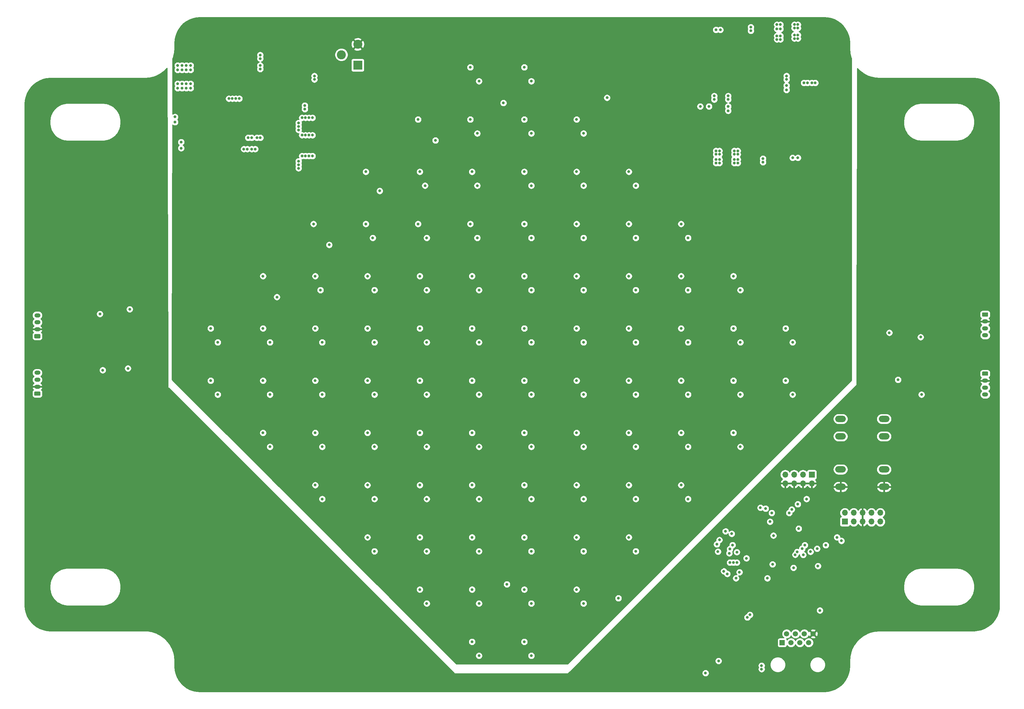
<source format=gbr>
G04 #@! TF.GenerationSoftware,KiCad,Pcbnew,(5.1.4)-1*
G04 #@! TF.CreationDate,2020-09-07T21:37:50+01:00*
G04 #@! TF.ProjectId,led-board,6c65642d-626f-4617-9264-2e6b69636164,rev?*
G04 #@! TF.SameCoordinates,Original*
G04 #@! TF.FileFunction,Copper,L2,Inr*
G04 #@! TF.FilePolarity,Positive*
%FSLAX46Y46*%
G04 Gerber Fmt 4.6, Leading zero omitted, Abs format (unit mm)*
G04 Created by KiCad (PCBNEW (5.1.4)-1) date 2020-09-07 21:37:50*
%MOMM*%
%LPD*%
G04 APERTURE LIST*
%ADD10C,2.600000*%
%ADD11R,2.600000X2.600000*%
%ADD12R,1.500000X1.500000*%
%ADD13C,1.500000*%
%ADD14O,1.750000X1.200000*%
%ADD15C,0.100000*%
%ADD16C,1.200000*%
%ADD17O,3.048000X1.850000*%
%ADD18R,1.700000X1.700000*%
%ADD19O,1.700000X1.700000*%
%ADD20C,0.800000*%
%ADD21C,0.254000*%
G04 APERTURE END LIST*
D10*
X163500000Y-58900000D03*
X168200000Y-55900000D03*
D11*
X168200000Y-61900000D03*
D12*
X290000000Y-227750000D03*
D13*
X291270000Y-225210000D03*
X292540000Y-227750000D03*
X293810000Y-225210000D03*
X295080000Y-227750000D03*
X296350000Y-225210000D03*
X297620000Y-227750000D03*
X298890000Y-225210000D03*
D14*
X348250000Y-156500000D03*
X348250000Y-154500000D03*
X348250000Y-152500000D03*
D15*
G36*
X348899505Y-149901204D02*
G01*
X348923773Y-149904804D01*
X348947572Y-149910765D01*
X348970671Y-149919030D01*
X348992850Y-149929520D01*
X349013893Y-149942132D01*
X349033599Y-149956747D01*
X349051777Y-149973223D01*
X349068253Y-149991401D01*
X349082868Y-150011107D01*
X349095480Y-150032150D01*
X349105970Y-150054329D01*
X349114235Y-150077428D01*
X349120196Y-150101227D01*
X349123796Y-150125495D01*
X349125000Y-150149999D01*
X349125000Y-150850001D01*
X349123796Y-150874505D01*
X349120196Y-150898773D01*
X349114235Y-150922572D01*
X349105970Y-150945671D01*
X349095480Y-150967850D01*
X349082868Y-150988893D01*
X349068253Y-151008599D01*
X349051777Y-151026777D01*
X349033599Y-151043253D01*
X349013893Y-151057868D01*
X348992850Y-151070480D01*
X348970671Y-151080970D01*
X348947572Y-151089235D01*
X348923773Y-151095196D01*
X348899505Y-151098796D01*
X348875001Y-151100000D01*
X347624999Y-151100000D01*
X347600495Y-151098796D01*
X347576227Y-151095196D01*
X347552428Y-151089235D01*
X347529329Y-151080970D01*
X347507150Y-151070480D01*
X347486107Y-151057868D01*
X347466401Y-151043253D01*
X347448223Y-151026777D01*
X347431747Y-151008599D01*
X347417132Y-150988893D01*
X347404520Y-150967850D01*
X347394030Y-150945671D01*
X347385765Y-150922572D01*
X347379804Y-150898773D01*
X347376204Y-150874505D01*
X347375000Y-150850001D01*
X347375000Y-150149999D01*
X347376204Y-150125495D01*
X347379804Y-150101227D01*
X347385765Y-150077428D01*
X347394030Y-150054329D01*
X347404520Y-150032150D01*
X347417132Y-150011107D01*
X347431747Y-149991401D01*
X347448223Y-149973223D01*
X347466401Y-149956747D01*
X347486107Y-149942132D01*
X347507150Y-149929520D01*
X347529329Y-149919030D01*
X347552428Y-149910765D01*
X347576227Y-149904804D01*
X347600495Y-149901204D01*
X347624999Y-149900000D01*
X348875001Y-149900000D01*
X348899505Y-149901204D01*
X348899505Y-149901204D01*
G37*
D16*
X348250000Y-150500000D03*
D15*
G36*
X348899505Y-132901204D02*
G01*
X348923773Y-132904804D01*
X348947572Y-132910765D01*
X348970671Y-132919030D01*
X348992850Y-132929520D01*
X349013893Y-132942132D01*
X349033599Y-132956747D01*
X349051777Y-132973223D01*
X349068253Y-132991401D01*
X349082868Y-133011107D01*
X349095480Y-133032150D01*
X349105970Y-133054329D01*
X349114235Y-133077428D01*
X349120196Y-133101227D01*
X349123796Y-133125495D01*
X349125000Y-133149999D01*
X349125000Y-133850001D01*
X349123796Y-133874505D01*
X349120196Y-133898773D01*
X349114235Y-133922572D01*
X349105970Y-133945671D01*
X349095480Y-133967850D01*
X349082868Y-133988893D01*
X349068253Y-134008599D01*
X349051777Y-134026777D01*
X349033599Y-134043253D01*
X349013893Y-134057868D01*
X348992850Y-134070480D01*
X348970671Y-134080970D01*
X348947572Y-134089235D01*
X348923773Y-134095196D01*
X348899505Y-134098796D01*
X348875001Y-134100000D01*
X347624999Y-134100000D01*
X347600495Y-134098796D01*
X347576227Y-134095196D01*
X347552428Y-134089235D01*
X347529329Y-134080970D01*
X347507150Y-134070480D01*
X347486107Y-134057868D01*
X347466401Y-134043253D01*
X347448223Y-134026777D01*
X347431747Y-134008599D01*
X347417132Y-133988893D01*
X347404520Y-133967850D01*
X347394030Y-133945671D01*
X347385765Y-133922572D01*
X347379804Y-133898773D01*
X347376204Y-133874505D01*
X347375000Y-133850001D01*
X347375000Y-133149999D01*
X347376204Y-133125495D01*
X347379804Y-133101227D01*
X347385765Y-133077428D01*
X347394030Y-133054329D01*
X347404520Y-133032150D01*
X347417132Y-133011107D01*
X347431747Y-132991401D01*
X347448223Y-132973223D01*
X347466401Y-132956747D01*
X347486107Y-132942132D01*
X347507150Y-132929520D01*
X347529329Y-132919030D01*
X347552428Y-132910765D01*
X347576227Y-132904804D01*
X347600495Y-132901204D01*
X347624999Y-132900000D01*
X348875001Y-132900000D01*
X348899505Y-132901204D01*
X348899505Y-132901204D01*
G37*
D16*
X348250000Y-133500000D03*
D14*
X348250000Y-135500000D03*
X348250000Y-137500000D03*
X348250000Y-139500000D03*
D15*
G36*
X76899505Y-155651204D02*
G01*
X76923773Y-155654804D01*
X76947572Y-155660765D01*
X76970671Y-155669030D01*
X76992850Y-155679520D01*
X77013893Y-155692132D01*
X77033599Y-155706747D01*
X77051777Y-155723223D01*
X77068253Y-155741401D01*
X77082868Y-155761107D01*
X77095480Y-155782150D01*
X77105970Y-155804329D01*
X77114235Y-155827428D01*
X77120196Y-155851227D01*
X77123796Y-155875495D01*
X77125000Y-155899999D01*
X77125000Y-156600001D01*
X77123796Y-156624505D01*
X77120196Y-156648773D01*
X77114235Y-156672572D01*
X77105970Y-156695671D01*
X77095480Y-156717850D01*
X77082868Y-156738893D01*
X77068253Y-156758599D01*
X77051777Y-156776777D01*
X77033599Y-156793253D01*
X77013893Y-156807868D01*
X76992850Y-156820480D01*
X76970671Y-156830970D01*
X76947572Y-156839235D01*
X76923773Y-156845196D01*
X76899505Y-156848796D01*
X76875001Y-156850000D01*
X75624999Y-156850000D01*
X75600495Y-156848796D01*
X75576227Y-156845196D01*
X75552428Y-156839235D01*
X75529329Y-156830970D01*
X75507150Y-156820480D01*
X75486107Y-156807868D01*
X75466401Y-156793253D01*
X75448223Y-156776777D01*
X75431747Y-156758599D01*
X75417132Y-156738893D01*
X75404520Y-156717850D01*
X75394030Y-156695671D01*
X75385765Y-156672572D01*
X75379804Y-156648773D01*
X75376204Y-156624505D01*
X75375000Y-156600001D01*
X75375000Y-155899999D01*
X75376204Y-155875495D01*
X75379804Y-155851227D01*
X75385765Y-155827428D01*
X75394030Y-155804329D01*
X75404520Y-155782150D01*
X75417132Y-155761107D01*
X75431747Y-155741401D01*
X75448223Y-155723223D01*
X75466401Y-155706747D01*
X75486107Y-155692132D01*
X75507150Y-155679520D01*
X75529329Y-155669030D01*
X75552428Y-155660765D01*
X75576227Y-155654804D01*
X75600495Y-155651204D01*
X75624999Y-155650000D01*
X76875001Y-155650000D01*
X76899505Y-155651204D01*
X76899505Y-155651204D01*
G37*
D16*
X76250000Y-156250000D03*
D14*
X76250000Y-154250000D03*
X76250000Y-152250000D03*
X76250000Y-150250000D03*
X76250000Y-133750000D03*
X76250000Y-135750000D03*
X76250000Y-137750000D03*
D15*
G36*
X76899505Y-139151204D02*
G01*
X76923773Y-139154804D01*
X76947572Y-139160765D01*
X76970671Y-139169030D01*
X76992850Y-139179520D01*
X77013893Y-139192132D01*
X77033599Y-139206747D01*
X77051777Y-139223223D01*
X77068253Y-139241401D01*
X77082868Y-139261107D01*
X77095480Y-139282150D01*
X77105970Y-139304329D01*
X77114235Y-139327428D01*
X77120196Y-139351227D01*
X77123796Y-139375495D01*
X77125000Y-139399999D01*
X77125000Y-140100001D01*
X77123796Y-140124505D01*
X77120196Y-140148773D01*
X77114235Y-140172572D01*
X77105970Y-140195671D01*
X77095480Y-140217850D01*
X77082868Y-140238893D01*
X77068253Y-140258599D01*
X77051777Y-140276777D01*
X77033599Y-140293253D01*
X77013893Y-140307868D01*
X76992850Y-140320480D01*
X76970671Y-140330970D01*
X76947572Y-140339235D01*
X76923773Y-140345196D01*
X76899505Y-140348796D01*
X76875001Y-140350000D01*
X75624999Y-140350000D01*
X75600495Y-140348796D01*
X75576227Y-140345196D01*
X75552428Y-140339235D01*
X75529329Y-140330970D01*
X75507150Y-140320480D01*
X75486107Y-140307868D01*
X75466401Y-140293253D01*
X75448223Y-140276777D01*
X75431747Y-140258599D01*
X75417132Y-140238893D01*
X75404520Y-140217850D01*
X75394030Y-140195671D01*
X75385765Y-140172572D01*
X75379804Y-140148773D01*
X75376204Y-140124505D01*
X75375000Y-140100001D01*
X75375000Y-139399999D01*
X75376204Y-139375495D01*
X75379804Y-139351227D01*
X75385765Y-139327428D01*
X75394030Y-139304329D01*
X75404520Y-139282150D01*
X75417132Y-139261107D01*
X75431747Y-139241401D01*
X75448223Y-139223223D01*
X75466401Y-139206747D01*
X75486107Y-139192132D01*
X75507150Y-139179520D01*
X75529329Y-139169030D01*
X75552428Y-139160765D01*
X75576227Y-139154804D01*
X75600495Y-139151204D01*
X75624999Y-139150000D01*
X76875001Y-139150000D01*
X76899505Y-139151204D01*
X76899505Y-139151204D01*
G37*
D16*
X76250000Y-139750000D03*
D17*
X306750000Y-183000000D03*
X306750000Y-178000000D03*
X319250000Y-183000000D03*
X319250000Y-178000000D03*
X319250000Y-163500000D03*
X319250000Y-168500000D03*
X306750000Y-163500000D03*
X306750000Y-168500000D03*
D18*
X298500000Y-179500000D03*
D19*
X298500000Y-182040000D03*
X295960000Y-179500000D03*
X295960000Y-182040000D03*
X293420000Y-179500000D03*
X293420000Y-182040000D03*
X290880000Y-179500000D03*
X290880000Y-182040000D03*
D18*
X308000000Y-193000000D03*
D19*
X308000000Y-190460000D03*
X310540000Y-193000000D03*
X310540000Y-190460000D03*
X313080000Y-193000000D03*
X313080000Y-190460000D03*
X315620000Y-193000000D03*
X315620000Y-190460000D03*
X318160000Y-193000000D03*
X318160000Y-190460000D03*
D20*
X291000000Y-222750000D03*
X283000000Y-216250000D03*
X292500000Y-218250000D03*
X296663909Y-218479708D03*
X339250000Y-130500000D03*
X339250000Y-142000000D03*
X85750000Y-147250000D03*
X85750000Y-159250000D03*
X85000000Y-141950000D03*
X85000000Y-131150000D03*
X279912500Y-237937500D03*
X282712500Y-237937500D03*
X339500000Y-147750000D03*
X339500000Y-158750000D03*
X292500000Y-199500000D03*
X313000000Y-95000000D03*
X301500000Y-167000000D03*
X272750000Y-206250000D03*
X287500000Y-198500000D03*
X261500000Y-205750000D03*
X261500000Y-208750000D03*
X261500000Y-211750000D03*
X273250000Y-194750000D03*
X282750000Y-195024990D03*
X289875000Y-213599694D03*
X298011784Y-211907597D03*
X304750000Y-213500000D03*
X282500000Y-222250000D03*
X305750000Y-197500000D03*
X294750000Y-195000000D03*
X307000000Y-198500000D03*
X279750000Y-203525000D03*
X280750000Y-219750000D03*
X280000000Y-220500000D03*
X273250000Y-207250000D03*
X300817223Y-218505901D03*
X287500000Y-197000000D03*
X194500000Y-77500000D03*
X207500000Y-81500000D03*
X209500000Y-62500000D03*
X209500000Y-77500000D03*
X192500000Y-81500000D03*
X194500000Y-92500000D03*
X209500000Y-92500000D03*
X207500000Y-96500000D03*
X192500000Y-96500000D03*
X179000000Y-92500000D03*
X176000000Y-98000000D03*
X206500000Y-68500000D03*
X207500000Y-111500000D03*
X209000000Y-107500000D03*
X194500000Y-107500000D03*
X179500000Y-107500000D03*
X177500000Y-111500000D03*
X164500000Y-107500000D03*
X162000000Y-113500000D03*
X209000000Y-122500000D03*
X207000000Y-126500000D03*
X194000000Y-122500000D03*
X192000000Y-126500000D03*
X177000000Y-126500000D03*
X179000000Y-122500000D03*
X164000000Y-122500000D03*
X149000000Y-122500000D03*
X147500000Y-127000000D03*
X162000000Y-126500000D03*
X209000000Y-137500000D03*
X207000000Y-141500000D03*
X194000000Y-137500000D03*
X192000000Y-141500000D03*
X179000000Y-137500000D03*
X177000000Y-141500000D03*
X164000000Y-137500000D03*
X162000000Y-141500000D03*
X147000000Y-141500000D03*
X149000000Y-137500000D03*
X134000000Y-137500000D03*
X132000000Y-141500000D03*
X192000000Y-111500000D03*
X222000000Y-66500000D03*
X224000000Y-62500000D03*
X237000000Y-81500000D03*
X239000000Y-77500000D03*
X222000000Y-81500000D03*
X224000000Y-77500000D03*
X254000000Y-92500000D03*
X252000000Y-96500000D03*
X237000000Y-96500000D03*
X239000000Y-92500000D03*
X222000000Y-96500000D03*
X224000000Y-92500000D03*
X254000000Y-107500000D03*
X252000000Y-111500000D03*
X267000000Y-111500000D03*
X269000000Y-107500000D03*
X239000000Y-107500000D03*
X237000000Y-111500000D03*
X224000000Y-107500000D03*
X222000000Y-111500000D03*
X284000000Y-122500000D03*
X282000000Y-126500000D03*
X267000000Y-126500000D03*
X269000000Y-122500000D03*
X252000000Y-126500000D03*
X254000000Y-122500000D03*
X237000000Y-126500000D03*
X239000000Y-122500000D03*
X222000000Y-126500000D03*
X224000000Y-122500000D03*
X297000000Y-141500000D03*
X299000000Y-137500000D03*
X282000000Y-141500000D03*
X284000000Y-137500000D03*
X267000000Y-141500000D03*
X269000000Y-137500000D03*
X252000000Y-141500000D03*
X254000000Y-137500000D03*
X237000000Y-141500000D03*
X239000000Y-137500000D03*
X222000000Y-141500000D03*
X224000000Y-137500000D03*
X224000000Y-152500000D03*
X222000000Y-156500000D03*
X237000000Y-156500000D03*
X239000000Y-152500000D03*
X252000000Y-156500000D03*
X254000000Y-152500000D03*
X267000000Y-156500000D03*
X269000000Y-152500000D03*
X282000000Y-156500000D03*
X284000000Y-152500000D03*
X297000000Y-156500000D03*
X299000000Y-152500000D03*
X284000000Y-167500000D03*
X269000000Y-167500000D03*
X254000000Y-167500000D03*
X282000000Y-171500000D03*
X267000000Y-171500000D03*
X252000000Y-171500000D03*
X237000000Y-171500000D03*
X239000000Y-167500000D03*
X222000000Y-171500000D03*
X224000000Y-167500000D03*
X224000000Y-182500000D03*
X222000000Y-186500000D03*
X237000000Y-186500000D03*
X239000000Y-182500000D03*
X252000000Y-186500000D03*
X254000000Y-182500000D03*
X267000000Y-186500000D03*
X269000000Y-182500000D03*
X254000000Y-197500000D03*
X252000000Y-201500000D03*
X239000000Y-197500000D03*
X237000000Y-201500000D03*
X239000000Y-212500000D03*
X237000000Y-216500000D03*
X222000000Y-216500000D03*
X224000000Y-212500000D03*
X224000000Y-227500000D03*
X222000000Y-231500000D03*
X209000000Y-152500000D03*
X207000000Y-156500000D03*
X194000000Y-152500000D03*
X192000000Y-156500000D03*
X179000000Y-152500000D03*
X177000000Y-156500000D03*
X164000000Y-152500000D03*
X162000000Y-156500000D03*
X149000000Y-152500000D03*
X147000000Y-156500000D03*
X134000000Y-152500000D03*
X132000000Y-156500000D03*
X209000000Y-167500000D03*
X207000000Y-171500000D03*
X194000000Y-167500000D03*
X192000000Y-171500000D03*
X179000000Y-167500000D03*
X177000000Y-171500000D03*
X164000000Y-167500000D03*
X162000000Y-171500000D03*
X149000000Y-167500000D03*
X147000000Y-171500000D03*
X164000000Y-182500000D03*
X162000000Y-186500000D03*
X177000000Y-186500000D03*
X179000000Y-182500000D03*
X192000000Y-186500000D03*
X194000000Y-182500000D03*
X207000000Y-186500000D03*
X209000000Y-182500000D03*
X209000000Y-197500000D03*
X207000000Y-201500000D03*
X194000000Y-197500000D03*
X192000000Y-201500000D03*
X179000000Y-197500000D03*
X177000000Y-201500000D03*
X192000000Y-216500000D03*
X194000000Y-212500000D03*
X207000000Y-216500000D03*
X209000000Y-212500000D03*
X207000000Y-231500000D03*
X209000000Y-227500000D03*
X224000000Y-197500000D03*
X222000000Y-201500000D03*
X149200000Y-91500000D03*
X149200000Y-90500000D03*
X149200000Y-89500000D03*
X148200000Y-88000000D03*
X147200000Y-88000000D03*
X146200000Y-88000000D03*
X145200000Y-88000000D03*
X149200000Y-78500000D03*
X149200000Y-79500000D03*
X149200000Y-80500000D03*
X148200000Y-82000000D03*
X147200000Y-82000000D03*
X146200000Y-82000000D03*
X145200000Y-82000000D03*
X148200000Y-77000000D03*
X147200000Y-77000000D03*
X146200000Y-77000000D03*
X145200000Y-77000000D03*
X149700000Y-63500000D03*
X142700000Y-71000000D03*
X141700000Y-71000000D03*
X139700000Y-71000000D03*
X138700000Y-71000000D03*
X142700000Y-67000000D03*
X141700000Y-67000000D03*
X139700000Y-67000000D03*
X138700000Y-67000000D03*
X124500000Y-86025000D03*
X128250000Y-62000000D03*
X127000000Y-62000000D03*
X125750000Y-62000000D03*
X124500000Y-62000000D03*
X124500000Y-63250000D03*
X125750000Y-63250000D03*
X127000000Y-63250000D03*
X128250000Y-63250000D03*
X124500000Y-68250000D03*
X125750000Y-68250000D03*
X127000000Y-68250000D03*
X128250000Y-68250000D03*
X128250000Y-67000000D03*
X127000000Y-67000000D03*
X125750000Y-67000000D03*
X124500000Y-67000000D03*
X124750000Y-77250000D03*
X125750000Y-77250000D03*
X126750000Y-77250000D03*
X127750000Y-77250000D03*
X145000000Y-72500000D03*
X146000000Y-72500000D03*
X147000000Y-72500000D03*
X148000000Y-72500000D03*
X270750000Y-58250000D03*
X288500000Y-58250000D03*
X289500000Y-58250000D03*
X288500000Y-59250000D03*
X289500000Y-59250000D03*
X288500000Y-61250000D03*
X289500000Y-61250000D03*
X288500000Y-62250000D03*
X289500000Y-62250000D03*
X294750000Y-58000000D03*
X293750000Y-58000000D03*
X294750000Y-59000000D03*
X293750000Y-59000000D03*
X294750000Y-61250000D03*
X293750000Y-61250000D03*
X294750000Y-62250000D03*
X293750000Y-62250000D03*
X278750000Y-61000000D03*
X278750000Y-59500000D03*
X279250000Y-67250000D03*
X279250000Y-66000000D03*
X294750000Y-81750000D03*
X271000000Y-78000000D03*
X271000000Y-79000000D03*
X272000000Y-78000000D03*
X272000000Y-79000000D03*
X271000000Y-81000000D03*
X272000000Y-81000000D03*
X271000000Y-82000000D03*
X272000000Y-82000000D03*
X277500000Y-78000000D03*
X276500000Y-78000000D03*
X277500000Y-79000000D03*
X276500000Y-79000000D03*
X277500000Y-81000000D03*
X276500000Y-81000000D03*
X277500000Y-82000000D03*
X276500000Y-82000000D03*
X308000000Y-95000000D03*
X200500000Y-77500000D03*
X202500000Y-81500000D03*
X200500000Y-62500000D03*
X185500000Y-77500000D03*
X190500000Y-83500000D03*
X201000000Y-92500000D03*
X202500000Y-96500000D03*
X187500000Y-96500000D03*
X186000000Y-92500000D03*
X170500000Y-92500000D03*
X174500000Y-98000000D03*
X203000000Y-66500000D03*
X202500000Y-111500000D03*
X200500000Y-107500000D03*
X185500000Y-107500000D03*
X170500000Y-107500000D03*
X172500000Y-111500000D03*
X155500000Y-107500000D03*
X160000000Y-113500000D03*
X201000000Y-122500000D03*
X203000000Y-126500000D03*
X186000000Y-122500000D03*
X188000000Y-126500000D03*
X173000000Y-126500000D03*
X171000000Y-122500000D03*
X156000000Y-122500000D03*
X141000000Y-122500000D03*
X145000000Y-128500000D03*
X157500000Y-126500000D03*
X201000000Y-137500000D03*
X203000000Y-141500000D03*
X186000000Y-137500000D03*
X188000000Y-141500000D03*
X171000000Y-137500000D03*
X173000000Y-141500000D03*
X156000000Y-137500000D03*
X158000000Y-141500000D03*
X143000000Y-141500000D03*
X141000000Y-137500000D03*
X128000000Y-141500000D03*
X126000000Y-137500000D03*
X188000000Y-111500000D03*
X134200000Y-71500000D03*
X133200000Y-71500000D03*
X132200000Y-71500000D03*
X131200000Y-71500000D03*
X140200000Y-59000000D03*
X140200000Y-60000000D03*
X140200000Y-62000000D03*
X140200000Y-63000000D03*
X203000000Y-156500000D03*
X201000000Y-152500000D03*
X188000000Y-156500000D03*
X186000000Y-152500000D03*
X173000000Y-156500000D03*
X171000000Y-152500000D03*
X158000000Y-156500000D03*
X156000000Y-152500000D03*
X143000000Y-156500000D03*
X141000000Y-152500000D03*
X126000000Y-152500000D03*
X128000000Y-156500000D03*
X203000000Y-171500000D03*
X201000000Y-167500000D03*
X188000000Y-171500000D03*
X186000000Y-167500000D03*
X173000000Y-171500000D03*
X171000000Y-167500000D03*
X158000000Y-171500000D03*
X156000000Y-167500000D03*
X143000000Y-171500000D03*
X141000000Y-167500000D03*
X156000000Y-182500000D03*
X158000000Y-186500000D03*
X171000000Y-182500000D03*
X173000000Y-186500000D03*
X186000000Y-182500000D03*
X188000000Y-186500000D03*
X201000000Y-182500000D03*
X203000000Y-186500000D03*
X201000000Y-197500000D03*
X203000000Y-201500000D03*
X188000000Y-201500000D03*
X186000000Y-197500000D03*
X173000000Y-201500000D03*
X171000000Y-197500000D03*
X186000000Y-212500000D03*
X188000000Y-216500000D03*
X201000000Y-212500000D03*
X203000000Y-216500000D03*
X201000000Y-227500000D03*
X203000000Y-231500000D03*
X135500000Y-86000000D03*
X136500000Y-86000000D03*
X137750000Y-86000000D03*
X138750000Y-86000000D03*
X136750000Y-82750000D03*
X137750000Y-82750000D03*
X139250000Y-82750000D03*
X140250000Y-82750000D03*
X218000000Y-66500000D03*
X216000000Y-62500000D03*
X231000000Y-77500000D03*
X233000000Y-81500000D03*
X216000000Y-77500000D03*
X218000000Y-81500000D03*
X246000000Y-92500000D03*
X248000000Y-96500000D03*
X231000000Y-92500000D03*
X233000000Y-96500000D03*
X216000000Y-92500000D03*
X218000000Y-96500000D03*
X246000000Y-107500000D03*
X248000000Y-111500000D03*
X263000000Y-111500000D03*
X261000000Y-107500000D03*
X231000000Y-107500000D03*
X233000000Y-111500000D03*
X216000000Y-107500000D03*
X218000000Y-111500000D03*
X276000000Y-122500000D03*
X278000000Y-126500000D03*
X261000000Y-122500000D03*
X263000000Y-126500000D03*
X246000000Y-122500000D03*
X248000000Y-126500000D03*
X231000000Y-122500000D03*
X233000000Y-126500000D03*
X216000000Y-122500000D03*
X218000000Y-126500000D03*
X291000000Y-137500000D03*
X293000000Y-141500000D03*
X276000000Y-137500000D03*
X278000000Y-141500000D03*
X261000000Y-137500000D03*
X263000000Y-141500000D03*
X246000000Y-137500000D03*
X248000000Y-141500000D03*
X231000000Y-137500000D03*
X233000000Y-141500000D03*
X216000000Y-137500000D03*
X218000000Y-141500000D03*
X274500000Y-70750000D03*
X274500000Y-71750000D03*
X274500000Y-73750000D03*
X274500000Y-75000000D03*
X270500000Y-70750000D03*
X270500000Y-71750000D03*
X266500000Y-73750000D03*
X269000000Y-73750000D03*
X216000000Y-152500000D03*
X218000000Y-156500000D03*
X233000000Y-156500000D03*
X231000000Y-152500000D03*
X248000000Y-156500000D03*
X246000000Y-152500000D03*
X261000000Y-152500000D03*
X263000000Y-156500000D03*
X276000000Y-152500000D03*
X278000000Y-156500000D03*
X291000000Y-152500000D03*
X293000000Y-156500000D03*
X276000000Y-167500000D03*
X261000000Y-167500000D03*
X278000000Y-171500000D03*
X263000000Y-171500000D03*
X246000000Y-167500000D03*
X248000000Y-171500000D03*
X231000000Y-167500000D03*
X233000000Y-171500000D03*
X216000000Y-167500000D03*
X218000000Y-171500000D03*
X218000000Y-186500000D03*
X216000000Y-182500000D03*
X231000000Y-182500000D03*
X233000000Y-186500000D03*
X246000000Y-182500000D03*
X248000000Y-186500000D03*
X261000000Y-182500000D03*
X263000000Y-186500000D03*
X248000000Y-201500000D03*
X246000000Y-197500000D03*
X231000000Y-197500000D03*
X233000000Y-201500000D03*
X231000000Y-212500000D03*
X233000000Y-216500000D03*
X216000000Y-212500000D03*
X218000000Y-216500000D03*
X216000000Y-227500000D03*
X218000000Y-231500000D03*
X216000000Y-197500000D03*
X218000000Y-201500000D03*
X291250000Y-65000000D03*
X291250000Y-66000000D03*
X291250000Y-67750000D03*
X291250000Y-69000000D03*
X296250000Y-67000000D03*
X297250000Y-67000000D03*
X298500000Y-67000000D03*
X299500000Y-67000000D03*
X329750000Y-140000000D03*
X95000000Y-149500000D03*
X94200000Y-133350000D03*
X284100000Y-234350000D03*
X284100000Y-235350000D03*
X330000000Y-156500000D03*
X268000000Y-236500000D03*
X271750000Y-233000000D03*
X277000000Y-201750000D03*
X155200000Y-82000000D03*
X154200000Y-82000000D03*
X153200000Y-82000000D03*
X152200000Y-82000000D03*
X151200000Y-80500000D03*
X151200000Y-78500000D03*
X151200000Y-79500000D03*
X152200000Y-77000000D03*
X153200000Y-77000000D03*
X154200000Y-77000000D03*
X155200000Y-77000000D03*
X155200000Y-88000000D03*
X154200000Y-88000000D03*
X153200000Y-88000000D03*
X152200000Y-88000000D03*
X151200000Y-89500000D03*
X151200000Y-90500000D03*
X151200000Y-91500000D03*
X116500000Y-62000000D03*
X117750000Y-62000000D03*
X119000000Y-62000000D03*
X120250000Y-62000000D03*
X116500000Y-68500000D03*
X117750000Y-68500000D03*
X119000000Y-68500000D03*
X120250000Y-68500000D03*
X116500000Y-67250000D03*
X117750000Y-67250000D03*
X119000000Y-67250000D03*
X120250000Y-67250000D03*
X116500000Y-63250000D03*
X117750000Y-63250000D03*
X119000000Y-63250000D03*
X120250000Y-63250000D03*
X115750000Y-78250000D03*
X115750000Y-76750000D03*
X117500000Y-85750000D03*
X117500000Y-84000000D03*
X155750000Y-65000000D03*
X155750000Y-66000000D03*
X153000000Y-74500000D03*
X153000000Y-73500000D03*
X288500000Y-54500000D03*
X288500000Y-51500000D03*
X288500000Y-50250000D03*
X288500000Y-53500000D03*
X294500000Y-50250000D03*
X294500000Y-51250000D03*
X294500000Y-53250000D03*
X294500000Y-54250000D03*
X281000000Y-51000000D03*
X281000000Y-52000000D03*
X271000000Y-51750000D03*
X272250000Y-51750000D03*
X289500000Y-54500000D03*
X289500000Y-53500000D03*
X289500000Y-51500000D03*
X289500000Y-50250000D03*
X293500000Y-50250000D03*
X293500000Y-51250000D03*
X293500000Y-53250000D03*
X293500000Y-54250000D03*
X284500000Y-88750000D03*
X284500000Y-89750000D03*
X293000000Y-88500000D03*
X294500000Y-88500000D03*
X277250000Y-87500000D03*
X277250000Y-86500000D03*
X276250000Y-86500000D03*
X276250000Y-87500000D03*
X276250000Y-89000000D03*
X277250000Y-89000000D03*
X276250000Y-90000000D03*
X277250000Y-90000000D03*
X271000000Y-86500000D03*
X272000000Y-86500000D03*
X271000000Y-87500000D03*
X272000000Y-87500000D03*
X271000000Y-89000000D03*
X272000000Y-89000000D03*
X271000000Y-90000000D03*
X272000000Y-90000000D03*
X210000000Y-72750000D03*
X283750000Y-189000000D03*
X286500000Y-193000000D03*
X211000000Y-211000000D03*
X285250000Y-189250000D03*
X239750000Y-71250000D03*
X287000000Y-190500000D03*
X243000000Y-215000000D03*
X296500000Y-199750000D03*
X302500000Y-199750000D03*
X275000000Y-204750000D03*
X274250000Y-208000000D03*
X300262653Y-205737347D03*
X277000000Y-204750000D03*
X276750000Y-209250000D03*
X276000000Y-204750000D03*
X320750000Y-138750000D03*
X273750000Y-195750000D03*
X275525305Y-196475000D03*
X323250000Y-152250000D03*
X271250000Y-199500000D03*
X102750000Y-132000000D03*
X102250000Y-149000000D03*
X272000000Y-198250000D03*
X296043537Y-202543537D03*
X293750000Y-202500000D03*
X298137653Y-201637653D03*
X294304701Y-201667948D03*
X300025306Y-200775306D03*
X295750000Y-200750000D03*
X271557364Y-201612205D03*
X292000000Y-190500000D03*
X275750000Y-199735111D03*
X292750000Y-189500000D03*
X275016277Y-200860110D03*
X294487347Y-187987347D03*
X274825846Y-202075846D03*
X297000000Y-186500000D03*
X285750000Y-209250000D03*
X277750000Y-207524990D03*
X287250000Y-205250000D03*
X293250000Y-206250000D03*
D21*
G36*
X113872590Y-202373000D02*
G01*
X72660000Y-202373000D01*
X72660000Y-155899999D01*
X74736928Y-155899999D01*
X74736928Y-156600001D01*
X74753992Y-156773255D01*
X74804528Y-156939851D01*
X74886595Y-157093387D01*
X74997038Y-157227962D01*
X75131613Y-157338405D01*
X75285149Y-157420472D01*
X75451745Y-157471008D01*
X75624999Y-157488072D01*
X76875001Y-157488072D01*
X77048255Y-157471008D01*
X77214851Y-157420472D01*
X77368387Y-157338405D01*
X77502962Y-157227962D01*
X77613405Y-157093387D01*
X77695472Y-156939851D01*
X77746008Y-156773255D01*
X77763072Y-156600001D01*
X77763072Y-155899999D01*
X77746008Y-155726745D01*
X77695472Y-155560149D01*
X77613405Y-155406613D01*
X77502962Y-155272038D01*
X77368387Y-155161595D01*
X77363594Y-155159033D01*
X77488078Y-155033474D01*
X77622421Y-154830533D01*
X77714591Y-154605282D01*
X77718462Y-154567609D01*
X77593731Y-154377000D01*
X76377000Y-154377000D01*
X76377000Y-154397000D01*
X76123000Y-154397000D01*
X76123000Y-154377000D01*
X74906269Y-154377000D01*
X74781538Y-154567609D01*
X74785409Y-154605282D01*
X74877579Y-154830533D01*
X75011922Y-155033474D01*
X75136406Y-155159033D01*
X75131613Y-155161595D01*
X74997038Y-155272038D01*
X74886595Y-155406613D01*
X74804528Y-155560149D01*
X74753992Y-155726745D01*
X74736928Y-155899999D01*
X72660000Y-155899999D01*
X72660000Y-150250000D01*
X74734025Y-150250000D01*
X74757870Y-150492102D01*
X74828489Y-150724901D01*
X74943167Y-150939449D01*
X75097498Y-151127502D01*
X75246762Y-151250000D01*
X75097498Y-151372498D01*
X74943167Y-151560551D01*
X74828489Y-151775099D01*
X74757870Y-152007898D01*
X74734025Y-152250000D01*
X74757870Y-152492102D01*
X74828489Y-152724901D01*
X74943167Y-152939449D01*
X75097498Y-153127502D01*
X75247348Y-153250481D01*
X75183275Y-153293693D01*
X75011922Y-153466526D01*
X74877579Y-153669467D01*
X74785409Y-153894718D01*
X74781538Y-153932391D01*
X74906269Y-154123000D01*
X76123000Y-154123000D01*
X76123000Y-154103000D01*
X76377000Y-154103000D01*
X76377000Y-154123000D01*
X77593731Y-154123000D01*
X77718462Y-153932391D01*
X77714591Y-153894718D01*
X77622421Y-153669467D01*
X77488078Y-153466526D01*
X77316725Y-153293693D01*
X77252652Y-153250481D01*
X77402502Y-153127502D01*
X77556833Y-152939449D01*
X77671511Y-152724901D01*
X77742130Y-152492102D01*
X77765975Y-152250000D01*
X77742130Y-152007898D01*
X77671511Y-151775099D01*
X77556833Y-151560551D01*
X77402502Y-151372498D01*
X77253238Y-151250000D01*
X77402502Y-151127502D01*
X77556833Y-150939449D01*
X77671511Y-150724901D01*
X77742130Y-150492102D01*
X77765975Y-150250000D01*
X77742130Y-150007898D01*
X77671511Y-149775099D01*
X77556833Y-149560551D01*
X77423481Y-149398061D01*
X93965000Y-149398061D01*
X93965000Y-149601939D01*
X94004774Y-149801898D01*
X94082795Y-149990256D01*
X94196063Y-150159774D01*
X94340226Y-150303937D01*
X94509744Y-150417205D01*
X94698102Y-150495226D01*
X94898061Y-150535000D01*
X95101939Y-150535000D01*
X95301898Y-150495226D01*
X95490256Y-150417205D01*
X95659774Y-150303937D01*
X95803937Y-150159774D01*
X95917205Y-149990256D01*
X95995226Y-149801898D01*
X96035000Y-149601939D01*
X96035000Y-149398061D01*
X95995226Y-149198102D01*
X95917205Y-149009744D01*
X95842582Y-148898061D01*
X101215000Y-148898061D01*
X101215000Y-149101939D01*
X101254774Y-149301898D01*
X101332795Y-149490256D01*
X101446063Y-149659774D01*
X101590226Y-149803937D01*
X101759744Y-149917205D01*
X101948102Y-149995226D01*
X102148061Y-150035000D01*
X102351939Y-150035000D01*
X102551898Y-149995226D01*
X102740256Y-149917205D01*
X102909774Y-149803937D01*
X103053937Y-149659774D01*
X103167205Y-149490256D01*
X103245226Y-149301898D01*
X103285000Y-149101939D01*
X103285000Y-148898061D01*
X103245226Y-148698102D01*
X103167205Y-148509744D01*
X103053937Y-148340226D01*
X102909774Y-148196063D01*
X102740256Y-148082795D01*
X102551898Y-148004774D01*
X102351939Y-147965000D01*
X102148061Y-147965000D01*
X101948102Y-148004774D01*
X101759744Y-148082795D01*
X101590226Y-148196063D01*
X101446063Y-148340226D01*
X101332795Y-148509744D01*
X101254774Y-148698102D01*
X101215000Y-148898061D01*
X95842582Y-148898061D01*
X95803937Y-148840226D01*
X95659774Y-148696063D01*
X95490256Y-148582795D01*
X95301898Y-148504774D01*
X95101939Y-148465000D01*
X94898061Y-148465000D01*
X94698102Y-148504774D01*
X94509744Y-148582795D01*
X94340226Y-148696063D01*
X94196063Y-148840226D01*
X94082795Y-149009744D01*
X94004774Y-149198102D01*
X93965000Y-149398061D01*
X77423481Y-149398061D01*
X77402502Y-149372498D01*
X77214449Y-149218167D01*
X76999901Y-149103489D01*
X76767102Y-149032870D01*
X76585665Y-149015000D01*
X75914335Y-149015000D01*
X75732898Y-149032870D01*
X75500099Y-149103489D01*
X75285551Y-149218167D01*
X75097498Y-149372498D01*
X74943167Y-149560551D01*
X74828489Y-149775099D01*
X74757870Y-150007898D01*
X74734025Y-150250000D01*
X72660000Y-150250000D01*
X72660000Y-139399999D01*
X74736928Y-139399999D01*
X74736928Y-140100001D01*
X74753992Y-140273255D01*
X74804528Y-140439851D01*
X74886595Y-140593387D01*
X74997038Y-140727962D01*
X75131613Y-140838405D01*
X75285149Y-140920472D01*
X75451745Y-140971008D01*
X75624999Y-140988072D01*
X76875001Y-140988072D01*
X77048255Y-140971008D01*
X77214851Y-140920472D01*
X77368387Y-140838405D01*
X77502962Y-140727962D01*
X77613405Y-140593387D01*
X77695472Y-140439851D01*
X77746008Y-140273255D01*
X77763072Y-140100001D01*
X77763072Y-139399999D01*
X77746008Y-139226745D01*
X77695472Y-139060149D01*
X77613405Y-138906613D01*
X77502962Y-138772038D01*
X77368387Y-138661595D01*
X77363594Y-138659033D01*
X77488078Y-138533474D01*
X77622421Y-138330533D01*
X77714591Y-138105282D01*
X77718462Y-138067609D01*
X77593731Y-137877000D01*
X76377000Y-137877000D01*
X76377000Y-137897000D01*
X76123000Y-137897000D01*
X76123000Y-137877000D01*
X74906269Y-137877000D01*
X74781538Y-138067609D01*
X74785409Y-138105282D01*
X74877579Y-138330533D01*
X75011922Y-138533474D01*
X75136406Y-138659033D01*
X75131613Y-138661595D01*
X74997038Y-138772038D01*
X74886595Y-138906613D01*
X74804528Y-139060149D01*
X74753992Y-139226745D01*
X74736928Y-139399999D01*
X72660000Y-139399999D01*
X72660000Y-133750000D01*
X74734025Y-133750000D01*
X74757870Y-133992102D01*
X74828489Y-134224901D01*
X74943167Y-134439449D01*
X75097498Y-134627502D01*
X75246762Y-134750000D01*
X75097498Y-134872498D01*
X74943167Y-135060551D01*
X74828489Y-135275099D01*
X74757870Y-135507898D01*
X74734025Y-135750000D01*
X74757870Y-135992102D01*
X74828489Y-136224901D01*
X74943167Y-136439449D01*
X75097498Y-136627502D01*
X75247348Y-136750481D01*
X75183275Y-136793693D01*
X75011922Y-136966526D01*
X74877579Y-137169467D01*
X74785409Y-137394718D01*
X74781538Y-137432391D01*
X74906269Y-137623000D01*
X76123000Y-137623000D01*
X76123000Y-137603000D01*
X76377000Y-137603000D01*
X76377000Y-137623000D01*
X77593731Y-137623000D01*
X77718462Y-137432391D01*
X77714591Y-137394718D01*
X77622421Y-137169467D01*
X77488078Y-136966526D01*
X77316725Y-136793693D01*
X77252652Y-136750481D01*
X77402502Y-136627502D01*
X77556833Y-136439449D01*
X77671511Y-136224901D01*
X77742130Y-135992102D01*
X77765975Y-135750000D01*
X77742130Y-135507898D01*
X77671511Y-135275099D01*
X77556833Y-135060551D01*
X77402502Y-134872498D01*
X77253238Y-134750000D01*
X77402502Y-134627502D01*
X77556833Y-134439449D01*
X77671511Y-134224901D01*
X77742130Y-133992102D01*
X77765975Y-133750000D01*
X77742130Y-133507898D01*
X77671511Y-133275099D01*
X77657059Y-133248061D01*
X93165000Y-133248061D01*
X93165000Y-133451939D01*
X93204774Y-133651898D01*
X93282795Y-133840256D01*
X93396063Y-134009774D01*
X93540226Y-134153937D01*
X93709744Y-134267205D01*
X93898102Y-134345226D01*
X94098061Y-134385000D01*
X94301939Y-134385000D01*
X94501898Y-134345226D01*
X94690256Y-134267205D01*
X94859774Y-134153937D01*
X95003937Y-134009774D01*
X95117205Y-133840256D01*
X95195226Y-133651898D01*
X95235000Y-133451939D01*
X95235000Y-133248061D01*
X95195226Y-133048102D01*
X95117205Y-132859744D01*
X95003937Y-132690226D01*
X94859774Y-132546063D01*
X94690256Y-132432795D01*
X94501898Y-132354774D01*
X94301939Y-132315000D01*
X94098061Y-132315000D01*
X93898102Y-132354774D01*
X93709744Y-132432795D01*
X93540226Y-132546063D01*
X93396063Y-132690226D01*
X93282795Y-132859744D01*
X93204774Y-133048102D01*
X93165000Y-133248061D01*
X77657059Y-133248061D01*
X77556833Y-133060551D01*
X77402502Y-132872498D01*
X77214449Y-132718167D01*
X76999901Y-132603489D01*
X76767102Y-132532870D01*
X76585665Y-132515000D01*
X75914335Y-132515000D01*
X75732898Y-132532870D01*
X75500099Y-132603489D01*
X75285551Y-132718167D01*
X75097498Y-132872498D01*
X74943167Y-133060551D01*
X74828489Y-133275099D01*
X74757870Y-133507898D01*
X74734025Y-133750000D01*
X72660000Y-133750000D01*
X72660000Y-131898061D01*
X101715000Y-131898061D01*
X101715000Y-132101939D01*
X101754774Y-132301898D01*
X101832795Y-132490256D01*
X101946063Y-132659774D01*
X102090226Y-132803937D01*
X102259744Y-132917205D01*
X102448102Y-132995226D01*
X102648061Y-133035000D01*
X102851939Y-133035000D01*
X103051898Y-132995226D01*
X103240256Y-132917205D01*
X103409774Y-132803937D01*
X103553937Y-132659774D01*
X103667205Y-132490256D01*
X103745226Y-132301898D01*
X103785000Y-132101939D01*
X103785000Y-131898061D01*
X103745226Y-131698102D01*
X103667205Y-131509744D01*
X103553937Y-131340226D01*
X103409774Y-131196063D01*
X103240256Y-131082795D01*
X103051898Y-131004774D01*
X102851939Y-130965000D01*
X102648061Y-130965000D01*
X102448102Y-131004774D01*
X102259744Y-131082795D01*
X102090226Y-131196063D01*
X101946063Y-131340226D01*
X101832795Y-131509744D01*
X101754774Y-131698102D01*
X101715000Y-131898061D01*
X72660000Y-131898061D01*
X72660000Y-77967581D01*
X79840000Y-77967581D01*
X79840000Y-78532418D01*
X79840792Y-78540455D01*
X79845569Y-78735948D01*
X79846431Y-78743123D01*
X79846078Y-78750339D01*
X79852202Y-78814529D01*
X79974859Y-79660477D01*
X79982096Y-79690164D01*
X79986400Y-79720406D01*
X80004546Y-79782260D01*
X80004551Y-79782280D01*
X80004555Y-79782289D01*
X80284961Y-80589772D01*
X80297678Y-80617550D01*
X80307625Y-80646437D01*
X80337149Y-80703763D01*
X80765192Y-81443662D01*
X80782930Y-81468530D01*
X80798162Y-81495019D01*
X80837994Y-81545727D01*
X81398226Y-82191337D01*
X81420350Y-82212405D01*
X81440313Y-82235533D01*
X81489003Y-82277784D01*
X81489015Y-82277795D01*
X81489022Y-82277799D01*
X82161222Y-82805821D01*
X82186936Y-82822329D01*
X82210908Y-82841261D01*
X82266713Y-82873545D01*
X82266722Y-82873551D01*
X82266726Y-82873553D01*
X83026648Y-83264937D01*
X83055014Y-83276283D01*
X83082139Y-83290343D01*
X83143052Y-83311496D01*
X83963278Y-83552124D01*
X83993280Y-83557901D01*
X84022571Y-83566578D01*
X84086365Y-83575827D01*
X84086386Y-83575831D01*
X84086396Y-83575831D01*
X84936310Y-83656920D01*
X84967581Y-83660000D01*
X95032419Y-83660000D01*
X95040457Y-83659208D01*
X95235948Y-83654431D01*
X95243123Y-83653569D01*
X95250339Y-83653922D01*
X95314529Y-83647798D01*
X96160477Y-83525141D01*
X96190164Y-83517904D01*
X96220406Y-83513600D01*
X96282260Y-83495454D01*
X96282280Y-83495449D01*
X96282289Y-83495445D01*
X97089772Y-83215039D01*
X97117550Y-83202322D01*
X97146437Y-83192375D01*
X97203763Y-83162851D01*
X97943662Y-82734808D01*
X97968530Y-82717070D01*
X97995019Y-82701838D01*
X98045727Y-82662006D01*
X98691337Y-82101774D01*
X98712405Y-82079650D01*
X98735533Y-82059687D01*
X98777784Y-82010997D01*
X98777795Y-82010985D01*
X98777799Y-82010978D01*
X99305821Y-81338778D01*
X99322329Y-81313064D01*
X99341261Y-81289092D01*
X99373545Y-81233287D01*
X99373551Y-81233278D01*
X99373553Y-81233274D01*
X99764937Y-80473352D01*
X99776283Y-80444986D01*
X99790343Y-80417861D01*
X99811496Y-80356948D01*
X100052124Y-79536722D01*
X100057901Y-79506720D01*
X100066578Y-79477429D01*
X100075827Y-79413635D01*
X100075831Y-79413614D01*
X100075831Y-79413604D01*
X100156920Y-78563690D01*
X100160000Y-78532419D01*
X100160000Y-77967581D01*
X100159208Y-77959543D01*
X100154431Y-77764052D01*
X100153569Y-77756877D01*
X100153922Y-77749661D01*
X100147798Y-77685471D01*
X100025141Y-76839523D01*
X100017904Y-76809836D01*
X100013600Y-76779594D01*
X99995449Y-76717720D01*
X99715039Y-75910228D01*
X99702323Y-75882452D01*
X99692375Y-75853563D01*
X99662851Y-75796238D01*
X99662851Y-75796237D01*
X99662848Y-75796233D01*
X99234809Y-75056338D01*
X99217064Y-75031460D01*
X99201838Y-75004982D01*
X99162006Y-74954273D01*
X98601774Y-74308663D01*
X98579645Y-74287590D01*
X98559687Y-74264468D01*
X98510997Y-74222216D01*
X98510985Y-74222205D01*
X98510978Y-74222201D01*
X97838778Y-73694180D01*
X97813071Y-73677676D01*
X97789092Y-73658739D01*
X97733277Y-73626449D01*
X96973351Y-73235062D01*
X96944986Y-73223717D01*
X96917862Y-73209657D01*
X96856948Y-73188504D01*
X96036722Y-72947876D01*
X96006720Y-72942099D01*
X95977429Y-72933422D01*
X95913635Y-72924173D01*
X95913614Y-72924169D01*
X95913604Y-72924169D01*
X95063690Y-72843080D01*
X95032419Y-72840000D01*
X84967581Y-72840000D01*
X84959543Y-72840792D01*
X84764052Y-72845569D01*
X84756877Y-72846431D01*
X84749661Y-72846078D01*
X84685471Y-72852202D01*
X83839523Y-72974859D01*
X83809836Y-72982096D01*
X83779594Y-72986400D01*
X83717720Y-73004551D01*
X82910228Y-73284961D01*
X82882452Y-73297677D01*
X82853563Y-73307625D01*
X82796246Y-73337145D01*
X82796237Y-73337149D01*
X82796233Y-73337152D01*
X82056338Y-73765191D01*
X82031460Y-73782936D01*
X82004982Y-73798162D01*
X81954273Y-73837994D01*
X81308663Y-74398226D01*
X81287590Y-74420355D01*
X81264468Y-74440313D01*
X81222216Y-74489003D01*
X81222205Y-74489015D01*
X81222201Y-74489022D01*
X80694180Y-75161222D01*
X80677676Y-75186929D01*
X80658739Y-75210908D01*
X80626449Y-75266723D01*
X80235062Y-76026649D01*
X80223717Y-76055014D01*
X80209657Y-76082138D01*
X80188504Y-76143052D01*
X79947876Y-76963278D01*
X79942099Y-76993280D01*
X79933422Y-77022571D01*
X79924173Y-77086365D01*
X79924169Y-77086386D01*
X79924169Y-77086396D01*
X79843080Y-77936310D01*
X79840000Y-77967581D01*
X72660000Y-77967581D01*
X72660000Y-73023338D01*
X72734863Y-71966016D01*
X72953032Y-70952664D01*
X73311805Y-69980167D01*
X73804027Y-69067919D01*
X74419875Y-68234127D01*
X75147065Y-67495422D01*
X75971073Y-66866559D01*
X76875483Y-66360065D01*
X77842233Y-65986057D01*
X78852030Y-65751999D01*
X79905445Y-65660763D01*
X80002638Y-65660000D01*
X107032419Y-65660000D01*
X107035000Y-65659746D01*
X107130843Y-65658993D01*
X107146372Y-65657771D01*
X107161926Y-65658015D01*
X107182608Y-65656551D01*
X108308425Y-65559045D01*
X108344251Y-65553371D01*
X108380236Y-65548825D01*
X108400487Y-65544465D01*
X108400505Y-65544462D01*
X108400518Y-65544458D01*
X109501352Y-65289298D01*
X109536021Y-65278633D01*
X109571006Y-65269062D01*
X109590453Y-65261888D01*
X109590459Y-65261886D01*
X109590464Y-65261884D01*
X110644369Y-64854158D01*
X110677197Y-64838711D01*
X110710477Y-64824309D01*
X110728724Y-64814464D01*
X111714672Y-64262307D01*
X111744998Y-64242387D01*
X111775916Y-64223440D01*
X111792581Y-64211131D01*
X111792593Y-64211123D01*
X111792601Y-64211116D01*
X112690905Y-63525552D01*
X112718113Y-63501565D01*
X112746061Y-63478445D01*
X112760837Y-63463900D01*
X113422329Y-62791934D01*
X113872590Y-202373000D01*
X113872590Y-202373000D01*
G37*
X113872590Y-202373000D02*
X72660000Y-202373000D01*
X72660000Y-155899999D01*
X74736928Y-155899999D01*
X74736928Y-156600001D01*
X74753992Y-156773255D01*
X74804528Y-156939851D01*
X74886595Y-157093387D01*
X74997038Y-157227962D01*
X75131613Y-157338405D01*
X75285149Y-157420472D01*
X75451745Y-157471008D01*
X75624999Y-157488072D01*
X76875001Y-157488072D01*
X77048255Y-157471008D01*
X77214851Y-157420472D01*
X77368387Y-157338405D01*
X77502962Y-157227962D01*
X77613405Y-157093387D01*
X77695472Y-156939851D01*
X77746008Y-156773255D01*
X77763072Y-156600001D01*
X77763072Y-155899999D01*
X77746008Y-155726745D01*
X77695472Y-155560149D01*
X77613405Y-155406613D01*
X77502962Y-155272038D01*
X77368387Y-155161595D01*
X77363594Y-155159033D01*
X77488078Y-155033474D01*
X77622421Y-154830533D01*
X77714591Y-154605282D01*
X77718462Y-154567609D01*
X77593731Y-154377000D01*
X76377000Y-154377000D01*
X76377000Y-154397000D01*
X76123000Y-154397000D01*
X76123000Y-154377000D01*
X74906269Y-154377000D01*
X74781538Y-154567609D01*
X74785409Y-154605282D01*
X74877579Y-154830533D01*
X75011922Y-155033474D01*
X75136406Y-155159033D01*
X75131613Y-155161595D01*
X74997038Y-155272038D01*
X74886595Y-155406613D01*
X74804528Y-155560149D01*
X74753992Y-155726745D01*
X74736928Y-155899999D01*
X72660000Y-155899999D01*
X72660000Y-150250000D01*
X74734025Y-150250000D01*
X74757870Y-150492102D01*
X74828489Y-150724901D01*
X74943167Y-150939449D01*
X75097498Y-151127502D01*
X75246762Y-151250000D01*
X75097498Y-151372498D01*
X74943167Y-151560551D01*
X74828489Y-151775099D01*
X74757870Y-152007898D01*
X74734025Y-152250000D01*
X74757870Y-152492102D01*
X74828489Y-152724901D01*
X74943167Y-152939449D01*
X75097498Y-153127502D01*
X75247348Y-153250481D01*
X75183275Y-153293693D01*
X75011922Y-153466526D01*
X74877579Y-153669467D01*
X74785409Y-153894718D01*
X74781538Y-153932391D01*
X74906269Y-154123000D01*
X76123000Y-154123000D01*
X76123000Y-154103000D01*
X76377000Y-154103000D01*
X76377000Y-154123000D01*
X77593731Y-154123000D01*
X77718462Y-153932391D01*
X77714591Y-153894718D01*
X77622421Y-153669467D01*
X77488078Y-153466526D01*
X77316725Y-153293693D01*
X77252652Y-153250481D01*
X77402502Y-153127502D01*
X77556833Y-152939449D01*
X77671511Y-152724901D01*
X77742130Y-152492102D01*
X77765975Y-152250000D01*
X77742130Y-152007898D01*
X77671511Y-151775099D01*
X77556833Y-151560551D01*
X77402502Y-151372498D01*
X77253238Y-151250000D01*
X77402502Y-151127502D01*
X77556833Y-150939449D01*
X77671511Y-150724901D01*
X77742130Y-150492102D01*
X77765975Y-150250000D01*
X77742130Y-150007898D01*
X77671511Y-149775099D01*
X77556833Y-149560551D01*
X77423481Y-149398061D01*
X93965000Y-149398061D01*
X93965000Y-149601939D01*
X94004774Y-149801898D01*
X94082795Y-149990256D01*
X94196063Y-150159774D01*
X94340226Y-150303937D01*
X94509744Y-150417205D01*
X94698102Y-150495226D01*
X94898061Y-150535000D01*
X95101939Y-150535000D01*
X95301898Y-150495226D01*
X95490256Y-150417205D01*
X95659774Y-150303937D01*
X95803937Y-150159774D01*
X95917205Y-149990256D01*
X95995226Y-149801898D01*
X96035000Y-149601939D01*
X96035000Y-149398061D01*
X95995226Y-149198102D01*
X95917205Y-149009744D01*
X95842582Y-148898061D01*
X101215000Y-148898061D01*
X101215000Y-149101939D01*
X101254774Y-149301898D01*
X101332795Y-149490256D01*
X101446063Y-149659774D01*
X101590226Y-149803937D01*
X101759744Y-149917205D01*
X101948102Y-149995226D01*
X102148061Y-150035000D01*
X102351939Y-150035000D01*
X102551898Y-149995226D01*
X102740256Y-149917205D01*
X102909774Y-149803937D01*
X103053937Y-149659774D01*
X103167205Y-149490256D01*
X103245226Y-149301898D01*
X103285000Y-149101939D01*
X103285000Y-148898061D01*
X103245226Y-148698102D01*
X103167205Y-148509744D01*
X103053937Y-148340226D01*
X102909774Y-148196063D01*
X102740256Y-148082795D01*
X102551898Y-148004774D01*
X102351939Y-147965000D01*
X102148061Y-147965000D01*
X101948102Y-148004774D01*
X101759744Y-148082795D01*
X101590226Y-148196063D01*
X101446063Y-148340226D01*
X101332795Y-148509744D01*
X101254774Y-148698102D01*
X101215000Y-148898061D01*
X95842582Y-148898061D01*
X95803937Y-148840226D01*
X95659774Y-148696063D01*
X95490256Y-148582795D01*
X95301898Y-148504774D01*
X95101939Y-148465000D01*
X94898061Y-148465000D01*
X94698102Y-148504774D01*
X94509744Y-148582795D01*
X94340226Y-148696063D01*
X94196063Y-148840226D01*
X94082795Y-149009744D01*
X94004774Y-149198102D01*
X93965000Y-149398061D01*
X77423481Y-149398061D01*
X77402502Y-149372498D01*
X77214449Y-149218167D01*
X76999901Y-149103489D01*
X76767102Y-149032870D01*
X76585665Y-149015000D01*
X75914335Y-149015000D01*
X75732898Y-149032870D01*
X75500099Y-149103489D01*
X75285551Y-149218167D01*
X75097498Y-149372498D01*
X74943167Y-149560551D01*
X74828489Y-149775099D01*
X74757870Y-150007898D01*
X74734025Y-150250000D01*
X72660000Y-150250000D01*
X72660000Y-139399999D01*
X74736928Y-139399999D01*
X74736928Y-140100001D01*
X74753992Y-140273255D01*
X74804528Y-140439851D01*
X74886595Y-140593387D01*
X74997038Y-140727962D01*
X75131613Y-140838405D01*
X75285149Y-140920472D01*
X75451745Y-140971008D01*
X75624999Y-140988072D01*
X76875001Y-140988072D01*
X77048255Y-140971008D01*
X77214851Y-140920472D01*
X77368387Y-140838405D01*
X77502962Y-140727962D01*
X77613405Y-140593387D01*
X77695472Y-140439851D01*
X77746008Y-140273255D01*
X77763072Y-140100001D01*
X77763072Y-139399999D01*
X77746008Y-139226745D01*
X77695472Y-139060149D01*
X77613405Y-138906613D01*
X77502962Y-138772038D01*
X77368387Y-138661595D01*
X77363594Y-138659033D01*
X77488078Y-138533474D01*
X77622421Y-138330533D01*
X77714591Y-138105282D01*
X77718462Y-138067609D01*
X77593731Y-137877000D01*
X76377000Y-137877000D01*
X76377000Y-137897000D01*
X76123000Y-137897000D01*
X76123000Y-137877000D01*
X74906269Y-137877000D01*
X74781538Y-138067609D01*
X74785409Y-138105282D01*
X74877579Y-138330533D01*
X75011922Y-138533474D01*
X75136406Y-138659033D01*
X75131613Y-138661595D01*
X74997038Y-138772038D01*
X74886595Y-138906613D01*
X74804528Y-139060149D01*
X74753992Y-139226745D01*
X74736928Y-139399999D01*
X72660000Y-139399999D01*
X72660000Y-133750000D01*
X74734025Y-133750000D01*
X74757870Y-133992102D01*
X74828489Y-134224901D01*
X74943167Y-134439449D01*
X75097498Y-134627502D01*
X75246762Y-134750000D01*
X75097498Y-134872498D01*
X74943167Y-135060551D01*
X74828489Y-135275099D01*
X74757870Y-135507898D01*
X74734025Y-135750000D01*
X74757870Y-135992102D01*
X74828489Y-136224901D01*
X74943167Y-136439449D01*
X75097498Y-136627502D01*
X75247348Y-136750481D01*
X75183275Y-136793693D01*
X75011922Y-136966526D01*
X74877579Y-137169467D01*
X74785409Y-137394718D01*
X74781538Y-137432391D01*
X74906269Y-137623000D01*
X76123000Y-137623000D01*
X76123000Y-137603000D01*
X76377000Y-137603000D01*
X76377000Y-137623000D01*
X77593731Y-137623000D01*
X77718462Y-137432391D01*
X77714591Y-137394718D01*
X77622421Y-137169467D01*
X77488078Y-136966526D01*
X77316725Y-136793693D01*
X77252652Y-136750481D01*
X77402502Y-136627502D01*
X77556833Y-136439449D01*
X77671511Y-136224901D01*
X77742130Y-135992102D01*
X77765975Y-135750000D01*
X77742130Y-135507898D01*
X77671511Y-135275099D01*
X77556833Y-135060551D01*
X77402502Y-134872498D01*
X77253238Y-134750000D01*
X77402502Y-134627502D01*
X77556833Y-134439449D01*
X77671511Y-134224901D01*
X77742130Y-133992102D01*
X77765975Y-133750000D01*
X77742130Y-133507898D01*
X77671511Y-133275099D01*
X77657059Y-133248061D01*
X93165000Y-133248061D01*
X93165000Y-133451939D01*
X93204774Y-133651898D01*
X93282795Y-133840256D01*
X93396063Y-134009774D01*
X93540226Y-134153937D01*
X93709744Y-134267205D01*
X93898102Y-134345226D01*
X94098061Y-134385000D01*
X94301939Y-134385000D01*
X94501898Y-134345226D01*
X94690256Y-134267205D01*
X94859774Y-134153937D01*
X95003937Y-134009774D01*
X95117205Y-133840256D01*
X95195226Y-133651898D01*
X95235000Y-133451939D01*
X95235000Y-133248061D01*
X95195226Y-133048102D01*
X95117205Y-132859744D01*
X95003937Y-132690226D01*
X94859774Y-132546063D01*
X94690256Y-132432795D01*
X94501898Y-132354774D01*
X94301939Y-132315000D01*
X94098061Y-132315000D01*
X93898102Y-132354774D01*
X93709744Y-132432795D01*
X93540226Y-132546063D01*
X93396063Y-132690226D01*
X93282795Y-132859744D01*
X93204774Y-133048102D01*
X93165000Y-133248061D01*
X77657059Y-133248061D01*
X77556833Y-133060551D01*
X77402502Y-132872498D01*
X77214449Y-132718167D01*
X76999901Y-132603489D01*
X76767102Y-132532870D01*
X76585665Y-132515000D01*
X75914335Y-132515000D01*
X75732898Y-132532870D01*
X75500099Y-132603489D01*
X75285551Y-132718167D01*
X75097498Y-132872498D01*
X74943167Y-133060551D01*
X74828489Y-133275099D01*
X74757870Y-133507898D01*
X74734025Y-133750000D01*
X72660000Y-133750000D01*
X72660000Y-131898061D01*
X101715000Y-131898061D01*
X101715000Y-132101939D01*
X101754774Y-132301898D01*
X101832795Y-132490256D01*
X101946063Y-132659774D01*
X102090226Y-132803937D01*
X102259744Y-132917205D01*
X102448102Y-132995226D01*
X102648061Y-133035000D01*
X102851939Y-133035000D01*
X103051898Y-132995226D01*
X103240256Y-132917205D01*
X103409774Y-132803937D01*
X103553937Y-132659774D01*
X103667205Y-132490256D01*
X103745226Y-132301898D01*
X103785000Y-132101939D01*
X103785000Y-131898061D01*
X103745226Y-131698102D01*
X103667205Y-131509744D01*
X103553937Y-131340226D01*
X103409774Y-131196063D01*
X103240256Y-131082795D01*
X103051898Y-131004774D01*
X102851939Y-130965000D01*
X102648061Y-130965000D01*
X102448102Y-131004774D01*
X102259744Y-131082795D01*
X102090226Y-131196063D01*
X101946063Y-131340226D01*
X101832795Y-131509744D01*
X101754774Y-131698102D01*
X101715000Y-131898061D01*
X72660000Y-131898061D01*
X72660000Y-77967581D01*
X79840000Y-77967581D01*
X79840000Y-78532418D01*
X79840792Y-78540455D01*
X79845569Y-78735948D01*
X79846431Y-78743123D01*
X79846078Y-78750339D01*
X79852202Y-78814529D01*
X79974859Y-79660477D01*
X79982096Y-79690164D01*
X79986400Y-79720406D01*
X80004546Y-79782260D01*
X80004551Y-79782280D01*
X80004555Y-79782289D01*
X80284961Y-80589772D01*
X80297678Y-80617550D01*
X80307625Y-80646437D01*
X80337149Y-80703763D01*
X80765192Y-81443662D01*
X80782930Y-81468530D01*
X80798162Y-81495019D01*
X80837994Y-81545727D01*
X81398226Y-82191337D01*
X81420350Y-82212405D01*
X81440313Y-82235533D01*
X81489003Y-82277784D01*
X81489015Y-82277795D01*
X81489022Y-82277799D01*
X82161222Y-82805821D01*
X82186936Y-82822329D01*
X82210908Y-82841261D01*
X82266713Y-82873545D01*
X82266722Y-82873551D01*
X82266726Y-82873553D01*
X83026648Y-83264937D01*
X83055014Y-83276283D01*
X83082139Y-83290343D01*
X83143052Y-83311496D01*
X83963278Y-83552124D01*
X83993280Y-83557901D01*
X84022571Y-83566578D01*
X84086365Y-83575827D01*
X84086386Y-83575831D01*
X84086396Y-83575831D01*
X84936310Y-83656920D01*
X84967581Y-83660000D01*
X95032419Y-83660000D01*
X95040457Y-83659208D01*
X95235948Y-83654431D01*
X95243123Y-83653569D01*
X95250339Y-83653922D01*
X95314529Y-83647798D01*
X96160477Y-83525141D01*
X96190164Y-83517904D01*
X96220406Y-83513600D01*
X96282260Y-83495454D01*
X96282280Y-83495449D01*
X96282289Y-83495445D01*
X97089772Y-83215039D01*
X97117550Y-83202322D01*
X97146437Y-83192375D01*
X97203763Y-83162851D01*
X97943662Y-82734808D01*
X97968530Y-82717070D01*
X97995019Y-82701838D01*
X98045727Y-82662006D01*
X98691337Y-82101774D01*
X98712405Y-82079650D01*
X98735533Y-82059687D01*
X98777784Y-82010997D01*
X98777795Y-82010985D01*
X98777799Y-82010978D01*
X99305821Y-81338778D01*
X99322329Y-81313064D01*
X99341261Y-81289092D01*
X99373545Y-81233287D01*
X99373551Y-81233278D01*
X99373553Y-81233274D01*
X99764937Y-80473352D01*
X99776283Y-80444986D01*
X99790343Y-80417861D01*
X99811496Y-80356948D01*
X100052124Y-79536722D01*
X100057901Y-79506720D01*
X100066578Y-79477429D01*
X100075827Y-79413635D01*
X100075831Y-79413614D01*
X100075831Y-79413604D01*
X100156920Y-78563690D01*
X100160000Y-78532419D01*
X100160000Y-77967581D01*
X100159208Y-77959543D01*
X100154431Y-77764052D01*
X100153569Y-77756877D01*
X100153922Y-77749661D01*
X100147798Y-77685471D01*
X100025141Y-76839523D01*
X100017904Y-76809836D01*
X100013600Y-76779594D01*
X99995449Y-76717720D01*
X99715039Y-75910228D01*
X99702323Y-75882452D01*
X99692375Y-75853563D01*
X99662851Y-75796238D01*
X99662851Y-75796237D01*
X99662848Y-75796233D01*
X99234809Y-75056338D01*
X99217064Y-75031460D01*
X99201838Y-75004982D01*
X99162006Y-74954273D01*
X98601774Y-74308663D01*
X98579645Y-74287590D01*
X98559687Y-74264468D01*
X98510997Y-74222216D01*
X98510985Y-74222205D01*
X98510978Y-74222201D01*
X97838778Y-73694180D01*
X97813071Y-73677676D01*
X97789092Y-73658739D01*
X97733277Y-73626449D01*
X96973351Y-73235062D01*
X96944986Y-73223717D01*
X96917862Y-73209657D01*
X96856948Y-73188504D01*
X96036722Y-72947876D01*
X96006720Y-72942099D01*
X95977429Y-72933422D01*
X95913635Y-72924173D01*
X95913614Y-72924169D01*
X95913604Y-72924169D01*
X95063690Y-72843080D01*
X95032419Y-72840000D01*
X84967581Y-72840000D01*
X84959543Y-72840792D01*
X84764052Y-72845569D01*
X84756877Y-72846431D01*
X84749661Y-72846078D01*
X84685471Y-72852202D01*
X83839523Y-72974859D01*
X83809836Y-72982096D01*
X83779594Y-72986400D01*
X83717720Y-73004551D01*
X82910228Y-73284961D01*
X82882452Y-73297677D01*
X82853563Y-73307625D01*
X82796246Y-73337145D01*
X82796237Y-73337149D01*
X82796233Y-73337152D01*
X82056338Y-73765191D01*
X82031460Y-73782936D01*
X82004982Y-73798162D01*
X81954273Y-73837994D01*
X81308663Y-74398226D01*
X81287590Y-74420355D01*
X81264468Y-74440313D01*
X81222216Y-74489003D01*
X81222205Y-74489015D01*
X81222201Y-74489022D01*
X80694180Y-75161222D01*
X80677676Y-75186929D01*
X80658739Y-75210908D01*
X80626449Y-75266723D01*
X80235062Y-76026649D01*
X80223717Y-76055014D01*
X80209657Y-76082138D01*
X80188504Y-76143052D01*
X79947876Y-76963278D01*
X79942099Y-76993280D01*
X79933422Y-77022571D01*
X79924173Y-77086365D01*
X79924169Y-77086386D01*
X79924169Y-77086396D01*
X79843080Y-77936310D01*
X79840000Y-77967581D01*
X72660000Y-77967581D01*
X72660000Y-73023338D01*
X72734863Y-71966016D01*
X72953032Y-70952664D01*
X73311805Y-69980167D01*
X73804027Y-69067919D01*
X74419875Y-68234127D01*
X75147065Y-67495422D01*
X75971073Y-66866559D01*
X76875483Y-66360065D01*
X77842233Y-65986057D01*
X78852030Y-65751999D01*
X79905445Y-65660763D01*
X80002638Y-65660000D01*
X107032419Y-65660000D01*
X107035000Y-65659746D01*
X107130843Y-65658993D01*
X107146372Y-65657771D01*
X107161926Y-65658015D01*
X107182608Y-65656551D01*
X108308425Y-65559045D01*
X108344251Y-65553371D01*
X108380236Y-65548825D01*
X108400487Y-65544465D01*
X108400505Y-65544462D01*
X108400518Y-65544458D01*
X109501352Y-65289298D01*
X109536021Y-65278633D01*
X109571006Y-65269062D01*
X109590453Y-65261888D01*
X109590459Y-65261886D01*
X109590464Y-65261884D01*
X110644369Y-64854158D01*
X110677197Y-64838711D01*
X110710477Y-64824309D01*
X110728724Y-64814464D01*
X111714672Y-64262307D01*
X111744998Y-64242387D01*
X111775916Y-64223440D01*
X111792581Y-64211131D01*
X111792593Y-64211123D01*
X111792601Y-64211116D01*
X112690905Y-63525552D01*
X112718113Y-63501565D01*
X112746061Y-63478445D01*
X112760837Y-63463900D01*
X113422329Y-62791934D01*
X113872590Y-202373000D01*
G36*
X303033984Y-48234863D02*
G01*
X304047336Y-48453032D01*
X305019833Y-48811805D01*
X305932081Y-49304027D01*
X306765873Y-49919875D01*
X307504578Y-50647065D01*
X308133441Y-51471073D01*
X308639935Y-52375483D01*
X309013943Y-53342233D01*
X309248001Y-54352030D01*
X309339237Y-55405445D01*
X309340000Y-55502641D01*
X309340001Y-57032419D01*
X309340254Y-57034989D01*
X309341007Y-57130843D01*
X309342229Y-57146372D01*
X309341985Y-57161926D01*
X309343449Y-57182608D01*
X309440955Y-58308425D01*
X309446629Y-58344251D01*
X309451175Y-58380236D01*
X309455535Y-58400487D01*
X309455538Y-58400505D01*
X309455542Y-58400518D01*
X309710702Y-59501352D01*
X309721367Y-59536021D01*
X309730938Y-59571006D01*
X309738114Y-59590458D01*
X309873000Y-59939117D01*
X309873000Y-152447394D01*
X228447394Y-233873000D01*
X196552606Y-233873000D01*
X194077667Y-231398061D01*
X201965000Y-231398061D01*
X201965000Y-231601939D01*
X202004774Y-231801898D01*
X202082795Y-231990256D01*
X202196063Y-232159774D01*
X202340226Y-232303937D01*
X202509744Y-232417205D01*
X202698102Y-232495226D01*
X202898061Y-232535000D01*
X203101939Y-232535000D01*
X203301898Y-232495226D01*
X203490256Y-232417205D01*
X203659774Y-232303937D01*
X203803937Y-232159774D01*
X203917205Y-231990256D01*
X203995226Y-231801898D01*
X204035000Y-231601939D01*
X204035000Y-231398061D01*
X216965000Y-231398061D01*
X216965000Y-231601939D01*
X217004774Y-231801898D01*
X217082795Y-231990256D01*
X217196063Y-232159774D01*
X217340226Y-232303937D01*
X217509744Y-232417205D01*
X217698102Y-232495226D01*
X217898061Y-232535000D01*
X218101939Y-232535000D01*
X218301898Y-232495226D01*
X218490256Y-232417205D01*
X218659774Y-232303937D01*
X218803937Y-232159774D01*
X218917205Y-231990256D01*
X218995226Y-231801898D01*
X219035000Y-231601939D01*
X219035000Y-231398061D01*
X218995226Y-231198102D01*
X218917205Y-231009744D01*
X218803937Y-230840226D01*
X218659774Y-230696063D01*
X218490256Y-230582795D01*
X218301898Y-230504774D01*
X218101939Y-230465000D01*
X217898061Y-230465000D01*
X217698102Y-230504774D01*
X217509744Y-230582795D01*
X217340226Y-230696063D01*
X217196063Y-230840226D01*
X217082795Y-231009744D01*
X217004774Y-231198102D01*
X216965000Y-231398061D01*
X204035000Y-231398061D01*
X203995226Y-231198102D01*
X203917205Y-231009744D01*
X203803937Y-230840226D01*
X203659774Y-230696063D01*
X203490256Y-230582795D01*
X203301898Y-230504774D01*
X203101939Y-230465000D01*
X202898061Y-230465000D01*
X202698102Y-230504774D01*
X202509744Y-230582795D01*
X202340226Y-230696063D01*
X202196063Y-230840226D01*
X202082795Y-231009744D01*
X202004774Y-231198102D01*
X201965000Y-231398061D01*
X194077667Y-231398061D01*
X190077667Y-227398061D01*
X199965000Y-227398061D01*
X199965000Y-227601939D01*
X200004774Y-227801898D01*
X200082795Y-227990256D01*
X200196063Y-228159774D01*
X200340226Y-228303937D01*
X200509744Y-228417205D01*
X200698102Y-228495226D01*
X200898061Y-228535000D01*
X201101939Y-228535000D01*
X201301898Y-228495226D01*
X201490256Y-228417205D01*
X201659774Y-228303937D01*
X201803937Y-228159774D01*
X201917205Y-227990256D01*
X201995226Y-227801898D01*
X202035000Y-227601939D01*
X202035000Y-227398061D01*
X214965000Y-227398061D01*
X214965000Y-227601939D01*
X215004774Y-227801898D01*
X215082795Y-227990256D01*
X215196063Y-228159774D01*
X215340226Y-228303937D01*
X215509744Y-228417205D01*
X215698102Y-228495226D01*
X215898061Y-228535000D01*
X216101939Y-228535000D01*
X216301898Y-228495226D01*
X216490256Y-228417205D01*
X216659774Y-228303937D01*
X216803937Y-228159774D01*
X216917205Y-227990256D01*
X216995226Y-227801898D01*
X217035000Y-227601939D01*
X217035000Y-227398061D01*
X216995226Y-227198102D01*
X216917205Y-227009744D01*
X216803937Y-226840226D01*
X216659774Y-226696063D01*
X216490256Y-226582795D01*
X216301898Y-226504774D01*
X216101939Y-226465000D01*
X215898061Y-226465000D01*
X215698102Y-226504774D01*
X215509744Y-226582795D01*
X215340226Y-226696063D01*
X215196063Y-226840226D01*
X215082795Y-227009744D01*
X215004774Y-227198102D01*
X214965000Y-227398061D01*
X202035000Y-227398061D01*
X201995226Y-227198102D01*
X201917205Y-227009744D01*
X201803937Y-226840226D01*
X201659774Y-226696063D01*
X201490256Y-226582795D01*
X201301898Y-226504774D01*
X201101939Y-226465000D01*
X200898061Y-226465000D01*
X200698102Y-226504774D01*
X200509744Y-226582795D01*
X200340226Y-226696063D01*
X200196063Y-226840226D01*
X200082795Y-227009744D01*
X200004774Y-227198102D01*
X199965000Y-227398061D01*
X190077667Y-227398061D01*
X179077667Y-216398061D01*
X186965000Y-216398061D01*
X186965000Y-216601939D01*
X187004774Y-216801898D01*
X187082795Y-216990256D01*
X187196063Y-217159774D01*
X187340226Y-217303937D01*
X187509744Y-217417205D01*
X187698102Y-217495226D01*
X187898061Y-217535000D01*
X188101939Y-217535000D01*
X188301898Y-217495226D01*
X188490256Y-217417205D01*
X188659774Y-217303937D01*
X188803937Y-217159774D01*
X188917205Y-216990256D01*
X188995226Y-216801898D01*
X189035000Y-216601939D01*
X189035000Y-216398061D01*
X201965000Y-216398061D01*
X201965000Y-216601939D01*
X202004774Y-216801898D01*
X202082795Y-216990256D01*
X202196063Y-217159774D01*
X202340226Y-217303937D01*
X202509744Y-217417205D01*
X202698102Y-217495226D01*
X202898061Y-217535000D01*
X203101939Y-217535000D01*
X203301898Y-217495226D01*
X203490256Y-217417205D01*
X203659774Y-217303937D01*
X203803937Y-217159774D01*
X203917205Y-216990256D01*
X203995226Y-216801898D01*
X204035000Y-216601939D01*
X204035000Y-216398061D01*
X216965000Y-216398061D01*
X216965000Y-216601939D01*
X217004774Y-216801898D01*
X217082795Y-216990256D01*
X217196063Y-217159774D01*
X217340226Y-217303937D01*
X217509744Y-217417205D01*
X217698102Y-217495226D01*
X217898061Y-217535000D01*
X218101939Y-217535000D01*
X218301898Y-217495226D01*
X218490256Y-217417205D01*
X218659774Y-217303937D01*
X218803937Y-217159774D01*
X218917205Y-216990256D01*
X218995226Y-216801898D01*
X219035000Y-216601939D01*
X219035000Y-216398061D01*
X231965000Y-216398061D01*
X231965000Y-216601939D01*
X232004774Y-216801898D01*
X232082795Y-216990256D01*
X232196063Y-217159774D01*
X232340226Y-217303937D01*
X232509744Y-217417205D01*
X232698102Y-217495226D01*
X232898061Y-217535000D01*
X233101939Y-217535000D01*
X233301898Y-217495226D01*
X233490256Y-217417205D01*
X233659774Y-217303937D01*
X233803937Y-217159774D01*
X233917205Y-216990256D01*
X233995226Y-216801898D01*
X234035000Y-216601939D01*
X234035000Y-216398061D01*
X233995226Y-216198102D01*
X233917205Y-216009744D01*
X233803937Y-215840226D01*
X233659774Y-215696063D01*
X233490256Y-215582795D01*
X233301898Y-215504774D01*
X233101939Y-215465000D01*
X232898061Y-215465000D01*
X232698102Y-215504774D01*
X232509744Y-215582795D01*
X232340226Y-215696063D01*
X232196063Y-215840226D01*
X232082795Y-216009744D01*
X232004774Y-216198102D01*
X231965000Y-216398061D01*
X219035000Y-216398061D01*
X218995226Y-216198102D01*
X218917205Y-216009744D01*
X218803937Y-215840226D01*
X218659774Y-215696063D01*
X218490256Y-215582795D01*
X218301898Y-215504774D01*
X218101939Y-215465000D01*
X217898061Y-215465000D01*
X217698102Y-215504774D01*
X217509744Y-215582795D01*
X217340226Y-215696063D01*
X217196063Y-215840226D01*
X217082795Y-216009744D01*
X217004774Y-216198102D01*
X216965000Y-216398061D01*
X204035000Y-216398061D01*
X203995226Y-216198102D01*
X203917205Y-216009744D01*
X203803937Y-215840226D01*
X203659774Y-215696063D01*
X203490256Y-215582795D01*
X203301898Y-215504774D01*
X203101939Y-215465000D01*
X202898061Y-215465000D01*
X202698102Y-215504774D01*
X202509744Y-215582795D01*
X202340226Y-215696063D01*
X202196063Y-215840226D01*
X202082795Y-216009744D01*
X202004774Y-216198102D01*
X201965000Y-216398061D01*
X189035000Y-216398061D01*
X188995226Y-216198102D01*
X188917205Y-216009744D01*
X188803937Y-215840226D01*
X188659774Y-215696063D01*
X188490256Y-215582795D01*
X188301898Y-215504774D01*
X188101939Y-215465000D01*
X187898061Y-215465000D01*
X187698102Y-215504774D01*
X187509744Y-215582795D01*
X187340226Y-215696063D01*
X187196063Y-215840226D01*
X187082795Y-216009744D01*
X187004774Y-216198102D01*
X186965000Y-216398061D01*
X179077667Y-216398061D01*
X177577667Y-214898061D01*
X241965000Y-214898061D01*
X241965000Y-215101939D01*
X242004774Y-215301898D01*
X242082795Y-215490256D01*
X242196063Y-215659774D01*
X242340226Y-215803937D01*
X242509744Y-215917205D01*
X242698102Y-215995226D01*
X242898061Y-216035000D01*
X243101939Y-216035000D01*
X243301898Y-215995226D01*
X243490256Y-215917205D01*
X243659774Y-215803937D01*
X243803937Y-215659774D01*
X243917205Y-215490256D01*
X243995226Y-215301898D01*
X244035000Y-215101939D01*
X244035000Y-214898061D01*
X243995226Y-214698102D01*
X243917205Y-214509744D01*
X243803937Y-214340226D01*
X243659774Y-214196063D01*
X243490256Y-214082795D01*
X243301898Y-214004774D01*
X243101939Y-213965000D01*
X242898061Y-213965000D01*
X242698102Y-214004774D01*
X242509744Y-214082795D01*
X242340226Y-214196063D01*
X242196063Y-214340226D01*
X242082795Y-214509744D01*
X242004774Y-214698102D01*
X241965000Y-214898061D01*
X177577667Y-214898061D01*
X175077667Y-212398061D01*
X184965000Y-212398061D01*
X184965000Y-212601939D01*
X185004774Y-212801898D01*
X185082795Y-212990256D01*
X185196063Y-213159774D01*
X185340226Y-213303937D01*
X185509744Y-213417205D01*
X185698102Y-213495226D01*
X185898061Y-213535000D01*
X186101939Y-213535000D01*
X186301898Y-213495226D01*
X186490256Y-213417205D01*
X186659774Y-213303937D01*
X186803937Y-213159774D01*
X186917205Y-212990256D01*
X186995226Y-212801898D01*
X187035000Y-212601939D01*
X187035000Y-212398061D01*
X199965000Y-212398061D01*
X199965000Y-212601939D01*
X200004774Y-212801898D01*
X200082795Y-212990256D01*
X200196063Y-213159774D01*
X200340226Y-213303937D01*
X200509744Y-213417205D01*
X200698102Y-213495226D01*
X200898061Y-213535000D01*
X201101939Y-213535000D01*
X201301898Y-213495226D01*
X201490256Y-213417205D01*
X201659774Y-213303937D01*
X201803937Y-213159774D01*
X201917205Y-212990256D01*
X201995226Y-212801898D01*
X202035000Y-212601939D01*
X202035000Y-212398061D01*
X214965000Y-212398061D01*
X214965000Y-212601939D01*
X215004774Y-212801898D01*
X215082795Y-212990256D01*
X215196063Y-213159774D01*
X215340226Y-213303937D01*
X215509744Y-213417205D01*
X215698102Y-213495226D01*
X215898061Y-213535000D01*
X216101939Y-213535000D01*
X216301898Y-213495226D01*
X216490256Y-213417205D01*
X216659774Y-213303937D01*
X216803937Y-213159774D01*
X216917205Y-212990256D01*
X216995226Y-212801898D01*
X217035000Y-212601939D01*
X217035000Y-212398061D01*
X229965000Y-212398061D01*
X229965000Y-212601939D01*
X230004774Y-212801898D01*
X230082795Y-212990256D01*
X230196063Y-213159774D01*
X230340226Y-213303937D01*
X230509744Y-213417205D01*
X230698102Y-213495226D01*
X230898061Y-213535000D01*
X231101939Y-213535000D01*
X231301898Y-213495226D01*
X231490256Y-213417205D01*
X231659774Y-213303937D01*
X231803937Y-213159774D01*
X231917205Y-212990256D01*
X231995226Y-212801898D01*
X232035000Y-212601939D01*
X232035000Y-212398061D01*
X231995226Y-212198102D01*
X231917205Y-212009744D01*
X231803937Y-211840226D01*
X231659774Y-211696063D01*
X231490256Y-211582795D01*
X231301898Y-211504774D01*
X231101939Y-211465000D01*
X230898061Y-211465000D01*
X230698102Y-211504774D01*
X230509744Y-211582795D01*
X230340226Y-211696063D01*
X230196063Y-211840226D01*
X230082795Y-212009744D01*
X230004774Y-212198102D01*
X229965000Y-212398061D01*
X217035000Y-212398061D01*
X216995226Y-212198102D01*
X216917205Y-212009744D01*
X216803937Y-211840226D01*
X216659774Y-211696063D01*
X216490256Y-211582795D01*
X216301898Y-211504774D01*
X216101939Y-211465000D01*
X215898061Y-211465000D01*
X215698102Y-211504774D01*
X215509744Y-211582795D01*
X215340226Y-211696063D01*
X215196063Y-211840226D01*
X215082795Y-212009744D01*
X215004774Y-212198102D01*
X214965000Y-212398061D01*
X202035000Y-212398061D01*
X201995226Y-212198102D01*
X201917205Y-212009744D01*
X201803937Y-211840226D01*
X201659774Y-211696063D01*
X201490256Y-211582795D01*
X201301898Y-211504774D01*
X201101939Y-211465000D01*
X200898061Y-211465000D01*
X200698102Y-211504774D01*
X200509744Y-211582795D01*
X200340226Y-211696063D01*
X200196063Y-211840226D01*
X200082795Y-212009744D01*
X200004774Y-212198102D01*
X199965000Y-212398061D01*
X187035000Y-212398061D01*
X186995226Y-212198102D01*
X186917205Y-212009744D01*
X186803937Y-211840226D01*
X186659774Y-211696063D01*
X186490256Y-211582795D01*
X186301898Y-211504774D01*
X186101939Y-211465000D01*
X185898061Y-211465000D01*
X185698102Y-211504774D01*
X185509744Y-211582795D01*
X185340226Y-211696063D01*
X185196063Y-211840226D01*
X185082795Y-212009744D01*
X185004774Y-212198102D01*
X184965000Y-212398061D01*
X175077667Y-212398061D01*
X173577667Y-210898061D01*
X209965000Y-210898061D01*
X209965000Y-211101939D01*
X210004774Y-211301898D01*
X210082795Y-211490256D01*
X210196063Y-211659774D01*
X210340226Y-211803937D01*
X210509744Y-211917205D01*
X210698102Y-211995226D01*
X210898061Y-212035000D01*
X211101939Y-212035000D01*
X211301898Y-211995226D01*
X211490256Y-211917205D01*
X211659774Y-211803937D01*
X211803937Y-211659774D01*
X211917205Y-211490256D01*
X211995226Y-211301898D01*
X212035000Y-211101939D01*
X212035000Y-210898061D01*
X211995226Y-210698102D01*
X211917205Y-210509744D01*
X211803937Y-210340226D01*
X211659774Y-210196063D01*
X211490256Y-210082795D01*
X211301898Y-210004774D01*
X211101939Y-209965000D01*
X210898061Y-209965000D01*
X210698102Y-210004774D01*
X210509744Y-210082795D01*
X210340226Y-210196063D01*
X210196063Y-210340226D01*
X210082795Y-210509744D01*
X210004774Y-210698102D01*
X209965000Y-210898061D01*
X173577667Y-210898061D01*
X164077667Y-201398061D01*
X171965000Y-201398061D01*
X171965000Y-201601939D01*
X172004774Y-201801898D01*
X172082795Y-201990256D01*
X172196063Y-202159774D01*
X172340226Y-202303937D01*
X172509744Y-202417205D01*
X172698102Y-202495226D01*
X172898061Y-202535000D01*
X173101939Y-202535000D01*
X173301898Y-202495226D01*
X173490256Y-202417205D01*
X173659774Y-202303937D01*
X173803937Y-202159774D01*
X173917205Y-201990256D01*
X173995226Y-201801898D01*
X174035000Y-201601939D01*
X174035000Y-201398061D01*
X186965000Y-201398061D01*
X186965000Y-201601939D01*
X187004774Y-201801898D01*
X187082795Y-201990256D01*
X187196063Y-202159774D01*
X187340226Y-202303937D01*
X187509744Y-202417205D01*
X187698102Y-202495226D01*
X187898061Y-202535000D01*
X188101939Y-202535000D01*
X188301898Y-202495226D01*
X188490256Y-202417205D01*
X188659774Y-202303937D01*
X188803937Y-202159774D01*
X188917205Y-201990256D01*
X188995226Y-201801898D01*
X189035000Y-201601939D01*
X189035000Y-201398061D01*
X201965000Y-201398061D01*
X201965000Y-201601939D01*
X202004774Y-201801898D01*
X202082795Y-201990256D01*
X202196063Y-202159774D01*
X202340226Y-202303937D01*
X202509744Y-202417205D01*
X202698102Y-202495226D01*
X202898061Y-202535000D01*
X203101939Y-202535000D01*
X203301898Y-202495226D01*
X203490256Y-202417205D01*
X203659774Y-202303937D01*
X203803937Y-202159774D01*
X203917205Y-201990256D01*
X203995226Y-201801898D01*
X204035000Y-201601939D01*
X204035000Y-201398061D01*
X216965000Y-201398061D01*
X216965000Y-201601939D01*
X217004774Y-201801898D01*
X217082795Y-201990256D01*
X217196063Y-202159774D01*
X217340226Y-202303937D01*
X217509744Y-202417205D01*
X217698102Y-202495226D01*
X217898061Y-202535000D01*
X218101939Y-202535000D01*
X218301898Y-202495226D01*
X218490256Y-202417205D01*
X218659774Y-202303937D01*
X218803937Y-202159774D01*
X218917205Y-201990256D01*
X218995226Y-201801898D01*
X219035000Y-201601939D01*
X219035000Y-201398061D01*
X231965000Y-201398061D01*
X231965000Y-201601939D01*
X232004774Y-201801898D01*
X232082795Y-201990256D01*
X232196063Y-202159774D01*
X232340226Y-202303937D01*
X232509744Y-202417205D01*
X232698102Y-202495226D01*
X232898061Y-202535000D01*
X233101939Y-202535000D01*
X233301898Y-202495226D01*
X233490256Y-202417205D01*
X233659774Y-202303937D01*
X233803937Y-202159774D01*
X233917205Y-201990256D01*
X233995226Y-201801898D01*
X234035000Y-201601939D01*
X234035000Y-201398061D01*
X246965000Y-201398061D01*
X246965000Y-201601939D01*
X247004774Y-201801898D01*
X247082795Y-201990256D01*
X247196063Y-202159774D01*
X247340226Y-202303937D01*
X247509744Y-202417205D01*
X247698102Y-202495226D01*
X247898061Y-202535000D01*
X248101939Y-202535000D01*
X248301898Y-202495226D01*
X248490256Y-202417205D01*
X248659774Y-202303937D01*
X248803937Y-202159774D01*
X248917205Y-201990256D01*
X248995226Y-201801898D01*
X249035000Y-201601939D01*
X249035000Y-201398061D01*
X248995226Y-201198102D01*
X248917205Y-201009744D01*
X248803937Y-200840226D01*
X248659774Y-200696063D01*
X248490256Y-200582795D01*
X248301898Y-200504774D01*
X248101939Y-200465000D01*
X247898061Y-200465000D01*
X247698102Y-200504774D01*
X247509744Y-200582795D01*
X247340226Y-200696063D01*
X247196063Y-200840226D01*
X247082795Y-201009744D01*
X247004774Y-201198102D01*
X246965000Y-201398061D01*
X234035000Y-201398061D01*
X233995226Y-201198102D01*
X233917205Y-201009744D01*
X233803937Y-200840226D01*
X233659774Y-200696063D01*
X233490256Y-200582795D01*
X233301898Y-200504774D01*
X233101939Y-200465000D01*
X232898061Y-200465000D01*
X232698102Y-200504774D01*
X232509744Y-200582795D01*
X232340226Y-200696063D01*
X232196063Y-200840226D01*
X232082795Y-201009744D01*
X232004774Y-201198102D01*
X231965000Y-201398061D01*
X219035000Y-201398061D01*
X218995226Y-201198102D01*
X218917205Y-201009744D01*
X218803937Y-200840226D01*
X218659774Y-200696063D01*
X218490256Y-200582795D01*
X218301898Y-200504774D01*
X218101939Y-200465000D01*
X217898061Y-200465000D01*
X217698102Y-200504774D01*
X217509744Y-200582795D01*
X217340226Y-200696063D01*
X217196063Y-200840226D01*
X217082795Y-201009744D01*
X217004774Y-201198102D01*
X216965000Y-201398061D01*
X204035000Y-201398061D01*
X203995226Y-201198102D01*
X203917205Y-201009744D01*
X203803937Y-200840226D01*
X203659774Y-200696063D01*
X203490256Y-200582795D01*
X203301898Y-200504774D01*
X203101939Y-200465000D01*
X202898061Y-200465000D01*
X202698102Y-200504774D01*
X202509744Y-200582795D01*
X202340226Y-200696063D01*
X202196063Y-200840226D01*
X202082795Y-201009744D01*
X202004774Y-201198102D01*
X201965000Y-201398061D01*
X189035000Y-201398061D01*
X188995226Y-201198102D01*
X188917205Y-201009744D01*
X188803937Y-200840226D01*
X188659774Y-200696063D01*
X188490256Y-200582795D01*
X188301898Y-200504774D01*
X188101939Y-200465000D01*
X187898061Y-200465000D01*
X187698102Y-200504774D01*
X187509744Y-200582795D01*
X187340226Y-200696063D01*
X187196063Y-200840226D01*
X187082795Y-201009744D01*
X187004774Y-201198102D01*
X186965000Y-201398061D01*
X174035000Y-201398061D01*
X173995226Y-201198102D01*
X173917205Y-201009744D01*
X173803937Y-200840226D01*
X173659774Y-200696063D01*
X173490256Y-200582795D01*
X173301898Y-200504774D01*
X173101939Y-200465000D01*
X172898061Y-200465000D01*
X172698102Y-200504774D01*
X172509744Y-200582795D01*
X172340226Y-200696063D01*
X172196063Y-200840226D01*
X172082795Y-201009744D01*
X172004774Y-201198102D01*
X171965000Y-201398061D01*
X164077667Y-201398061D01*
X160077667Y-197398061D01*
X169965000Y-197398061D01*
X169965000Y-197601939D01*
X170004774Y-197801898D01*
X170082795Y-197990256D01*
X170196063Y-198159774D01*
X170340226Y-198303937D01*
X170509744Y-198417205D01*
X170698102Y-198495226D01*
X170898061Y-198535000D01*
X171101939Y-198535000D01*
X171301898Y-198495226D01*
X171490256Y-198417205D01*
X171659774Y-198303937D01*
X171803937Y-198159774D01*
X171917205Y-197990256D01*
X171995226Y-197801898D01*
X172035000Y-197601939D01*
X172035000Y-197398061D01*
X184965000Y-197398061D01*
X184965000Y-197601939D01*
X185004774Y-197801898D01*
X185082795Y-197990256D01*
X185196063Y-198159774D01*
X185340226Y-198303937D01*
X185509744Y-198417205D01*
X185698102Y-198495226D01*
X185898061Y-198535000D01*
X186101939Y-198535000D01*
X186301898Y-198495226D01*
X186490256Y-198417205D01*
X186659774Y-198303937D01*
X186803937Y-198159774D01*
X186917205Y-197990256D01*
X186995226Y-197801898D01*
X187035000Y-197601939D01*
X187035000Y-197398061D01*
X199965000Y-197398061D01*
X199965000Y-197601939D01*
X200004774Y-197801898D01*
X200082795Y-197990256D01*
X200196063Y-198159774D01*
X200340226Y-198303937D01*
X200509744Y-198417205D01*
X200698102Y-198495226D01*
X200898061Y-198535000D01*
X201101939Y-198535000D01*
X201301898Y-198495226D01*
X201490256Y-198417205D01*
X201659774Y-198303937D01*
X201803937Y-198159774D01*
X201917205Y-197990256D01*
X201995226Y-197801898D01*
X202035000Y-197601939D01*
X202035000Y-197398061D01*
X214965000Y-197398061D01*
X214965000Y-197601939D01*
X215004774Y-197801898D01*
X215082795Y-197990256D01*
X215196063Y-198159774D01*
X215340226Y-198303937D01*
X215509744Y-198417205D01*
X215698102Y-198495226D01*
X215898061Y-198535000D01*
X216101939Y-198535000D01*
X216301898Y-198495226D01*
X216490256Y-198417205D01*
X216659774Y-198303937D01*
X216803937Y-198159774D01*
X216917205Y-197990256D01*
X216995226Y-197801898D01*
X217035000Y-197601939D01*
X217035000Y-197398061D01*
X229965000Y-197398061D01*
X229965000Y-197601939D01*
X230004774Y-197801898D01*
X230082795Y-197990256D01*
X230196063Y-198159774D01*
X230340226Y-198303937D01*
X230509744Y-198417205D01*
X230698102Y-198495226D01*
X230898061Y-198535000D01*
X231101939Y-198535000D01*
X231301898Y-198495226D01*
X231490256Y-198417205D01*
X231659774Y-198303937D01*
X231803937Y-198159774D01*
X231917205Y-197990256D01*
X231995226Y-197801898D01*
X232035000Y-197601939D01*
X232035000Y-197398061D01*
X244965000Y-197398061D01*
X244965000Y-197601939D01*
X245004774Y-197801898D01*
X245082795Y-197990256D01*
X245196063Y-198159774D01*
X245340226Y-198303937D01*
X245509744Y-198417205D01*
X245698102Y-198495226D01*
X245898061Y-198535000D01*
X246101939Y-198535000D01*
X246301898Y-198495226D01*
X246490256Y-198417205D01*
X246659774Y-198303937D01*
X246803937Y-198159774D01*
X246917205Y-197990256D01*
X246995226Y-197801898D01*
X247035000Y-197601939D01*
X247035000Y-197398061D01*
X246995226Y-197198102D01*
X246917205Y-197009744D01*
X246803937Y-196840226D01*
X246659774Y-196696063D01*
X246490256Y-196582795D01*
X246301898Y-196504774D01*
X246101939Y-196465000D01*
X245898061Y-196465000D01*
X245698102Y-196504774D01*
X245509744Y-196582795D01*
X245340226Y-196696063D01*
X245196063Y-196840226D01*
X245082795Y-197009744D01*
X245004774Y-197198102D01*
X244965000Y-197398061D01*
X232035000Y-197398061D01*
X231995226Y-197198102D01*
X231917205Y-197009744D01*
X231803937Y-196840226D01*
X231659774Y-196696063D01*
X231490256Y-196582795D01*
X231301898Y-196504774D01*
X231101939Y-196465000D01*
X230898061Y-196465000D01*
X230698102Y-196504774D01*
X230509744Y-196582795D01*
X230340226Y-196696063D01*
X230196063Y-196840226D01*
X230082795Y-197009744D01*
X230004774Y-197198102D01*
X229965000Y-197398061D01*
X217035000Y-197398061D01*
X216995226Y-197198102D01*
X216917205Y-197009744D01*
X216803937Y-196840226D01*
X216659774Y-196696063D01*
X216490256Y-196582795D01*
X216301898Y-196504774D01*
X216101939Y-196465000D01*
X215898061Y-196465000D01*
X215698102Y-196504774D01*
X215509744Y-196582795D01*
X215340226Y-196696063D01*
X215196063Y-196840226D01*
X215082795Y-197009744D01*
X215004774Y-197198102D01*
X214965000Y-197398061D01*
X202035000Y-197398061D01*
X201995226Y-197198102D01*
X201917205Y-197009744D01*
X201803937Y-196840226D01*
X201659774Y-196696063D01*
X201490256Y-196582795D01*
X201301898Y-196504774D01*
X201101939Y-196465000D01*
X200898061Y-196465000D01*
X200698102Y-196504774D01*
X200509744Y-196582795D01*
X200340226Y-196696063D01*
X200196063Y-196840226D01*
X200082795Y-197009744D01*
X200004774Y-197198102D01*
X199965000Y-197398061D01*
X187035000Y-197398061D01*
X186995226Y-197198102D01*
X186917205Y-197009744D01*
X186803937Y-196840226D01*
X186659774Y-196696063D01*
X186490256Y-196582795D01*
X186301898Y-196504774D01*
X186101939Y-196465000D01*
X185898061Y-196465000D01*
X185698102Y-196504774D01*
X185509744Y-196582795D01*
X185340226Y-196696063D01*
X185196063Y-196840226D01*
X185082795Y-197009744D01*
X185004774Y-197198102D01*
X184965000Y-197398061D01*
X172035000Y-197398061D01*
X171995226Y-197198102D01*
X171917205Y-197009744D01*
X171803937Y-196840226D01*
X171659774Y-196696063D01*
X171490256Y-196582795D01*
X171301898Y-196504774D01*
X171101939Y-196465000D01*
X170898061Y-196465000D01*
X170698102Y-196504774D01*
X170509744Y-196582795D01*
X170340226Y-196696063D01*
X170196063Y-196840226D01*
X170082795Y-197009744D01*
X170004774Y-197198102D01*
X169965000Y-197398061D01*
X160077667Y-197398061D01*
X149077667Y-186398061D01*
X156965000Y-186398061D01*
X156965000Y-186601939D01*
X157004774Y-186801898D01*
X157082795Y-186990256D01*
X157196063Y-187159774D01*
X157340226Y-187303937D01*
X157509744Y-187417205D01*
X157698102Y-187495226D01*
X157898061Y-187535000D01*
X158101939Y-187535000D01*
X158301898Y-187495226D01*
X158490256Y-187417205D01*
X158659774Y-187303937D01*
X158803937Y-187159774D01*
X158917205Y-186990256D01*
X158995226Y-186801898D01*
X159035000Y-186601939D01*
X159035000Y-186398061D01*
X171965000Y-186398061D01*
X171965000Y-186601939D01*
X172004774Y-186801898D01*
X172082795Y-186990256D01*
X172196063Y-187159774D01*
X172340226Y-187303937D01*
X172509744Y-187417205D01*
X172698102Y-187495226D01*
X172898061Y-187535000D01*
X173101939Y-187535000D01*
X173301898Y-187495226D01*
X173490256Y-187417205D01*
X173659774Y-187303937D01*
X173803937Y-187159774D01*
X173917205Y-186990256D01*
X173995226Y-186801898D01*
X174035000Y-186601939D01*
X174035000Y-186398061D01*
X186965000Y-186398061D01*
X186965000Y-186601939D01*
X187004774Y-186801898D01*
X187082795Y-186990256D01*
X187196063Y-187159774D01*
X187340226Y-187303937D01*
X187509744Y-187417205D01*
X187698102Y-187495226D01*
X187898061Y-187535000D01*
X188101939Y-187535000D01*
X188301898Y-187495226D01*
X188490256Y-187417205D01*
X188659774Y-187303937D01*
X188803937Y-187159774D01*
X188917205Y-186990256D01*
X188995226Y-186801898D01*
X189035000Y-186601939D01*
X189035000Y-186398061D01*
X201965000Y-186398061D01*
X201965000Y-186601939D01*
X202004774Y-186801898D01*
X202082795Y-186990256D01*
X202196063Y-187159774D01*
X202340226Y-187303937D01*
X202509744Y-187417205D01*
X202698102Y-187495226D01*
X202898061Y-187535000D01*
X203101939Y-187535000D01*
X203301898Y-187495226D01*
X203490256Y-187417205D01*
X203659774Y-187303937D01*
X203803937Y-187159774D01*
X203917205Y-186990256D01*
X203995226Y-186801898D01*
X204035000Y-186601939D01*
X204035000Y-186398061D01*
X216965000Y-186398061D01*
X216965000Y-186601939D01*
X217004774Y-186801898D01*
X217082795Y-186990256D01*
X217196063Y-187159774D01*
X217340226Y-187303937D01*
X217509744Y-187417205D01*
X217698102Y-187495226D01*
X217898061Y-187535000D01*
X218101939Y-187535000D01*
X218301898Y-187495226D01*
X218490256Y-187417205D01*
X218659774Y-187303937D01*
X218803937Y-187159774D01*
X218917205Y-186990256D01*
X218995226Y-186801898D01*
X219035000Y-186601939D01*
X219035000Y-186398061D01*
X231965000Y-186398061D01*
X231965000Y-186601939D01*
X232004774Y-186801898D01*
X232082795Y-186990256D01*
X232196063Y-187159774D01*
X232340226Y-187303937D01*
X232509744Y-187417205D01*
X232698102Y-187495226D01*
X232898061Y-187535000D01*
X233101939Y-187535000D01*
X233301898Y-187495226D01*
X233490256Y-187417205D01*
X233659774Y-187303937D01*
X233803937Y-187159774D01*
X233917205Y-186990256D01*
X233995226Y-186801898D01*
X234035000Y-186601939D01*
X234035000Y-186398061D01*
X246965000Y-186398061D01*
X246965000Y-186601939D01*
X247004774Y-186801898D01*
X247082795Y-186990256D01*
X247196063Y-187159774D01*
X247340226Y-187303937D01*
X247509744Y-187417205D01*
X247698102Y-187495226D01*
X247898061Y-187535000D01*
X248101939Y-187535000D01*
X248301898Y-187495226D01*
X248490256Y-187417205D01*
X248659774Y-187303937D01*
X248803937Y-187159774D01*
X248917205Y-186990256D01*
X248995226Y-186801898D01*
X249035000Y-186601939D01*
X249035000Y-186398061D01*
X261965000Y-186398061D01*
X261965000Y-186601939D01*
X262004774Y-186801898D01*
X262082795Y-186990256D01*
X262196063Y-187159774D01*
X262340226Y-187303937D01*
X262509744Y-187417205D01*
X262698102Y-187495226D01*
X262898061Y-187535000D01*
X263101939Y-187535000D01*
X263301898Y-187495226D01*
X263490256Y-187417205D01*
X263659774Y-187303937D01*
X263803937Y-187159774D01*
X263917205Y-186990256D01*
X263995226Y-186801898D01*
X264035000Y-186601939D01*
X264035000Y-186398061D01*
X263995226Y-186198102D01*
X263917205Y-186009744D01*
X263803937Y-185840226D01*
X263659774Y-185696063D01*
X263490256Y-185582795D01*
X263301898Y-185504774D01*
X263101939Y-185465000D01*
X262898061Y-185465000D01*
X262698102Y-185504774D01*
X262509744Y-185582795D01*
X262340226Y-185696063D01*
X262196063Y-185840226D01*
X262082795Y-186009744D01*
X262004774Y-186198102D01*
X261965000Y-186398061D01*
X249035000Y-186398061D01*
X248995226Y-186198102D01*
X248917205Y-186009744D01*
X248803937Y-185840226D01*
X248659774Y-185696063D01*
X248490256Y-185582795D01*
X248301898Y-185504774D01*
X248101939Y-185465000D01*
X247898061Y-185465000D01*
X247698102Y-185504774D01*
X247509744Y-185582795D01*
X247340226Y-185696063D01*
X247196063Y-185840226D01*
X247082795Y-186009744D01*
X247004774Y-186198102D01*
X246965000Y-186398061D01*
X234035000Y-186398061D01*
X233995226Y-186198102D01*
X233917205Y-186009744D01*
X233803937Y-185840226D01*
X233659774Y-185696063D01*
X233490256Y-185582795D01*
X233301898Y-185504774D01*
X233101939Y-185465000D01*
X232898061Y-185465000D01*
X232698102Y-185504774D01*
X232509744Y-185582795D01*
X232340226Y-185696063D01*
X232196063Y-185840226D01*
X232082795Y-186009744D01*
X232004774Y-186198102D01*
X231965000Y-186398061D01*
X219035000Y-186398061D01*
X218995226Y-186198102D01*
X218917205Y-186009744D01*
X218803937Y-185840226D01*
X218659774Y-185696063D01*
X218490256Y-185582795D01*
X218301898Y-185504774D01*
X218101939Y-185465000D01*
X217898061Y-185465000D01*
X217698102Y-185504774D01*
X217509744Y-185582795D01*
X217340226Y-185696063D01*
X217196063Y-185840226D01*
X217082795Y-186009744D01*
X217004774Y-186198102D01*
X216965000Y-186398061D01*
X204035000Y-186398061D01*
X203995226Y-186198102D01*
X203917205Y-186009744D01*
X203803937Y-185840226D01*
X203659774Y-185696063D01*
X203490256Y-185582795D01*
X203301898Y-185504774D01*
X203101939Y-185465000D01*
X202898061Y-185465000D01*
X202698102Y-185504774D01*
X202509744Y-185582795D01*
X202340226Y-185696063D01*
X202196063Y-185840226D01*
X202082795Y-186009744D01*
X202004774Y-186198102D01*
X201965000Y-186398061D01*
X189035000Y-186398061D01*
X188995226Y-186198102D01*
X188917205Y-186009744D01*
X188803937Y-185840226D01*
X188659774Y-185696063D01*
X188490256Y-185582795D01*
X188301898Y-185504774D01*
X188101939Y-185465000D01*
X187898061Y-185465000D01*
X187698102Y-185504774D01*
X187509744Y-185582795D01*
X187340226Y-185696063D01*
X187196063Y-185840226D01*
X187082795Y-186009744D01*
X187004774Y-186198102D01*
X186965000Y-186398061D01*
X174035000Y-186398061D01*
X173995226Y-186198102D01*
X173917205Y-186009744D01*
X173803937Y-185840226D01*
X173659774Y-185696063D01*
X173490256Y-185582795D01*
X173301898Y-185504774D01*
X173101939Y-185465000D01*
X172898061Y-185465000D01*
X172698102Y-185504774D01*
X172509744Y-185582795D01*
X172340226Y-185696063D01*
X172196063Y-185840226D01*
X172082795Y-186009744D01*
X172004774Y-186198102D01*
X171965000Y-186398061D01*
X159035000Y-186398061D01*
X158995226Y-186198102D01*
X158917205Y-186009744D01*
X158803937Y-185840226D01*
X158659774Y-185696063D01*
X158490256Y-185582795D01*
X158301898Y-185504774D01*
X158101939Y-185465000D01*
X157898061Y-185465000D01*
X157698102Y-185504774D01*
X157509744Y-185582795D01*
X157340226Y-185696063D01*
X157196063Y-185840226D01*
X157082795Y-186009744D01*
X157004774Y-186198102D01*
X156965000Y-186398061D01*
X149077667Y-186398061D01*
X145077667Y-182398061D01*
X154965000Y-182398061D01*
X154965000Y-182601939D01*
X155004774Y-182801898D01*
X155082795Y-182990256D01*
X155196063Y-183159774D01*
X155340226Y-183303937D01*
X155509744Y-183417205D01*
X155698102Y-183495226D01*
X155898061Y-183535000D01*
X156101939Y-183535000D01*
X156301898Y-183495226D01*
X156490256Y-183417205D01*
X156659774Y-183303937D01*
X156803937Y-183159774D01*
X156917205Y-182990256D01*
X156995226Y-182801898D01*
X157035000Y-182601939D01*
X157035000Y-182398061D01*
X169965000Y-182398061D01*
X169965000Y-182601939D01*
X170004774Y-182801898D01*
X170082795Y-182990256D01*
X170196063Y-183159774D01*
X170340226Y-183303937D01*
X170509744Y-183417205D01*
X170698102Y-183495226D01*
X170898061Y-183535000D01*
X171101939Y-183535000D01*
X171301898Y-183495226D01*
X171490256Y-183417205D01*
X171659774Y-183303937D01*
X171803937Y-183159774D01*
X171917205Y-182990256D01*
X171995226Y-182801898D01*
X172035000Y-182601939D01*
X172035000Y-182398061D01*
X184965000Y-182398061D01*
X184965000Y-182601939D01*
X185004774Y-182801898D01*
X185082795Y-182990256D01*
X185196063Y-183159774D01*
X185340226Y-183303937D01*
X185509744Y-183417205D01*
X185698102Y-183495226D01*
X185898061Y-183535000D01*
X186101939Y-183535000D01*
X186301898Y-183495226D01*
X186490256Y-183417205D01*
X186659774Y-183303937D01*
X186803937Y-183159774D01*
X186917205Y-182990256D01*
X186995226Y-182801898D01*
X187035000Y-182601939D01*
X187035000Y-182398061D01*
X199965000Y-182398061D01*
X199965000Y-182601939D01*
X200004774Y-182801898D01*
X200082795Y-182990256D01*
X200196063Y-183159774D01*
X200340226Y-183303937D01*
X200509744Y-183417205D01*
X200698102Y-183495226D01*
X200898061Y-183535000D01*
X201101939Y-183535000D01*
X201301898Y-183495226D01*
X201490256Y-183417205D01*
X201659774Y-183303937D01*
X201803937Y-183159774D01*
X201917205Y-182990256D01*
X201995226Y-182801898D01*
X202035000Y-182601939D01*
X202035000Y-182398061D01*
X214965000Y-182398061D01*
X214965000Y-182601939D01*
X215004774Y-182801898D01*
X215082795Y-182990256D01*
X215196063Y-183159774D01*
X215340226Y-183303937D01*
X215509744Y-183417205D01*
X215698102Y-183495226D01*
X215898061Y-183535000D01*
X216101939Y-183535000D01*
X216301898Y-183495226D01*
X216490256Y-183417205D01*
X216659774Y-183303937D01*
X216803937Y-183159774D01*
X216917205Y-182990256D01*
X216995226Y-182801898D01*
X217035000Y-182601939D01*
X217035000Y-182398061D01*
X229965000Y-182398061D01*
X229965000Y-182601939D01*
X230004774Y-182801898D01*
X230082795Y-182990256D01*
X230196063Y-183159774D01*
X230340226Y-183303937D01*
X230509744Y-183417205D01*
X230698102Y-183495226D01*
X230898061Y-183535000D01*
X231101939Y-183535000D01*
X231301898Y-183495226D01*
X231490256Y-183417205D01*
X231659774Y-183303937D01*
X231803937Y-183159774D01*
X231917205Y-182990256D01*
X231995226Y-182801898D01*
X232035000Y-182601939D01*
X232035000Y-182398061D01*
X244965000Y-182398061D01*
X244965000Y-182601939D01*
X245004774Y-182801898D01*
X245082795Y-182990256D01*
X245196063Y-183159774D01*
X245340226Y-183303937D01*
X245509744Y-183417205D01*
X245698102Y-183495226D01*
X245898061Y-183535000D01*
X246101939Y-183535000D01*
X246301898Y-183495226D01*
X246490256Y-183417205D01*
X246659774Y-183303937D01*
X246803937Y-183159774D01*
X246917205Y-182990256D01*
X246995226Y-182801898D01*
X247035000Y-182601939D01*
X247035000Y-182398061D01*
X259965000Y-182398061D01*
X259965000Y-182601939D01*
X260004774Y-182801898D01*
X260082795Y-182990256D01*
X260196063Y-183159774D01*
X260340226Y-183303937D01*
X260509744Y-183417205D01*
X260698102Y-183495226D01*
X260898061Y-183535000D01*
X261101939Y-183535000D01*
X261301898Y-183495226D01*
X261490256Y-183417205D01*
X261659774Y-183303937D01*
X261803937Y-183159774D01*
X261917205Y-182990256D01*
X261995226Y-182801898D01*
X262035000Y-182601939D01*
X262035000Y-182398061D01*
X261995226Y-182198102D01*
X261917205Y-182009744D01*
X261803937Y-181840226D01*
X261659774Y-181696063D01*
X261490256Y-181582795D01*
X261301898Y-181504774D01*
X261101939Y-181465000D01*
X260898061Y-181465000D01*
X260698102Y-181504774D01*
X260509744Y-181582795D01*
X260340226Y-181696063D01*
X260196063Y-181840226D01*
X260082795Y-182009744D01*
X260004774Y-182198102D01*
X259965000Y-182398061D01*
X247035000Y-182398061D01*
X246995226Y-182198102D01*
X246917205Y-182009744D01*
X246803937Y-181840226D01*
X246659774Y-181696063D01*
X246490256Y-181582795D01*
X246301898Y-181504774D01*
X246101939Y-181465000D01*
X245898061Y-181465000D01*
X245698102Y-181504774D01*
X245509744Y-181582795D01*
X245340226Y-181696063D01*
X245196063Y-181840226D01*
X245082795Y-182009744D01*
X245004774Y-182198102D01*
X244965000Y-182398061D01*
X232035000Y-182398061D01*
X231995226Y-182198102D01*
X231917205Y-182009744D01*
X231803937Y-181840226D01*
X231659774Y-181696063D01*
X231490256Y-181582795D01*
X231301898Y-181504774D01*
X231101939Y-181465000D01*
X230898061Y-181465000D01*
X230698102Y-181504774D01*
X230509744Y-181582795D01*
X230340226Y-181696063D01*
X230196063Y-181840226D01*
X230082795Y-182009744D01*
X230004774Y-182198102D01*
X229965000Y-182398061D01*
X217035000Y-182398061D01*
X216995226Y-182198102D01*
X216917205Y-182009744D01*
X216803937Y-181840226D01*
X216659774Y-181696063D01*
X216490256Y-181582795D01*
X216301898Y-181504774D01*
X216101939Y-181465000D01*
X215898061Y-181465000D01*
X215698102Y-181504774D01*
X215509744Y-181582795D01*
X215340226Y-181696063D01*
X215196063Y-181840226D01*
X215082795Y-182009744D01*
X215004774Y-182198102D01*
X214965000Y-182398061D01*
X202035000Y-182398061D01*
X201995226Y-182198102D01*
X201917205Y-182009744D01*
X201803937Y-181840226D01*
X201659774Y-181696063D01*
X201490256Y-181582795D01*
X201301898Y-181504774D01*
X201101939Y-181465000D01*
X200898061Y-181465000D01*
X200698102Y-181504774D01*
X200509744Y-181582795D01*
X200340226Y-181696063D01*
X200196063Y-181840226D01*
X200082795Y-182009744D01*
X200004774Y-182198102D01*
X199965000Y-182398061D01*
X187035000Y-182398061D01*
X186995226Y-182198102D01*
X186917205Y-182009744D01*
X186803937Y-181840226D01*
X186659774Y-181696063D01*
X186490256Y-181582795D01*
X186301898Y-181504774D01*
X186101939Y-181465000D01*
X185898061Y-181465000D01*
X185698102Y-181504774D01*
X185509744Y-181582795D01*
X185340226Y-181696063D01*
X185196063Y-181840226D01*
X185082795Y-182009744D01*
X185004774Y-182198102D01*
X184965000Y-182398061D01*
X172035000Y-182398061D01*
X171995226Y-182198102D01*
X171917205Y-182009744D01*
X171803937Y-181840226D01*
X171659774Y-181696063D01*
X171490256Y-181582795D01*
X171301898Y-181504774D01*
X171101939Y-181465000D01*
X170898061Y-181465000D01*
X170698102Y-181504774D01*
X170509744Y-181582795D01*
X170340226Y-181696063D01*
X170196063Y-181840226D01*
X170082795Y-182009744D01*
X170004774Y-182198102D01*
X169965000Y-182398061D01*
X157035000Y-182398061D01*
X156995226Y-182198102D01*
X156917205Y-182009744D01*
X156803937Y-181840226D01*
X156659774Y-181696063D01*
X156490256Y-181582795D01*
X156301898Y-181504774D01*
X156101939Y-181465000D01*
X155898061Y-181465000D01*
X155698102Y-181504774D01*
X155509744Y-181582795D01*
X155340226Y-181696063D01*
X155196063Y-181840226D01*
X155082795Y-182009744D01*
X155004774Y-182198102D01*
X154965000Y-182398061D01*
X145077667Y-182398061D01*
X134077667Y-171398061D01*
X141965000Y-171398061D01*
X141965000Y-171601939D01*
X142004774Y-171801898D01*
X142082795Y-171990256D01*
X142196063Y-172159774D01*
X142340226Y-172303937D01*
X142509744Y-172417205D01*
X142698102Y-172495226D01*
X142898061Y-172535000D01*
X143101939Y-172535000D01*
X143301898Y-172495226D01*
X143490256Y-172417205D01*
X143659774Y-172303937D01*
X143803937Y-172159774D01*
X143917205Y-171990256D01*
X143995226Y-171801898D01*
X144035000Y-171601939D01*
X144035000Y-171398061D01*
X156965000Y-171398061D01*
X156965000Y-171601939D01*
X157004774Y-171801898D01*
X157082795Y-171990256D01*
X157196063Y-172159774D01*
X157340226Y-172303937D01*
X157509744Y-172417205D01*
X157698102Y-172495226D01*
X157898061Y-172535000D01*
X158101939Y-172535000D01*
X158301898Y-172495226D01*
X158490256Y-172417205D01*
X158659774Y-172303937D01*
X158803937Y-172159774D01*
X158917205Y-171990256D01*
X158995226Y-171801898D01*
X159035000Y-171601939D01*
X159035000Y-171398061D01*
X171965000Y-171398061D01*
X171965000Y-171601939D01*
X172004774Y-171801898D01*
X172082795Y-171990256D01*
X172196063Y-172159774D01*
X172340226Y-172303937D01*
X172509744Y-172417205D01*
X172698102Y-172495226D01*
X172898061Y-172535000D01*
X173101939Y-172535000D01*
X173301898Y-172495226D01*
X173490256Y-172417205D01*
X173659774Y-172303937D01*
X173803937Y-172159774D01*
X173917205Y-171990256D01*
X173995226Y-171801898D01*
X174035000Y-171601939D01*
X174035000Y-171398061D01*
X186965000Y-171398061D01*
X186965000Y-171601939D01*
X187004774Y-171801898D01*
X187082795Y-171990256D01*
X187196063Y-172159774D01*
X187340226Y-172303937D01*
X187509744Y-172417205D01*
X187698102Y-172495226D01*
X187898061Y-172535000D01*
X188101939Y-172535000D01*
X188301898Y-172495226D01*
X188490256Y-172417205D01*
X188659774Y-172303937D01*
X188803937Y-172159774D01*
X188917205Y-171990256D01*
X188995226Y-171801898D01*
X189035000Y-171601939D01*
X189035000Y-171398061D01*
X201965000Y-171398061D01*
X201965000Y-171601939D01*
X202004774Y-171801898D01*
X202082795Y-171990256D01*
X202196063Y-172159774D01*
X202340226Y-172303937D01*
X202509744Y-172417205D01*
X202698102Y-172495226D01*
X202898061Y-172535000D01*
X203101939Y-172535000D01*
X203301898Y-172495226D01*
X203490256Y-172417205D01*
X203659774Y-172303937D01*
X203803937Y-172159774D01*
X203917205Y-171990256D01*
X203995226Y-171801898D01*
X204035000Y-171601939D01*
X204035000Y-171398061D01*
X216965000Y-171398061D01*
X216965000Y-171601939D01*
X217004774Y-171801898D01*
X217082795Y-171990256D01*
X217196063Y-172159774D01*
X217340226Y-172303937D01*
X217509744Y-172417205D01*
X217698102Y-172495226D01*
X217898061Y-172535000D01*
X218101939Y-172535000D01*
X218301898Y-172495226D01*
X218490256Y-172417205D01*
X218659774Y-172303937D01*
X218803937Y-172159774D01*
X218917205Y-171990256D01*
X218995226Y-171801898D01*
X219035000Y-171601939D01*
X219035000Y-171398061D01*
X231965000Y-171398061D01*
X231965000Y-171601939D01*
X232004774Y-171801898D01*
X232082795Y-171990256D01*
X232196063Y-172159774D01*
X232340226Y-172303937D01*
X232509744Y-172417205D01*
X232698102Y-172495226D01*
X232898061Y-172535000D01*
X233101939Y-172535000D01*
X233301898Y-172495226D01*
X233490256Y-172417205D01*
X233659774Y-172303937D01*
X233803937Y-172159774D01*
X233917205Y-171990256D01*
X233995226Y-171801898D01*
X234035000Y-171601939D01*
X234035000Y-171398061D01*
X246965000Y-171398061D01*
X246965000Y-171601939D01*
X247004774Y-171801898D01*
X247082795Y-171990256D01*
X247196063Y-172159774D01*
X247340226Y-172303937D01*
X247509744Y-172417205D01*
X247698102Y-172495226D01*
X247898061Y-172535000D01*
X248101939Y-172535000D01*
X248301898Y-172495226D01*
X248490256Y-172417205D01*
X248659774Y-172303937D01*
X248803937Y-172159774D01*
X248917205Y-171990256D01*
X248995226Y-171801898D01*
X249035000Y-171601939D01*
X249035000Y-171398061D01*
X261965000Y-171398061D01*
X261965000Y-171601939D01*
X262004774Y-171801898D01*
X262082795Y-171990256D01*
X262196063Y-172159774D01*
X262340226Y-172303937D01*
X262509744Y-172417205D01*
X262698102Y-172495226D01*
X262898061Y-172535000D01*
X263101939Y-172535000D01*
X263301898Y-172495226D01*
X263490256Y-172417205D01*
X263659774Y-172303937D01*
X263803937Y-172159774D01*
X263917205Y-171990256D01*
X263995226Y-171801898D01*
X264035000Y-171601939D01*
X264035000Y-171398061D01*
X276965000Y-171398061D01*
X276965000Y-171601939D01*
X277004774Y-171801898D01*
X277082795Y-171990256D01*
X277196063Y-172159774D01*
X277340226Y-172303937D01*
X277509744Y-172417205D01*
X277698102Y-172495226D01*
X277898061Y-172535000D01*
X278101939Y-172535000D01*
X278301898Y-172495226D01*
X278490256Y-172417205D01*
X278659774Y-172303937D01*
X278803937Y-172159774D01*
X278917205Y-171990256D01*
X278995226Y-171801898D01*
X279035000Y-171601939D01*
X279035000Y-171398061D01*
X278995226Y-171198102D01*
X278917205Y-171009744D01*
X278803937Y-170840226D01*
X278659774Y-170696063D01*
X278490256Y-170582795D01*
X278301898Y-170504774D01*
X278101939Y-170465000D01*
X277898061Y-170465000D01*
X277698102Y-170504774D01*
X277509744Y-170582795D01*
X277340226Y-170696063D01*
X277196063Y-170840226D01*
X277082795Y-171009744D01*
X277004774Y-171198102D01*
X276965000Y-171398061D01*
X264035000Y-171398061D01*
X263995226Y-171198102D01*
X263917205Y-171009744D01*
X263803937Y-170840226D01*
X263659774Y-170696063D01*
X263490256Y-170582795D01*
X263301898Y-170504774D01*
X263101939Y-170465000D01*
X262898061Y-170465000D01*
X262698102Y-170504774D01*
X262509744Y-170582795D01*
X262340226Y-170696063D01*
X262196063Y-170840226D01*
X262082795Y-171009744D01*
X262004774Y-171198102D01*
X261965000Y-171398061D01*
X249035000Y-171398061D01*
X248995226Y-171198102D01*
X248917205Y-171009744D01*
X248803937Y-170840226D01*
X248659774Y-170696063D01*
X248490256Y-170582795D01*
X248301898Y-170504774D01*
X248101939Y-170465000D01*
X247898061Y-170465000D01*
X247698102Y-170504774D01*
X247509744Y-170582795D01*
X247340226Y-170696063D01*
X247196063Y-170840226D01*
X247082795Y-171009744D01*
X247004774Y-171198102D01*
X246965000Y-171398061D01*
X234035000Y-171398061D01*
X233995226Y-171198102D01*
X233917205Y-171009744D01*
X233803937Y-170840226D01*
X233659774Y-170696063D01*
X233490256Y-170582795D01*
X233301898Y-170504774D01*
X233101939Y-170465000D01*
X232898061Y-170465000D01*
X232698102Y-170504774D01*
X232509744Y-170582795D01*
X232340226Y-170696063D01*
X232196063Y-170840226D01*
X232082795Y-171009744D01*
X232004774Y-171198102D01*
X231965000Y-171398061D01*
X219035000Y-171398061D01*
X218995226Y-171198102D01*
X218917205Y-171009744D01*
X218803937Y-170840226D01*
X218659774Y-170696063D01*
X218490256Y-170582795D01*
X218301898Y-170504774D01*
X218101939Y-170465000D01*
X217898061Y-170465000D01*
X217698102Y-170504774D01*
X217509744Y-170582795D01*
X217340226Y-170696063D01*
X217196063Y-170840226D01*
X217082795Y-171009744D01*
X217004774Y-171198102D01*
X216965000Y-171398061D01*
X204035000Y-171398061D01*
X203995226Y-171198102D01*
X203917205Y-171009744D01*
X203803937Y-170840226D01*
X203659774Y-170696063D01*
X203490256Y-170582795D01*
X203301898Y-170504774D01*
X203101939Y-170465000D01*
X202898061Y-170465000D01*
X202698102Y-170504774D01*
X202509744Y-170582795D01*
X202340226Y-170696063D01*
X202196063Y-170840226D01*
X202082795Y-171009744D01*
X202004774Y-171198102D01*
X201965000Y-171398061D01*
X189035000Y-171398061D01*
X188995226Y-171198102D01*
X188917205Y-171009744D01*
X188803937Y-170840226D01*
X188659774Y-170696063D01*
X188490256Y-170582795D01*
X188301898Y-170504774D01*
X188101939Y-170465000D01*
X187898061Y-170465000D01*
X187698102Y-170504774D01*
X187509744Y-170582795D01*
X187340226Y-170696063D01*
X187196063Y-170840226D01*
X187082795Y-171009744D01*
X187004774Y-171198102D01*
X186965000Y-171398061D01*
X174035000Y-171398061D01*
X173995226Y-171198102D01*
X173917205Y-171009744D01*
X173803937Y-170840226D01*
X173659774Y-170696063D01*
X173490256Y-170582795D01*
X173301898Y-170504774D01*
X173101939Y-170465000D01*
X172898061Y-170465000D01*
X172698102Y-170504774D01*
X172509744Y-170582795D01*
X172340226Y-170696063D01*
X172196063Y-170840226D01*
X172082795Y-171009744D01*
X172004774Y-171198102D01*
X171965000Y-171398061D01*
X159035000Y-171398061D01*
X158995226Y-171198102D01*
X158917205Y-171009744D01*
X158803937Y-170840226D01*
X158659774Y-170696063D01*
X158490256Y-170582795D01*
X158301898Y-170504774D01*
X158101939Y-170465000D01*
X157898061Y-170465000D01*
X157698102Y-170504774D01*
X157509744Y-170582795D01*
X157340226Y-170696063D01*
X157196063Y-170840226D01*
X157082795Y-171009744D01*
X157004774Y-171198102D01*
X156965000Y-171398061D01*
X144035000Y-171398061D01*
X143995226Y-171198102D01*
X143917205Y-171009744D01*
X143803937Y-170840226D01*
X143659774Y-170696063D01*
X143490256Y-170582795D01*
X143301898Y-170504774D01*
X143101939Y-170465000D01*
X142898061Y-170465000D01*
X142698102Y-170504774D01*
X142509744Y-170582795D01*
X142340226Y-170696063D01*
X142196063Y-170840226D01*
X142082795Y-171009744D01*
X142004774Y-171198102D01*
X141965000Y-171398061D01*
X134077667Y-171398061D01*
X130077667Y-167398061D01*
X139965000Y-167398061D01*
X139965000Y-167601939D01*
X140004774Y-167801898D01*
X140082795Y-167990256D01*
X140196063Y-168159774D01*
X140340226Y-168303937D01*
X140509744Y-168417205D01*
X140698102Y-168495226D01*
X140898061Y-168535000D01*
X141101939Y-168535000D01*
X141301898Y-168495226D01*
X141490256Y-168417205D01*
X141659774Y-168303937D01*
X141803937Y-168159774D01*
X141917205Y-167990256D01*
X141995226Y-167801898D01*
X142035000Y-167601939D01*
X142035000Y-167398061D01*
X154965000Y-167398061D01*
X154965000Y-167601939D01*
X155004774Y-167801898D01*
X155082795Y-167990256D01*
X155196063Y-168159774D01*
X155340226Y-168303937D01*
X155509744Y-168417205D01*
X155698102Y-168495226D01*
X155898061Y-168535000D01*
X156101939Y-168535000D01*
X156301898Y-168495226D01*
X156490256Y-168417205D01*
X156659774Y-168303937D01*
X156803937Y-168159774D01*
X156917205Y-167990256D01*
X156995226Y-167801898D01*
X157035000Y-167601939D01*
X157035000Y-167398061D01*
X169965000Y-167398061D01*
X169965000Y-167601939D01*
X170004774Y-167801898D01*
X170082795Y-167990256D01*
X170196063Y-168159774D01*
X170340226Y-168303937D01*
X170509744Y-168417205D01*
X170698102Y-168495226D01*
X170898061Y-168535000D01*
X171101939Y-168535000D01*
X171301898Y-168495226D01*
X171490256Y-168417205D01*
X171659774Y-168303937D01*
X171803937Y-168159774D01*
X171917205Y-167990256D01*
X171995226Y-167801898D01*
X172035000Y-167601939D01*
X172035000Y-167398061D01*
X184965000Y-167398061D01*
X184965000Y-167601939D01*
X185004774Y-167801898D01*
X185082795Y-167990256D01*
X185196063Y-168159774D01*
X185340226Y-168303937D01*
X185509744Y-168417205D01*
X185698102Y-168495226D01*
X185898061Y-168535000D01*
X186101939Y-168535000D01*
X186301898Y-168495226D01*
X186490256Y-168417205D01*
X186659774Y-168303937D01*
X186803937Y-168159774D01*
X186917205Y-167990256D01*
X186995226Y-167801898D01*
X187035000Y-167601939D01*
X187035000Y-167398061D01*
X199965000Y-167398061D01*
X199965000Y-167601939D01*
X200004774Y-167801898D01*
X200082795Y-167990256D01*
X200196063Y-168159774D01*
X200340226Y-168303937D01*
X200509744Y-168417205D01*
X200698102Y-168495226D01*
X200898061Y-168535000D01*
X201101939Y-168535000D01*
X201301898Y-168495226D01*
X201490256Y-168417205D01*
X201659774Y-168303937D01*
X201803937Y-168159774D01*
X201917205Y-167990256D01*
X201995226Y-167801898D01*
X202035000Y-167601939D01*
X202035000Y-167398061D01*
X214965000Y-167398061D01*
X214965000Y-167601939D01*
X215004774Y-167801898D01*
X215082795Y-167990256D01*
X215196063Y-168159774D01*
X215340226Y-168303937D01*
X215509744Y-168417205D01*
X215698102Y-168495226D01*
X215898061Y-168535000D01*
X216101939Y-168535000D01*
X216301898Y-168495226D01*
X216490256Y-168417205D01*
X216659774Y-168303937D01*
X216803937Y-168159774D01*
X216917205Y-167990256D01*
X216995226Y-167801898D01*
X217035000Y-167601939D01*
X217035000Y-167398061D01*
X229965000Y-167398061D01*
X229965000Y-167601939D01*
X230004774Y-167801898D01*
X230082795Y-167990256D01*
X230196063Y-168159774D01*
X230340226Y-168303937D01*
X230509744Y-168417205D01*
X230698102Y-168495226D01*
X230898061Y-168535000D01*
X231101939Y-168535000D01*
X231301898Y-168495226D01*
X231490256Y-168417205D01*
X231659774Y-168303937D01*
X231803937Y-168159774D01*
X231917205Y-167990256D01*
X231995226Y-167801898D01*
X232035000Y-167601939D01*
X232035000Y-167398061D01*
X244965000Y-167398061D01*
X244965000Y-167601939D01*
X245004774Y-167801898D01*
X245082795Y-167990256D01*
X245196063Y-168159774D01*
X245340226Y-168303937D01*
X245509744Y-168417205D01*
X245698102Y-168495226D01*
X245898061Y-168535000D01*
X246101939Y-168535000D01*
X246301898Y-168495226D01*
X246490256Y-168417205D01*
X246659774Y-168303937D01*
X246803937Y-168159774D01*
X246917205Y-167990256D01*
X246995226Y-167801898D01*
X247035000Y-167601939D01*
X247035000Y-167398061D01*
X259965000Y-167398061D01*
X259965000Y-167601939D01*
X260004774Y-167801898D01*
X260082795Y-167990256D01*
X260196063Y-168159774D01*
X260340226Y-168303937D01*
X260509744Y-168417205D01*
X260698102Y-168495226D01*
X260898061Y-168535000D01*
X261101939Y-168535000D01*
X261301898Y-168495226D01*
X261490256Y-168417205D01*
X261659774Y-168303937D01*
X261803937Y-168159774D01*
X261917205Y-167990256D01*
X261995226Y-167801898D01*
X262035000Y-167601939D01*
X262035000Y-167398061D01*
X274965000Y-167398061D01*
X274965000Y-167601939D01*
X275004774Y-167801898D01*
X275082795Y-167990256D01*
X275196063Y-168159774D01*
X275340226Y-168303937D01*
X275509744Y-168417205D01*
X275698102Y-168495226D01*
X275898061Y-168535000D01*
X276101939Y-168535000D01*
X276301898Y-168495226D01*
X276490256Y-168417205D01*
X276659774Y-168303937D01*
X276803937Y-168159774D01*
X276917205Y-167990256D01*
X276995226Y-167801898D01*
X277035000Y-167601939D01*
X277035000Y-167398061D01*
X276995226Y-167198102D01*
X276917205Y-167009744D01*
X276803937Y-166840226D01*
X276659774Y-166696063D01*
X276490256Y-166582795D01*
X276301898Y-166504774D01*
X276101939Y-166465000D01*
X275898061Y-166465000D01*
X275698102Y-166504774D01*
X275509744Y-166582795D01*
X275340226Y-166696063D01*
X275196063Y-166840226D01*
X275082795Y-167009744D01*
X275004774Y-167198102D01*
X274965000Y-167398061D01*
X262035000Y-167398061D01*
X261995226Y-167198102D01*
X261917205Y-167009744D01*
X261803937Y-166840226D01*
X261659774Y-166696063D01*
X261490256Y-166582795D01*
X261301898Y-166504774D01*
X261101939Y-166465000D01*
X260898061Y-166465000D01*
X260698102Y-166504774D01*
X260509744Y-166582795D01*
X260340226Y-166696063D01*
X260196063Y-166840226D01*
X260082795Y-167009744D01*
X260004774Y-167198102D01*
X259965000Y-167398061D01*
X247035000Y-167398061D01*
X246995226Y-167198102D01*
X246917205Y-167009744D01*
X246803937Y-166840226D01*
X246659774Y-166696063D01*
X246490256Y-166582795D01*
X246301898Y-166504774D01*
X246101939Y-166465000D01*
X245898061Y-166465000D01*
X245698102Y-166504774D01*
X245509744Y-166582795D01*
X245340226Y-166696063D01*
X245196063Y-166840226D01*
X245082795Y-167009744D01*
X245004774Y-167198102D01*
X244965000Y-167398061D01*
X232035000Y-167398061D01*
X231995226Y-167198102D01*
X231917205Y-167009744D01*
X231803937Y-166840226D01*
X231659774Y-166696063D01*
X231490256Y-166582795D01*
X231301898Y-166504774D01*
X231101939Y-166465000D01*
X230898061Y-166465000D01*
X230698102Y-166504774D01*
X230509744Y-166582795D01*
X230340226Y-166696063D01*
X230196063Y-166840226D01*
X230082795Y-167009744D01*
X230004774Y-167198102D01*
X229965000Y-167398061D01*
X217035000Y-167398061D01*
X216995226Y-167198102D01*
X216917205Y-167009744D01*
X216803937Y-166840226D01*
X216659774Y-166696063D01*
X216490256Y-166582795D01*
X216301898Y-166504774D01*
X216101939Y-166465000D01*
X215898061Y-166465000D01*
X215698102Y-166504774D01*
X215509744Y-166582795D01*
X215340226Y-166696063D01*
X215196063Y-166840226D01*
X215082795Y-167009744D01*
X215004774Y-167198102D01*
X214965000Y-167398061D01*
X202035000Y-167398061D01*
X201995226Y-167198102D01*
X201917205Y-167009744D01*
X201803937Y-166840226D01*
X201659774Y-166696063D01*
X201490256Y-166582795D01*
X201301898Y-166504774D01*
X201101939Y-166465000D01*
X200898061Y-166465000D01*
X200698102Y-166504774D01*
X200509744Y-166582795D01*
X200340226Y-166696063D01*
X200196063Y-166840226D01*
X200082795Y-167009744D01*
X200004774Y-167198102D01*
X199965000Y-167398061D01*
X187035000Y-167398061D01*
X186995226Y-167198102D01*
X186917205Y-167009744D01*
X186803937Y-166840226D01*
X186659774Y-166696063D01*
X186490256Y-166582795D01*
X186301898Y-166504774D01*
X186101939Y-166465000D01*
X185898061Y-166465000D01*
X185698102Y-166504774D01*
X185509744Y-166582795D01*
X185340226Y-166696063D01*
X185196063Y-166840226D01*
X185082795Y-167009744D01*
X185004774Y-167198102D01*
X184965000Y-167398061D01*
X172035000Y-167398061D01*
X171995226Y-167198102D01*
X171917205Y-167009744D01*
X171803937Y-166840226D01*
X171659774Y-166696063D01*
X171490256Y-166582795D01*
X171301898Y-166504774D01*
X171101939Y-166465000D01*
X170898061Y-166465000D01*
X170698102Y-166504774D01*
X170509744Y-166582795D01*
X170340226Y-166696063D01*
X170196063Y-166840226D01*
X170082795Y-167009744D01*
X170004774Y-167198102D01*
X169965000Y-167398061D01*
X157035000Y-167398061D01*
X156995226Y-167198102D01*
X156917205Y-167009744D01*
X156803937Y-166840226D01*
X156659774Y-166696063D01*
X156490256Y-166582795D01*
X156301898Y-166504774D01*
X156101939Y-166465000D01*
X155898061Y-166465000D01*
X155698102Y-166504774D01*
X155509744Y-166582795D01*
X155340226Y-166696063D01*
X155196063Y-166840226D01*
X155082795Y-167009744D01*
X155004774Y-167198102D01*
X154965000Y-167398061D01*
X142035000Y-167398061D01*
X141995226Y-167198102D01*
X141917205Y-167009744D01*
X141803937Y-166840226D01*
X141659774Y-166696063D01*
X141490256Y-166582795D01*
X141301898Y-166504774D01*
X141101939Y-166465000D01*
X140898061Y-166465000D01*
X140698102Y-166504774D01*
X140509744Y-166582795D01*
X140340226Y-166696063D01*
X140196063Y-166840226D01*
X140082795Y-167009744D01*
X140004774Y-167198102D01*
X139965000Y-167398061D01*
X130077667Y-167398061D01*
X119077667Y-156398061D01*
X126965000Y-156398061D01*
X126965000Y-156601939D01*
X127004774Y-156801898D01*
X127082795Y-156990256D01*
X127196063Y-157159774D01*
X127340226Y-157303937D01*
X127509744Y-157417205D01*
X127698102Y-157495226D01*
X127898061Y-157535000D01*
X128101939Y-157535000D01*
X128301898Y-157495226D01*
X128490256Y-157417205D01*
X128659774Y-157303937D01*
X128803937Y-157159774D01*
X128917205Y-156990256D01*
X128995226Y-156801898D01*
X129035000Y-156601939D01*
X129035000Y-156398061D01*
X141965000Y-156398061D01*
X141965000Y-156601939D01*
X142004774Y-156801898D01*
X142082795Y-156990256D01*
X142196063Y-157159774D01*
X142340226Y-157303937D01*
X142509744Y-157417205D01*
X142698102Y-157495226D01*
X142898061Y-157535000D01*
X143101939Y-157535000D01*
X143301898Y-157495226D01*
X143490256Y-157417205D01*
X143659774Y-157303937D01*
X143803937Y-157159774D01*
X143917205Y-156990256D01*
X143995226Y-156801898D01*
X144035000Y-156601939D01*
X144035000Y-156398061D01*
X156965000Y-156398061D01*
X156965000Y-156601939D01*
X157004774Y-156801898D01*
X157082795Y-156990256D01*
X157196063Y-157159774D01*
X157340226Y-157303937D01*
X157509744Y-157417205D01*
X157698102Y-157495226D01*
X157898061Y-157535000D01*
X158101939Y-157535000D01*
X158301898Y-157495226D01*
X158490256Y-157417205D01*
X158659774Y-157303937D01*
X158803937Y-157159774D01*
X158917205Y-156990256D01*
X158995226Y-156801898D01*
X159035000Y-156601939D01*
X159035000Y-156398061D01*
X171965000Y-156398061D01*
X171965000Y-156601939D01*
X172004774Y-156801898D01*
X172082795Y-156990256D01*
X172196063Y-157159774D01*
X172340226Y-157303937D01*
X172509744Y-157417205D01*
X172698102Y-157495226D01*
X172898061Y-157535000D01*
X173101939Y-157535000D01*
X173301898Y-157495226D01*
X173490256Y-157417205D01*
X173659774Y-157303937D01*
X173803937Y-157159774D01*
X173917205Y-156990256D01*
X173995226Y-156801898D01*
X174035000Y-156601939D01*
X174035000Y-156398061D01*
X186965000Y-156398061D01*
X186965000Y-156601939D01*
X187004774Y-156801898D01*
X187082795Y-156990256D01*
X187196063Y-157159774D01*
X187340226Y-157303937D01*
X187509744Y-157417205D01*
X187698102Y-157495226D01*
X187898061Y-157535000D01*
X188101939Y-157535000D01*
X188301898Y-157495226D01*
X188490256Y-157417205D01*
X188659774Y-157303937D01*
X188803937Y-157159774D01*
X188917205Y-156990256D01*
X188995226Y-156801898D01*
X189035000Y-156601939D01*
X189035000Y-156398061D01*
X201965000Y-156398061D01*
X201965000Y-156601939D01*
X202004774Y-156801898D01*
X202082795Y-156990256D01*
X202196063Y-157159774D01*
X202340226Y-157303937D01*
X202509744Y-157417205D01*
X202698102Y-157495226D01*
X202898061Y-157535000D01*
X203101939Y-157535000D01*
X203301898Y-157495226D01*
X203490256Y-157417205D01*
X203659774Y-157303937D01*
X203803937Y-157159774D01*
X203917205Y-156990256D01*
X203995226Y-156801898D01*
X204035000Y-156601939D01*
X204035000Y-156398061D01*
X216965000Y-156398061D01*
X216965000Y-156601939D01*
X217004774Y-156801898D01*
X217082795Y-156990256D01*
X217196063Y-157159774D01*
X217340226Y-157303937D01*
X217509744Y-157417205D01*
X217698102Y-157495226D01*
X217898061Y-157535000D01*
X218101939Y-157535000D01*
X218301898Y-157495226D01*
X218490256Y-157417205D01*
X218659774Y-157303937D01*
X218803937Y-157159774D01*
X218917205Y-156990256D01*
X218995226Y-156801898D01*
X219035000Y-156601939D01*
X219035000Y-156398061D01*
X231965000Y-156398061D01*
X231965000Y-156601939D01*
X232004774Y-156801898D01*
X232082795Y-156990256D01*
X232196063Y-157159774D01*
X232340226Y-157303937D01*
X232509744Y-157417205D01*
X232698102Y-157495226D01*
X232898061Y-157535000D01*
X233101939Y-157535000D01*
X233301898Y-157495226D01*
X233490256Y-157417205D01*
X233659774Y-157303937D01*
X233803937Y-157159774D01*
X233917205Y-156990256D01*
X233995226Y-156801898D01*
X234035000Y-156601939D01*
X234035000Y-156398061D01*
X246965000Y-156398061D01*
X246965000Y-156601939D01*
X247004774Y-156801898D01*
X247082795Y-156990256D01*
X247196063Y-157159774D01*
X247340226Y-157303937D01*
X247509744Y-157417205D01*
X247698102Y-157495226D01*
X247898061Y-157535000D01*
X248101939Y-157535000D01*
X248301898Y-157495226D01*
X248490256Y-157417205D01*
X248659774Y-157303937D01*
X248803937Y-157159774D01*
X248917205Y-156990256D01*
X248995226Y-156801898D01*
X249035000Y-156601939D01*
X249035000Y-156398061D01*
X261965000Y-156398061D01*
X261965000Y-156601939D01*
X262004774Y-156801898D01*
X262082795Y-156990256D01*
X262196063Y-157159774D01*
X262340226Y-157303937D01*
X262509744Y-157417205D01*
X262698102Y-157495226D01*
X262898061Y-157535000D01*
X263101939Y-157535000D01*
X263301898Y-157495226D01*
X263490256Y-157417205D01*
X263659774Y-157303937D01*
X263803937Y-157159774D01*
X263917205Y-156990256D01*
X263995226Y-156801898D01*
X264035000Y-156601939D01*
X264035000Y-156398061D01*
X276965000Y-156398061D01*
X276965000Y-156601939D01*
X277004774Y-156801898D01*
X277082795Y-156990256D01*
X277196063Y-157159774D01*
X277340226Y-157303937D01*
X277509744Y-157417205D01*
X277698102Y-157495226D01*
X277898061Y-157535000D01*
X278101939Y-157535000D01*
X278301898Y-157495226D01*
X278490256Y-157417205D01*
X278659774Y-157303937D01*
X278803937Y-157159774D01*
X278917205Y-156990256D01*
X278995226Y-156801898D01*
X279035000Y-156601939D01*
X279035000Y-156398061D01*
X291965000Y-156398061D01*
X291965000Y-156601939D01*
X292004774Y-156801898D01*
X292082795Y-156990256D01*
X292196063Y-157159774D01*
X292340226Y-157303937D01*
X292509744Y-157417205D01*
X292698102Y-157495226D01*
X292898061Y-157535000D01*
X293101939Y-157535000D01*
X293301898Y-157495226D01*
X293490256Y-157417205D01*
X293659774Y-157303937D01*
X293803937Y-157159774D01*
X293917205Y-156990256D01*
X293995226Y-156801898D01*
X294035000Y-156601939D01*
X294035000Y-156398061D01*
X293995226Y-156198102D01*
X293917205Y-156009744D01*
X293803937Y-155840226D01*
X293659774Y-155696063D01*
X293490256Y-155582795D01*
X293301898Y-155504774D01*
X293101939Y-155465000D01*
X292898061Y-155465000D01*
X292698102Y-155504774D01*
X292509744Y-155582795D01*
X292340226Y-155696063D01*
X292196063Y-155840226D01*
X292082795Y-156009744D01*
X292004774Y-156198102D01*
X291965000Y-156398061D01*
X279035000Y-156398061D01*
X278995226Y-156198102D01*
X278917205Y-156009744D01*
X278803937Y-155840226D01*
X278659774Y-155696063D01*
X278490256Y-155582795D01*
X278301898Y-155504774D01*
X278101939Y-155465000D01*
X277898061Y-155465000D01*
X277698102Y-155504774D01*
X277509744Y-155582795D01*
X277340226Y-155696063D01*
X277196063Y-155840226D01*
X277082795Y-156009744D01*
X277004774Y-156198102D01*
X276965000Y-156398061D01*
X264035000Y-156398061D01*
X263995226Y-156198102D01*
X263917205Y-156009744D01*
X263803937Y-155840226D01*
X263659774Y-155696063D01*
X263490256Y-155582795D01*
X263301898Y-155504774D01*
X263101939Y-155465000D01*
X262898061Y-155465000D01*
X262698102Y-155504774D01*
X262509744Y-155582795D01*
X262340226Y-155696063D01*
X262196063Y-155840226D01*
X262082795Y-156009744D01*
X262004774Y-156198102D01*
X261965000Y-156398061D01*
X249035000Y-156398061D01*
X248995226Y-156198102D01*
X248917205Y-156009744D01*
X248803937Y-155840226D01*
X248659774Y-155696063D01*
X248490256Y-155582795D01*
X248301898Y-155504774D01*
X248101939Y-155465000D01*
X247898061Y-155465000D01*
X247698102Y-155504774D01*
X247509744Y-155582795D01*
X247340226Y-155696063D01*
X247196063Y-155840226D01*
X247082795Y-156009744D01*
X247004774Y-156198102D01*
X246965000Y-156398061D01*
X234035000Y-156398061D01*
X233995226Y-156198102D01*
X233917205Y-156009744D01*
X233803937Y-155840226D01*
X233659774Y-155696063D01*
X233490256Y-155582795D01*
X233301898Y-155504774D01*
X233101939Y-155465000D01*
X232898061Y-155465000D01*
X232698102Y-155504774D01*
X232509744Y-155582795D01*
X232340226Y-155696063D01*
X232196063Y-155840226D01*
X232082795Y-156009744D01*
X232004774Y-156198102D01*
X231965000Y-156398061D01*
X219035000Y-156398061D01*
X218995226Y-156198102D01*
X218917205Y-156009744D01*
X218803937Y-155840226D01*
X218659774Y-155696063D01*
X218490256Y-155582795D01*
X218301898Y-155504774D01*
X218101939Y-155465000D01*
X217898061Y-155465000D01*
X217698102Y-155504774D01*
X217509744Y-155582795D01*
X217340226Y-155696063D01*
X217196063Y-155840226D01*
X217082795Y-156009744D01*
X217004774Y-156198102D01*
X216965000Y-156398061D01*
X204035000Y-156398061D01*
X203995226Y-156198102D01*
X203917205Y-156009744D01*
X203803937Y-155840226D01*
X203659774Y-155696063D01*
X203490256Y-155582795D01*
X203301898Y-155504774D01*
X203101939Y-155465000D01*
X202898061Y-155465000D01*
X202698102Y-155504774D01*
X202509744Y-155582795D01*
X202340226Y-155696063D01*
X202196063Y-155840226D01*
X202082795Y-156009744D01*
X202004774Y-156198102D01*
X201965000Y-156398061D01*
X189035000Y-156398061D01*
X188995226Y-156198102D01*
X188917205Y-156009744D01*
X188803937Y-155840226D01*
X188659774Y-155696063D01*
X188490256Y-155582795D01*
X188301898Y-155504774D01*
X188101939Y-155465000D01*
X187898061Y-155465000D01*
X187698102Y-155504774D01*
X187509744Y-155582795D01*
X187340226Y-155696063D01*
X187196063Y-155840226D01*
X187082795Y-156009744D01*
X187004774Y-156198102D01*
X186965000Y-156398061D01*
X174035000Y-156398061D01*
X173995226Y-156198102D01*
X173917205Y-156009744D01*
X173803937Y-155840226D01*
X173659774Y-155696063D01*
X173490256Y-155582795D01*
X173301898Y-155504774D01*
X173101939Y-155465000D01*
X172898061Y-155465000D01*
X172698102Y-155504774D01*
X172509744Y-155582795D01*
X172340226Y-155696063D01*
X172196063Y-155840226D01*
X172082795Y-156009744D01*
X172004774Y-156198102D01*
X171965000Y-156398061D01*
X159035000Y-156398061D01*
X158995226Y-156198102D01*
X158917205Y-156009744D01*
X158803937Y-155840226D01*
X158659774Y-155696063D01*
X158490256Y-155582795D01*
X158301898Y-155504774D01*
X158101939Y-155465000D01*
X157898061Y-155465000D01*
X157698102Y-155504774D01*
X157509744Y-155582795D01*
X157340226Y-155696063D01*
X157196063Y-155840226D01*
X157082795Y-156009744D01*
X157004774Y-156198102D01*
X156965000Y-156398061D01*
X144035000Y-156398061D01*
X143995226Y-156198102D01*
X143917205Y-156009744D01*
X143803937Y-155840226D01*
X143659774Y-155696063D01*
X143490256Y-155582795D01*
X143301898Y-155504774D01*
X143101939Y-155465000D01*
X142898061Y-155465000D01*
X142698102Y-155504774D01*
X142509744Y-155582795D01*
X142340226Y-155696063D01*
X142196063Y-155840226D01*
X142082795Y-156009744D01*
X142004774Y-156198102D01*
X141965000Y-156398061D01*
X129035000Y-156398061D01*
X128995226Y-156198102D01*
X128917205Y-156009744D01*
X128803937Y-155840226D01*
X128659774Y-155696063D01*
X128490256Y-155582795D01*
X128301898Y-155504774D01*
X128101939Y-155465000D01*
X127898061Y-155465000D01*
X127698102Y-155504774D01*
X127509744Y-155582795D01*
X127340226Y-155696063D01*
X127196063Y-155840226D01*
X127082795Y-156009744D01*
X127004774Y-156198102D01*
X126965000Y-156398061D01*
X119077667Y-156398061D01*
X115077667Y-152398061D01*
X124965000Y-152398061D01*
X124965000Y-152601939D01*
X125004774Y-152801898D01*
X125082795Y-152990256D01*
X125196063Y-153159774D01*
X125340226Y-153303937D01*
X125509744Y-153417205D01*
X125698102Y-153495226D01*
X125898061Y-153535000D01*
X126101939Y-153535000D01*
X126301898Y-153495226D01*
X126490256Y-153417205D01*
X126659774Y-153303937D01*
X126803937Y-153159774D01*
X126917205Y-152990256D01*
X126995226Y-152801898D01*
X127035000Y-152601939D01*
X127035000Y-152398061D01*
X139965000Y-152398061D01*
X139965000Y-152601939D01*
X140004774Y-152801898D01*
X140082795Y-152990256D01*
X140196063Y-153159774D01*
X140340226Y-153303937D01*
X140509744Y-153417205D01*
X140698102Y-153495226D01*
X140898061Y-153535000D01*
X141101939Y-153535000D01*
X141301898Y-153495226D01*
X141490256Y-153417205D01*
X141659774Y-153303937D01*
X141803937Y-153159774D01*
X141917205Y-152990256D01*
X141995226Y-152801898D01*
X142035000Y-152601939D01*
X142035000Y-152398061D01*
X154965000Y-152398061D01*
X154965000Y-152601939D01*
X155004774Y-152801898D01*
X155082795Y-152990256D01*
X155196063Y-153159774D01*
X155340226Y-153303937D01*
X155509744Y-153417205D01*
X155698102Y-153495226D01*
X155898061Y-153535000D01*
X156101939Y-153535000D01*
X156301898Y-153495226D01*
X156490256Y-153417205D01*
X156659774Y-153303937D01*
X156803937Y-153159774D01*
X156917205Y-152990256D01*
X156995226Y-152801898D01*
X157035000Y-152601939D01*
X157035000Y-152398061D01*
X169965000Y-152398061D01*
X169965000Y-152601939D01*
X170004774Y-152801898D01*
X170082795Y-152990256D01*
X170196063Y-153159774D01*
X170340226Y-153303937D01*
X170509744Y-153417205D01*
X170698102Y-153495226D01*
X170898061Y-153535000D01*
X171101939Y-153535000D01*
X171301898Y-153495226D01*
X171490256Y-153417205D01*
X171659774Y-153303937D01*
X171803937Y-153159774D01*
X171917205Y-152990256D01*
X171995226Y-152801898D01*
X172035000Y-152601939D01*
X172035000Y-152398061D01*
X184965000Y-152398061D01*
X184965000Y-152601939D01*
X185004774Y-152801898D01*
X185082795Y-152990256D01*
X185196063Y-153159774D01*
X185340226Y-153303937D01*
X185509744Y-153417205D01*
X185698102Y-153495226D01*
X185898061Y-153535000D01*
X186101939Y-153535000D01*
X186301898Y-153495226D01*
X186490256Y-153417205D01*
X186659774Y-153303937D01*
X186803937Y-153159774D01*
X186917205Y-152990256D01*
X186995226Y-152801898D01*
X187035000Y-152601939D01*
X187035000Y-152398061D01*
X199965000Y-152398061D01*
X199965000Y-152601939D01*
X200004774Y-152801898D01*
X200082795Y-152990256D01*
X200196063Y-153159774D01*
X200340226Y-153303937D01*
X200509744Y-153417205D01*
X200698102Y-153495226D01*
X200898061Y-153535000D01*
X201101939Y-153535000D01*
X201301898Y-153495226D01*
X201490256Y-153417205D01*
X201659774Y-153303937D01*
X201803937Y-153159774D01*
X201917205Y-152990256D01*
X201995226Y-152801898D01*
X202035000Y-152601939D01*
X202035000Y-152398061D01*
X214965000Y-152398061D01*
X214965000Y-152601939D01*
X215004774Y-152801898D01*
X215082795Y-152990256D01*
X215196063Y-153159774D01*
X215340226Y-153303937D01*
X215509744Y-153417205D01*
X215698102Y-153495226D01*
X215898061Y-153535000D01*
X216101939Y-153535000D01*
X216301898Y-153495226D01*
X216490256Y-153417205D01*
X216659774Y-153303937D01*
X216803937Y-153159774D01*
X216917205Y-152990256D01*
X216995226Y-152801898D01*
X217035000Y-152601939D01*
X217035000Y-152398061D01*
X229965000Y-152398061D01*
X229965000Y-152601939D01*
X230004774Y-152801898D01*
X230082795Y-152990256D01*
X230196063Y-153159774D01*
X230340226Y-153303937D01*
X230509744Y-153417205D01*
X230698102Y-153495226D01*
X230898061Y-153535000D01*
X231101939Y-153535000D01*
X231301898Y-153495226D01*
X231490256Y-153417205D01*
X231659774Y-153303937D01*
X231803937Y-153159774D01*
X231917205Y-152990256D01*
X231995226Y-152801898D01*
X232035000Y-152601939D01*
X232035000Y-152398061D01*
X244965000Y-152398061D01*
X244965000Y-152601939D01*
X245004774Y-152801898D01*
X245082795Y-152990256D01*
X245196063Y-153159774D01*
X245340226Y-153303937D01*
X245509744Y-153417205D01*
X245698102Y-153495226D01*
X245898061Y-153535000D01*
X246101939Y-153535000D01*
X246301898Y-153495226D01*
X246490256Y-153417205D01*
X246659774Y-153303937D01*
X246803937Y-153159774D01*
X246917205Y-152990256D01*
X246995226Y-152801898D01*
X247035000Y-152601939D01*
X247035000Y-152398061D01*
X259965000Y-152398061D01*
X259965000Y-152601939D01*
X260004774Y-152801898D01*
X260082795Y-152990256D01*
X260196063Y-153159774D01*
X260340226Y-153303937D01*
X260509744Y-153417205D01*
X260698102Y-153495226D01*
X260898061Y-153535000D01*
X261101939Y-153535000D01*
X261301898Y-153495226D01*
X261490256Y-153417205D01*
X261659774Y-153303937D01*
X261803937Y-153159774D01*
X261917205Y-152990256D01*
X261995226Y-152801898D01*
X262035000Y-152601939D01*
X262035000Y-152398061D01*
X274965000Y-152398061D01*
X274965000Y-152601939D01*
X275004774Y-152801898D01*
X275082795Y-152990256D01*
X275196063Y-153159774D01*
X275340226Y-153303937D01*
X275509744Y-153417205D01*
X275698102Y-153495226D01*
X275898061Y-153535000D01*
X276101939Y-153535000D01*
X276301898Y-153495226D01*
X276490256Y-153417205D01*
X276659774Y-153303937D01*
X276803937Y-153159774D01*
X276917205Y-152990256D01*
X276995226Y-152801898D01*
X277035000Y-152601939D01*
X277035000Y-152398061D01*
X289965000Y-152398061D01*
X289965000Y-152601939D01*
X290004774Y-152801898D01*
X290082795Y-152990256D01*
X290196063Y-153159774D01*
X290340226Y-153303937D01*
X290509744Y-153417205D01*
X290698102Y-153495226D01*
X290898061Y-153535000D01*
X291101939Y-153535000D01*
X291301898Y-153495226D01*
X291490256Y-153417205D01*
X291659774Y-153303937D01*
X291803937Y-153159774D01*
X291917205Y-152990256D01*
X291995226Y-152801898D01*
X292035000Y-152601939D01*
X292035000Y-152398061D01*
X291995226Y-152198102D01*
X291917205Y-152009744D01*
X291803937Y-151840226D01*
X291659774Y-151696063D01*
X291490256Y-151582795D01*
X291301898Y-151504774D01*
X291101939Y-151465000D01*
X290898061Y-151465000D01*
X290698102Y-151504774D01*
X290509744Y-151582795D01*
X290340226Y-151696063D01*
X290196063Y-151840226D01*
X290082795Y-152009744D01*
X290004774Y-152198102D01*
X289965000Y-152398061D01*
X277035000Y-152398061D01*
X276995226Y-152198102D01*
X276917205Y-152009744D01*
X276803937Y-151840226D01*
X276659774Y-151696063D01*
X276490256Y-151582795D01*
X276301898Y-151504774D01*
X276101939Y-151465000D01*
X275898061Y-151465000D01*
X275698102Y-151504774D01*
X275509744Y-151582795D01*
X275340226Y-151696063D01*
X275196063Y-151840226D01*
X275082795Y-152009744D01*
X275004774Y-152198102D01*
X274965000Y-152398061D01*
X262035000Y-152398061D01*
X261995226Y-152198102D01*
X261917205Y-152009744D01*
X261803937Y-151840226D01*
X261659774Y-151696063D01*
X261490256Y-151582795D01*
X261301898Y-151504774D01*
X261101939Y-151465000D01*
X260898061Y-151465000D01*
X260698102Y-151504774D01*
X260509744Y-151582795D01*
X260340226Y-151696063D01*
X260196063Y-151840226D01*
X260082795Y-152009744D01*
X260004774Y-152198102D01*
X259965000Y-152398061D01*
X247035000Y-152398061D01*
X246995226Y-152198102D01*
X246917205Y-152009744D01*
X246803937Y-151840226D01*
X246659774Y-151696063D01*
X246490256Y-151582795D01*
X246301898Y-151504774D01*
X246101939Y-151465000D01*
X245898061Y-151465000D01*
X245698102Y-151504774D01*
X245509744Y-151582795D01*
X245340226Y-151696063D01*
X245196063Y-151840226D01*
X245082795Y-152009744D01*
X245004774Y-152198102D01*
X244965000Y-152398061D01*
X232035000Y-152398061D01*
X231995226Y-152198102D01*
X231917205Y-152009744D01*
X231803937Y-151840226D01*
X231659774Y-151696063D01*
X231490256Y-151582795D01*
X231301898Y-151504774D01*
X231101939Y-151465000D01*
X230898061Y-151465000D01*
X230698102Y-151504774D01*
X230509744Y-151582795D01*
X230340226Y-151696063D01*
X230196063Y-151840226D01*
X230082795Y-152009744D01*
X230004774Y-152198102D01*
X229965000Y-152398061D01*
X217035000Y-152398061D01*
X216995226Y-152198102D01*
X216917205Y-152009744D01*
X216803937Y-151840226D01*
X216659774Y-151696063D01*
X216490256Y-151582795D01*
X216301898Y-151504774D01*
X216101939Y-151465000D01*
X215898061Y-151465000D01*
X215698102Y-151504774D01*
X215509744Y-151582795D01*
X215340226Y-151696063D01*
X215196063Y-151840226D01*
X215082795Y-152009744D01*
X215004774Y-152198102D01*
X214965000Y-152398061D01*
X202035000Y-152398061D01*
X201995226Y-152198102D01*
X201917205Y-152009744D01*
X201803937Y-151840226D01*
X201659774Y-151696063D01*
X201490256Y-151582795D01*
X201301898Y-151504774D01*
X201101939Y-151465000D01*
X200898061Y-151465000D01*
X200698102Y-151504774D01*
X200509744Y-151582795D01*
X200340226Y-151696063D01*
X200196063Y-151840226D01*
X200082795Y-152009744D01*
X200004774Y-152198102D01*
X199965000Y-152398061D01*
X187035000Y-152398061D01*
X186995226Y-152198102D01*
X186917205Y-152009744D01*
X186803937Y-151840226D01*
X186659774Y-151696063D01*
X186490256Y-151582795D01*
X186301898Y-151504774D01*
X186101939Y-151465000D01*
X185898061Y-151465000D01*
X185698102Y-151504774D01*
X185509744Y-151582795D01*
X185340226Y-151696063D01*
X185196063Y-151840226D01*
X185082795Y-152009744D01*
X185004774Y-152198102D01*
X184965000Y-152398061D01*
X172035000Y-152398061D01*
X171995226Y-152198102D01*
X171917205Y-152009744D01*
X171803937Y-151840226D01*
X171659774Y-151696063D01*
X171490256Y-151582795D01*
X171301898Y-151504774D01*
X171101939Y-151465000D01*
X170898061Y-151465000D01*
X170698102Y-151504774D01*
X170509744Y-151582795D01*
X170340226Y-151696063D01*
X170196063Y-151840226D01*
X170082795Y-152009744D01*
X170004774Y-152198102D01*
X169965000Y-152398061D01*
X157035000Y-152398061D01*
X156995226Y-152198102D01*
X156917205Y-152009744D01*
X156803937Y-151840226D01*
X156659774Y-151696063D01*
X156490256Y-151582795D01*
X156301898Y-151504774D01*
X156101939Y-151465000D01*
X155898061Y-151465000D01*
X155698102Y-151504774D01*
X155509744Y-151582795D01*
X155340226Y-151696063D01*
X155196063Y-151840226D01*
X155082795Y-152009744D01*
X155004774Y-152198102D01*
X154965000Y-152398061D01*
X142035000Y-152398061D01*
X141995226Y-152198102D01*
X141917205Y-152009744D01*
X141803937Y-151840226D01*
X141659774Y-151696063D01*
X141490256Y-151582795D01*
X141301898Y-151504774D01*
X141101939Y-151465000D01*
X140898061Y-151465000D01*
X140698102Y-151504774D01*
X140509744Y-151582795D01*
X140340226Y-151696063D01*
X140196063Y-151840226D01*
X140082795Y-152009744D01*
X140004774Y-152198102D01*
X139965000Y-152398061D01*
X127035000Y-152398061D01*
X126995226Y-152198102D01*
X126917205Y-152009744D01*
X126803937Y-151840226D01*
X126659774Y-151696063D01*
X126490256Y-151582795D01*
X126301898Y-151504774D01*
X126101939Y-151465000D01*
X125898061Y-151465000D01*
X125698102Y-151504774D01*
X125509744Y-151582795D01*
X125340226Y-151696063D01*
X125196063Y-151840226D01*
X125082795Y-152009744D01*
X125004774Y-152198102D01*
X124965000Y-152398061D01*
X115077667Y-152398061D01*
X114877126Y-152197520D01*
X114902899Y-141398061D01*
X126965000Y-141398061D01*
X126965000Y-141601939D01*
X127004774Y-141801898D01*
X127082795Y-141990256D01*
X127196063Y-142159774D01*
X127340226Y-142303937D01*
X127509744Y-142417205D01*
X127698102Y-142495226D01*
X127898061Y-142535000D01*
X128101939Y-142535000D01*
X128301898Y-142495226D01*
X128490256Y-142417205D01*
X128659774Y-142303937D01*
X128803937Y-142159774D01*
X128917205Y-141990256D01*
X128995226Y-141801898D01*
X129035000Y-141601939D01*
X129035000Y-141398061D01*
X141965000Y-141398061D01*
X141965000Y-141601939D01*
X142004774Y-141801898D01*
X142082795Y-141990256D01*
X142196063Y-142159774D01*
X142340226Y-142303937D01*
X142509744Y-142417205D01*
X142698102Y-142495226D01*
X142898061Y-142535000D01*
X143101939Y-142535000D01*
X143301898Y-142495226D01*
X143490256Y-142417205D01*
X143659774Y-142303937D01*
X143803937Y-142159774D01*
X143917205Y-141990256D01*
X143995226Y-141801898D01*
X144035000Y-141601939D01*
X144035000Y-141398061D01*
X156965000Y-141398061D01*
X156965000Y-141601939D01*
X157004774Y-141801898D01*
X157082795Y-141990256D01*
X157196063Y-142159774D01*
X157340226Y-142303937D01*
X157509744Y-142417205D01*
X157698102Y-142495226D01*
X157898061Y-142535000D01*
X158101939Y-142535000D01*
X158301898Y-142495226D01*
X158490256Y-142417205D01*
X158659774Y-142303937D01*
X158803937Y-142159774D01*
X158917205Y-141990256D01*
X158995226Y-141801898D01*
X159035000Y-141601939D01*
X159035000Y-141398061D01*
X171965000Y-141398061D01*
X171965000Y-141601939D01*
X172004774Y-141801898D01*
X172082795Y-141990256D01*
X172196063Y-142159774D01*
X172340226Y-142303937D01*
X172509744Y-142417205D01*
X172698102Y-142495226D01*
X172898061Y-142535000D01*
X173101939Y-142535000D01*
X173301898Y-142495226D01*
X173490256Y-142417205D01*
X173659774Y-142303937D01*
X173803937Y-142159774D01*
X173917205Y-141990256D01*
X173995226Y-141801898D01*
X174035000Y-141601939D01*
X174035000Y-141398061D01*
X186965000Y-141398061D01*
X186965000Y-141601939D01*
X187004774Y-141801898D01*
X187082795Y-141990256D01*
X187196063Y-142159774D01*
X187340226Y-142303937D01*
X187509744Y-142417205D01*
X187698102Y-142495226D01*
X187898061Y-142535000D01*
X188101939Y-142535000D01*
X188301898Y-142495226D01*
X188490256Y-142417205D01*
X188659774Y-142303937D01*
X188803937Y-142159774D01*
X188917205Y-141990256D01*
X188995226Y-141801898D01*
X189035000Y-141601939D01*
X189035000Y-141398061D01*
X201965000Y-141398061D01*
X201965000Y-141601939D01*
X202004774Y-141801898D01*
X202082795Y-141990256D01*
X202196063Y-142159774D01*
X202340226Y-142303937D01*
X202509744Y-142417205D01*
X202698102Y-142495226D01*
X202898061Y-142535000D01*
X203101939Y-142535000D01*
X203301898Y-142495226D01*
X203490256Y-142417205D01*
X203659774Y-142303937D01*
X203803937Y-142159774D01*
X203917205Y-141990256D01*
X203995226Y-141801898D01*
X204035000Y-141601939D01*
X204035000Y-141398061D01*
X216965000Y-141398061D01*
X216965000Y-141601939D01*
X217004774Y-141801898D01*
X217082795Y-141990256D01*
X217196063Y-142159774D01*
X217340226Y-142303937D01*
X217509744Y-142417205D01*
X217698102Y-142495226D01*
X217898061Y-142535000D01*
X218101939Y-142535000D01*
X218301898Y-142495226D01*
X218490256Y-142417205D01*
X218659774Y-142303937D01*
X218803937Y-142159774D01*
X218917205Y-141990256D01*
X218995226Y-141801898D01*
X219035000Y-141601939D01*
X219035000Y-141398061D01*
X231965000Y-141398061D01*
X231965000Y-141601939D01*
X232004774Y-141801898D01*
X232082795Y-141990256D01*
X232196063Y-142159774D01*
X232340226Y-142303937D01*
X232509744Y-142417205D01*
X232698102Y-142495226D01*
X232898061Y-142535000D01*
X233101939Y-142535000D01*
X233301898Y-142495226D01*
X233490256Y-142417205D01*
X233659774Y-142303937D01*
X233803937Y-142159774D01*
X233917205Y-141990256D01*
X233995226Y-141801898D01*
X234035000Y-141601939D01*
X234035000Y-141398061D01*
X246965000Y-141398061D01*
X246965000Y-141601939D01*
X247004774Y-141801898D01*
X247082795Y-141990256D01*
X247196063Y-142159774D01*
X247340226Y-142303937D01*
X247509744Y-142417205D01*
X247698102Y-142495226D01*
X247898061Y-142535000D01*
X248101939Y-142535000D01*
X248301898Y-142495226D01*
X248490256Y-142417205D01*
X248659774Y-142303937D01*
X248803937Y-142159774D01*
X248917205Y-141990256D01*
X248995226Y-141801898D01*
X249035000Y-141601939D01*
X249035000Y-141398061D01*
X261965000Y-141398061D01*
X261965000Y-141601939D01*
X262004774Y-141801898D01*
X262082795Y-141990256D01*
X262196063Y-142159774D01*
X262340226Y-142303937D01*
X262509744Y-142417205D01*
X262698102Y-142495226D01*
X262898061Y-142535000D01*
X263101939Y-142535000D01*
X263301898Y-142495226D01*
X263490256Y-142417205D01*
X263659774Y-142303937D01*
X263803937Y-142159774D01*
X263917205Y-141990256D01*
X263995226Y-141801898D01*
X264035000Y-141601939D01*
X264035000Y-141398061D01*
X276965000Y-141398061D01*
X276965000Y-141601939D01*
X277004774Y-141801898D01*
X277082795Y-141990256D01*
X277196063Y-142159774D01*
X277340226Y-142303937D01*
X277509744Y-142417205D01*
X277698102Y-142495226D01*
X277898061Y-142535000D01*
X278101939Y-142535000D01*
X278301898Y-142495226D01*
X278490256Y-142417205D01*
X278659774Y-142303937D01*
X278803937Y-142159774D01*
X278917205Y-141990256D01*
X278995226Y-141801898D01*
X279035000Y-141601939D01*
X279035000Y-141398061D01*
X291965000Y-141398061D01*
X291965000Y-141601939D01*
X292004774Y-141801898D01*
X292082795Y-141990256D01*
X292196063Y-142159774D01*
X292340226Y-142303937D01*
X292509744Y-142417205D01*
X292698102Y-142495226D01*
X292898061Y-142535000D01*
X293101939Y-142535000D01*
X293301898Y-142495226D01*
X293490256Y-142417205D01*
X293659774Y-142303937D01*
X293803937Y-142159774D01*
X293917205Y-141990256D01*
X293995226Y-141801898D01*
X294035000Y-141601939D01*
X294035000Y-141398061D01*
X293995226Y-141198102D01*
X293917205Y-141009744D01*
X293803937Y-140840226D01*
X293659774Y-140696063D01*
X293490256Y-140582795D01*
X293301898Y-140504774D01*
X293101939Y-140465000D01*
X292898061Y-140465000D01*
X292698102Y-140504774D01*
X292509744Y-140582795D01*
X292340226Y-140696063D01*
X292196063Y-140840226D01*
X292082795Y-141009744D01*
X292004774Y-141198102D01*
X291965000Y-141398061D01*
X279035000Y-141398061D01*
X278995226Y-141198102D01*
X278917205Y-141009744D01*
X278803937Y-140840226D01*
X278659774Y-140696063D01*
X278490256Y-140582795D01*
X278301898Y-140504774D01*
X278101939Y-140465000D01*
X277898061Y-140465000D01*
X277698102Y-140504774D01*
X277509744Y-140582795D01*
X277340226Y-140696063D01*
X277196063Y-140840226D01*
X277082795Y-141009744D01*
X277004774Y-141198102D01*
X276965000Y-141398061D01*
X264035000Y-141398061D01*
X263995226Y-141198102D01*
X263917205Y-141009744D01*
X263803937Y-140840226D01*
X263659774Y-140696063D01*
X263490256Y-140582795D01*
X263301898Y-140504774D01*
X263101939Y-140465000D01*
X262898061Y-140465000D01*
X262698102Y-140504774D01*
X262509744Y-140582795D01*
X262340226Y-140696063D01*
X262196063Y-140840226D01*
X262082795Y-141009744D01*
X262004774Y-141198102D01*
X261965000Y-141398061D01*
X249035000Y-141398061D01*
X248995226Y-141198102D01*
X248917205Y-141009744D01*
X248803937Y-140840226D01*
X248659774Y-140696063D01*
X248490256Y-140582795D01*
X248301898Y-140504774D01*
X248101939Y-140465000D01*
X247898061Y-140465000D01*
X247698102Y-140504774D01*
X247509744Y-140582795D01*
X247340226Y-140696063D01*
X247196063Y-140840226D01*
X247082795Y-141009744D01*
X247004774Y-141198102D01*
X246965000Y-141398061D01*
X234035000Y-141398061D01*
X233995226Y-141198102D01*
X233917205Y-141009744D01*
X233803937Y-140840226D01*
X233659774Y-140696063D01*
X233490256Y-140582795D01*
X233301898Y-140504774D01*
X233101939Y-140465000D01*
X232898061Y-140465000D01*
X232698102Y-140504774D01*
X232509744Y-140582795D01*
X232340226Y-140696063D01*
X232196063Y-140840226D01*
X232082795Y-141009744D01*
X232004774Y-141198102D01*
X231965000Y-141398061D01*
X219035000Y-141398061D01*
X218995226Y-141198102D01*
X218917205Y-141009744D01*
X218803937Y-140840226D01*
X218659774Y-140696063D01*
X218490256Y-140582795D01*
X218301898Y-140504774D01*
X218101939Y-140465000D01*
X217898061Y-140465000D01*
X217698102Y-140504774D01*
X217509744Y-140582795D01*
X217340226Y-140696063D01*
X217196063Y-140840226D01*
X217082795Y-141009744D01*
X217004774Y-141198102D01*
X216965000Y-141398061D01*
X204035000Y-141398061D01*
X203995226Y-141198102D01*
X203917205Y-141009744D01*
X203803937Y-140840226D01*
X203659774Y-140696063D01*
X203490256Y-140582795D01*
X203301898Y-140504774D01*
X203101939Y-140465000D01*
X202898061Y-140465000D01*
X202698102Y-140504774D01*
X202509744Y-140582795D01*
X202340226Y-140696063D01*
X202196063Y-140840226D01*
X202082795Y-141009744D01*
X202004774Y-141198102D01*
X201965000Y-141398061D01*
X189035000Y-141398061D01*
X188995226Y-141198102D01*
X188917205Y-141009744D01*
X188803937Y-140840226D01*
X188659774Y-140696063D01*
X188490256Y-140582795D01*
X188301898Y-140504774D01*
X188101939Y-140465000D01*
X187898061Y-140465000D01*
X187698102Y-140504774D01*
X187509744Y-140582795D01*
X187340226Y-140696063D01*
X187196063Y-140840226D01*
X187082795Y-141009744D01*
X187004774Y-141198102D01*
X186965000Y-141398061D01*
X174035000Y-141398061D01*
X173995226Y-141198102D01*
X173917205Y-141009744D01*
X173803937Y-140840226D01*
X173659774Y-140696063D01*
X173490256Y-140582795D01*
X173301898Y-140504774D01*
X173101939Y-140465000D01*
X172898061Y-140465000D01*
X172698102Y-140504774D01*
X172509744Y-140582795D01*
X172340226Y-140696063D01*
X172196063Y-140840226D01*
X172082795Y-141009744D01*
X172004774Y-141198102D01*
X171965000Y-141398061D01*
X159035000Y-141398061D01*
X158995226Y-141198102D01*
X158917205Y-141009744D01*
X158803937Y-140840226D01*
X158659774Y-140696063D01*
X158490256Y-140582795D01*
X158301898Y-140504774D01*
X158101939Y-140465000D01*
X157898061Y-140465000D01*
X157698102Y-140504774D01*
X157509744Y-140582795D01*
X157340226Y-140696063D01*
X157196063Y-140840226D01*
X157082795Y-141009744D01*
X157004774Y-141198102D01*
X156965000Y-141398061D01*
X144035000Y-141398061D01*
X143995226Y-141198102D01*
X143917205Y-141009744D01*
X143803937Y-140840226D01*
X143659774Y-140696063D01*
X143490256Y-140582795D01*
X143301898Y-140504774D01*
X143101939Y-140465000D01*
X142898061Y-140465000D01*
X142698102Y-140504774D01*
X142509744Y-140582795D01*
X142340226Y-140696063D01*
X142196063Y-140840226D01*
X142082795Y-141009744D01*
X142004774Y-141198102D01*
X141965000Y-141398061D01*
X129035000Y-141398061D01*
X128995226Y-141198102D01*
X128917205Y-141009744D01*
X128803937Y-140840226D01*
X128659774Y-140696063D01*
X128490256Y-140582795D01*
X128301898Y-140504774D01*
X128101939Y-140465000D01*
X127898061Y-140465000D01*
X127698102Y-140504774D01*
X127509744Y-140582795D01*
X127340226Y-140696063D01*
X127196063Y-140840226D01*
X127082795Y-141009744D01*
X127004774Y-141198102D01*
X126965000Y-141398061D01*
X114902899Y-141398061D01*
X114912446Y-137398061D01*
X124965000Y-137398061D01*
X124965000Y-137601939D01*
X125004774Y-137801898D01*
X125082795Y-137990256D01*
X125196063Y-138159774D01*
X125340226Y-138303937D01*
X125509744Y-138417205D01*
X125698102Y-138495226D01*
X125898061Y-138535000D01*
X126101939Y-138535000D01*
X126301898Y-138495226D01*
X126490256Y-138417205D01*
X126659774Y-138303937D01*
X126803937Y-138159774D01*
X126917205Y-137990256D01*
X126995226Y-137801898D01*
X127035000Y-137601939D01*
X127035000Y-137398061D01*
X139965000Y-137398061D01*
X139965000Y-137601939D01*
X140004774Y-137801898D01*
X140082795Y-137990256D01*
X140196063Y-138159774D01*
X140340226Y-138303937D01*
X140509744Y-138417205D01*
X140698102Y-138495226D01*
X140898061Y-138535000D01*
X141101939Y-138535000D01*
X141301898Y-138495226D01*
X141490256Y-138417205D01*
X141659774Y-138303937D01*
X141803937Y-138159774D01*
X141917205Y-137990256D01*
X141995226Y-137801898D01*
X142035000Y-137601939D01*
X142035000Y-137398061D01*
X154965000Y-137398061D01*
X154965000Y-137601939D01*
X155004774Y-137801898D01*
X155082795Y-137990256D01*
X155196063Y-138159774D01*
X155340226Y-138303937D01*
X155509744Y-138417205D01*
X155698102Y-138495226D01*
X155898061Y-138535000D01*
X156101939Y-138535000D01*
X156301898Y-138495226D01*
X156490256Y-138417205D01*
X156659774Y-138303937D01*
X156803937Y-138159774D01*
X156917205Y-137990256D01*
X156995226Y-137801898D01*
X157035000Y-137601939D01*
X157035000Y-137398061D01*
X169965000Y-137398061D01*
X169965000Y-137601939D01*
X170004774Y-137801898D01*
X170082795Y-137990256D01*
X170196063Y-138159774D01*
X170340226Y-138303937D01*
X170509744Y-138417205D01*
X170698102Y-138495226D01*
X170898061Y-138535000D01*
X171101939Y-138535000D01*
X171301898Y-138495226D01*
X171490256Y-138417205D01*
X171659774Y-138303937D01*
X171803937Y-138159774D01*
X171917205Y-137990256D01*
X171995226Y-137801898D01*
X172035000Y-137601939D01*
X172035000Y-137398061D01*
X184965000Y-137398061D01*
X184965000Y-137601939D01*
X185004774Y-137801898D01*
X185082795Y-137990256D01*
X185196063Y-138159774D01*
X185340226Y-138303937D01*
X185509744Y-138417205D01*
X185698102Y-138495226D01*
X185898061Y-138535000D01*
X186101939Y-138535000D01*
X186301898Y-138495226D01*
X186490256Y-138417205D01*
X186659774Y-138303937D01*
X186803937Y-138159774D01*
X186917205Y-137990256D01*
X186995226Y-137801898D01*
X187035000Y-137601939D01*
X187035000Y-137398061D01*
X199965000Y-137398061D01*
X199965000Y-137601939D01*
X200004774Y-137801898D01*
X200082795Y-137990256D01*
X200196063Y-138159774D01*
X200340226Y-138303937D01*
X200509744Y-138417205D01*
X200698102Y-138495226D01*
X200898061Y-138535000D01*
X201101939Y-138535000D01*
X201301898Y-138495226D01*
X201490256Y-138417205D01*
X201659774Y-138303937D01*
X201803937Y-138159774D01*
X201917205Y-137990256D01*
X201995226Y-137801898D01*
X202035000Y-137601939D01*
X202035000Y-137398061D01*
X214965000Y-137398061D01*
X214965000Y-137601939D01*
X215004774Y-137801898D01*
X215082795Y-137990256D01*
X215196063Y-138159774D01*
X215340226Y-138303937D01*
X215509744Y-138417205D01*
X215698102Y-138495226D01*
X215898061Y-138535000D01*
X216101939Y-138535000D01*
X216301898Y-138495226D01*
X216490256Y-138417205D01*
X216659774Y-138303937D01*
X216803937Y-138159774D01*
X216917205Y-137990256D01*
X216995226Y-137801898D01*
X217035000Y-137601939D01*
X217035000Y-137398061D01*
X229965000Y-137398061D01*
X229965000Y-137601939D01*
X230004774Y-137801898D01*
X230082795Y-137990256D01*
X230196063Y-138159774D01*
X230340226Y-138303937D01*
X230509744Y-138417205D01*
X230698102Y-138495226D01*
X230898061Y-138535000D01*
X231101939Y-138535000D01*
X231301898Y-138495226D01*
X231490256Y-138417205D01*
X231659774Y-138303937D01*
X231803937Y-138159774D01*
X231917205Y-137990256D01*
X231995226Y-137801898D01*
X232035000Y-137601939D01*
X232035000Y-137398061D01*
X244965000Y-137398061D01*
X244965000Y-137601939D01*
X245004774Y-137801898D01*
X245082795Y-137990256D01*
X245196063Y-138159774D01*
X245340226Y-138303937D01*
X245509744Y-138417205D01*
X245698102Y-138495226D01*
X245898061Y-138535000D01*
X246101939Y-138535000D01*
X246301898Y-138495226D01*
X246490256Y-138417205D01*
X246659774Y-138303937D01*
X246803937Y-138159774D01*
X246917205Y-137990256D01*
X246995226Y-137801898D01*
X247035000Y-137601939D01*
X247035000Y-137398061D01*
X259965000Y-137398061D01*
X259965000Y-137601939D01*
X260004774Y-137801898D01*
X260082795Y-137990256D01*
X260196063Y-138159774D01*
X260340226Y-138303937D01*
X260509744Y-138417205D01*
X260698102Y-138495226D01*
X260898061Y-138535000D01*
X261101939Y-138535000D01*
X261301898Y-138495226D01*
X261490256Y-138417205D01*
X261659774Y-138303937D01*
X261803937Y-138159774D01*
X261917205Y-137990256D01*
X261995226Y-137801898D01*
X262035000Y-137601939D01*
X262035000Y-137398061D01*
X274965000Y-137398061D01*
X274965000Y-137601939D01*
X275004774Y-137801898D01*
X275082795Y-137990256D01*
X275196063Y-138159774D01*
X275340226Y-138303937D01*
X275509744Y-138417205D01*
X275698102Y-138495226D01*
X275898061Y-138535000D01*
X276101939Y-138535000D01*
X276301898Y-138495226D01*
X276490256Y-138417205D01*
X276659774Y-138303937D01*
X276803937Y-138159774D01*
X276917205Y-137990256D01*
X276995226Y-137801898D01*
X277035000Y-137601939D01*
X277035000Y-137398061D01*
X289965000Y-137398061D01*
X289965000Y-137601939D01*
X290004774Y-137801898D01*
X290082795Y-137990256D01*
X290196063Y-138159774D01*
X290340226Y-138303937D01*
X290509744Y-138417205D01*
X290698102Y-138495226D01*
X290898061Y-138535000D01*
X291101939Y-138535000D01*
X291301898Y-138495226D01*
X291490256Y-138417205D01*
X291659774Y-138303937D01*
X291803937Y-138159774D01*
X291917205Y-137990256D01*
X291995226Y-137801898D01*
X292035000Y-137601939D01*
X292035000Y-137398061D01*
X291995226Y-137198102D01*
X291917205Y-137009744D01*
X291803937Y-136840226D01*
X291659774Y-136696063D01*
X291490256Y-136582795D01*
X291301898Y-136504774D01*
X291101939Y-136465000D01*
X290898061Y-136465000D01*
X290698102Y-136504774D01*
X290509744Y-136582795D01*
X290340226Y-136696063D01*
X290196063Y-136840226D01*
X290082795Y-137009744D01*
X290004774Y-137198102D01*
X289965000Y-137398061D01*
X277035000Y-137398061D01*
X276995226Y-137198102D01*
X276917205Y-137009744D01*
X276803937Y-136840226D01*
X276659774Y-136696063D01*
X276490256Y-136582795D01*
X276301898Y-136504774D01*
X276101939Y-136465000D01*
X275898061Y-136465000D01*
X275698102Y-136504774D01*
X275509744Y-136582795D01*
X275340226Y-136696063D01*
X275196063Y-136840226D01*
X275082795Y-137009744D01*
X275004774Y-137198102D01*
X274965000Y-137398061D01*
X262035000Y-137398061D01*
X261995226Y-137198102D01*
X261917205Y-137009744D01*
X261803937Y-136840226D01*
X261659774Y-136696063D01*
X261490256Y-136582795D01*
X261301898Y-136504774D01*
X261101939Y-136465000D01*
X260898061Y-136465000D01*
X260698102Y-136504774D01*
X260509744Y-136582795D01*
X260340226Y-136696063D01*
X260196063Y-136840226D01*
X260082795Y-137009744D01*
X260004774Y-137198102D01*
X259965000Y-137398061D01*
X247035000Y-137398061D01*
X246995226Y-137198102D01*
X246917205Y-137009744D01*
X246803937Y-136840226D01*
X246659774Y-136696063D01*
X246490256Y-136582795D01*
X246301898Y-136504774D01*
X246101939Y-136465000D01*
X245898061Y-136465000D01*
X245698102Y-136504774D01*
X245509744Y-136582795D01*
X245340226Y-136696063D01*
X245196063Y-136840226D01*
X245082795Y-137009744D01*
X245004774Y-137198102D01*
X244965000Y-137398061D01*
X232035000Y-137398061D01*
X231995226Y-137198102D01*
X231917205Y-137009744D01*
X231803937Y-136840226D01*
X231659774Y-136696063D01*
X231490256Y-136582795D01*
X231301898Y-136504774D01*
X231101939Y-136465000D01*
X230898061Y-136465000D01*
X230698102Y-136504774D01*
X230509744Y-136582795D01*
X230340226Y-136696063D01*
X230196063Y-136840226D01*
X230082795Y-137009744D01*
X230004774Y-137198102D01*
X229965000Y-137398061D01*
X217035000Y-137398061D01*
X216995226Y-137198102D01*
X216917205Y-137009744D01*
X216803937Y-136840226D01*
X216659774Y-136696063D01*
X216490256Y-136582795D01*
X216301898Y-136504774D01*
X216101939Y-136465000D01*
X215898061Y-136465000D01*
X215698102Y-136504774D01*
X215509744Y-136582795D01*
X215340226Y-136696063D01*
X215196063Y-136840226D01*
X215082795Y-137009744D01*
X215004774Y-137198102D01*
X214965000Y-137398061D01*
X202035000Y-137398061D01*
X201995226Y-137198102D01*
X201917205Y-137009744D01*
X201803937Y-136840226D01*
X201659774Y-136696063D01*
X201490256Y-136582795D01*
X201301898Y-136504774D01*
X201101939Y-136465000D01*
X200898061Y-136465000D01*
X200698102Y-136504774D01*
X200509744Y-136582795D01*
X200340226Y-136696063D01*
X200196063Y-136840226D01*
X200082795Y-137009744D01*
X200004774Y-137198102D01*
X199965000Y-137398061D01*
X187035000Y-137398061D01*
X186995226Y-137198102D01*
X186917205Y-137009744D01*
X186803937Y-136840226D01*
X186659774Y-136696063D01*
X186490256Y-136582795D01*
X186301898Y-136504774D01*
X186101939Y-136465000D01*
X185898061Y-136465000D01*
X185698102Y-136504774D01*
X185509744Y-136582795D01*
X185340226Y-136696063D01*
X185196063Y-136840226D01*
X185082795Y-137009744D01*
X185004774Y-137198102D01*
X184965000Y-137398061D01*
X172035000Y-137398061D01*
X171995226Y-137198102D01*
X171917205Y-137009744D01*
X171803937Y-136840226D01*
X171659774Y-136696063D01*
X171490256Y-136582795D01*
X171301898Y-136504774D01*
X171101939Y-136465000D01*
X170898061Y-136465000D01*
X170698102Y-136504774D01*
X170509744Y-136582795D01*
X170340226Y-136696063D01*
X170196063Y-136840226D01*
X170082795Y-137009744D01*
X170004774Y-137198102D01*
X169965000Y-137398061D01*
X157035000Y-137398061D01*
X156995226Y-137198102D01*
X156917205Y-137009744D01*
X156803937Y-136840226D01*
X156659774Y-136696063D01*
X156490256Y-136582795D01*
X156301898Y-136504774D01*
X156101939Y-136465000D01*
X155898061Y-136465000D01*
X155698102Y-136504774D01*
X155509744Y-136582795D01*
X155340226Y-136696063D01*
X155196063Y-136840226D01*
X155082795Y-137009744D01*
X155004774Y-137198102D01*
X154965000Y-137398061D01*
X142035000Y-137398061D01*
X141995226Y-137198102D01*
X141917205Y-137009744D01*
X141803937Y-136840226D01*
X141659774Y-136696063D01*
X141490256Y-136582795D01*
X141301898Y-136504774D01*
X141101939Y-136465000D01*
X140898061Y-136465000D01*
X140698102Y-136504774D01*
X140509744Y-136582795D01*
X140340226Y-136696063D01*
X140196063Y-136840226D01*
X140082795Y-137009744D01*
X140004774Y-137198102D01*
X139965000Y-137398061D01*
X127035000Y-137398061D01*
X126995226Y-137198102D01*
X126917205Y-137009744D01*
X126803937Y-136840226D01*
X126659774Y-136696063D01*
X126490256Y-136582795D01*
X126301898Y-136504774D01*
X126101939Y-136465000D01*
X125898061Y-136465000D01*
X125698102Y-136504774D01*
X125509744Y-136582795D01*
X125340226Y-136696063D01*
X125196063Y-136840226D01*
X125082795Y-137009744D01*
X125004774Y-137198102D01*
X124965000Y-137398061D01*
X114912446Y-137398061D01*
X114933925Y-128398061D01*
X143965000Y-128398061D01*
X143965000Y-128601939D01*
X144004774Y-128801898D01*
X144082795Y-128990256D01*
X144196063Y-129159774D01*
X144340226Y-129303937D01*
X144509744Y-129417205D01*
X144698102Y-129495226D01*
X144898061Y-129535000D01*
X145101939Y-129535000D01*
X145301898Y-129495226D01*
X145490256Y-129417205D01*
X145659774Y-129303937D01*
X145803937Y-129159774D01*
X145917205Y-128990256D01*
X145995226Y-128801898D01*
X146035000Y-128601939D01*
X146035000Y-128398061D01*
X145995226Y-128198102D01*
X145917205Y-128009744D01*
X145803937Y-127840226D01*
X145659774Y-127696063D01*
X145490256Y-127582795D01*
X145301898Y-127504774D01*
X145101939Y-127465000D01*
X144898061Y-127465000D01*
X144698102Y-127504774D01*
X144509744Y-127582795D01*
X144340226Y-127696063D01*
X144196063Y-127840226D01*
X144082795Y-128009744D01*
X144004774Y-128198102D01*
X143965000Y-128398061D01*
X114933925Y-128398061D01*
X114938698Y-126398061D01*
X156465000Y-126398061D01*
X156465000Y-126601939D01*
X156504774Y-126801898D01*
X156582795Y-126990256D01*
X156696063Y-127159774D01*
X156840226Y-127303937D01*
X157009744Y-127417205D01*
X157198102Y-127495226D01*
X157398061Y-127535000D01*
X157601939Y-127535000D01*
X157801898Y-127495226D01*
X157990256Y-127417205D01*
X158159774Y-127303937D01*
X158303937Y-127159774D01*
X158417205Y-126990256D01*
X158495226Y-126801898D01*
X158535000Y-126601939D01*
X158535000Y-126398061D01*
X171965000Y-126398061D01*
X171965000Y-126601939D01*
X172004774Y-126801898D01*
X172082795Y-126990256D01*
X172196063Y-127159774D01*
X172340226Y-127303937D01*
X172509744Y-127417205D01*
X172698102Y-127495226D01*
X172898061Y-127535000D01*
X173101939Y-127535000D01*
X173301898Y-127495226D01*
X173490256Y-127417205D01*
X173659774Y-127303937D01*
X173803937Y-127159774D01*
X173917205Y-126990256D01*
X173995226Y-126801898D01*
X174035000Y-126601939D01*
X174035000Y-126398061D01*
X186965000Y-126398061D01*
X186965000Y-126601939D01*
X187004774Y-126801898D01*
X187082795Y-126990256D01*
X187196063Y-127159774D01*
X187340226Y-127303937D01*
X187509744Y-127417205D01*
X187698102Y-127495226D01*
X187898061Y-127535000D01*
X188101939Y-127535000D01*
X188301898Y-127495226D01*
X188490256Y-127417205D01*
X188659774Y-127303937D01*
X188803937Y-127159774D01*
X188917205Y-126990256D01*
X188995226Y-126801898D01*
X189035000Y-126601939D01*
X189035000Y-126398061D01*
X201965000Y-126398061D01*
X201965000Y-126601939D01*
X202004774Y-126801898D01*
X202082795Y-126990256D01*
X202196063Y-127159774D01*
X202340226Y-127303937D01*
X202509744Y-127417205D01*
X202698102Y-127495226D01*
X202898061Y-127535000D01*
X203101939Y-127535000D01*
X203301898Y-127495226D01*
X203490256Y-127417205D01*
X203659774Y-127303937D01*
X203803937Y-127159774D01*
X203917205Y-126990256D01*
X203995226Y-126801898D01*
X204035000Y-126601939D01*
X204035000Y-126398061D01*
X216965000Y-126398061D01*
X216965000Y-126601939D01*
X217004774Y-126801898D01*
X217082795Y-126990256D01*
X217196063Y-127159774D01*
X217340226Y-127303937D01*
X217509744Y-127417205D01*
X217698102Y-127495226D01*
X217898061Y-127535000D01*
X218101939Y-127535000D01*
X218301898Y-127495226D01*
X218490256Y-127417205D01*
X218659774Y-127303937D01*
X218803937Y-127159774D01*
X218917205Y-126990256D01*
X218995226Y-126801898D01*
X219035000Y-126601939D01*
X219035000Y-126398061D01*
X231965000Y-126398061D01*
X231965000Y-126601939D01*
X232004774Y-126801898D01*
X232082795Y-126990256D01*
X232196063Y-127159774D01*
X232340226Y-127303937D01*
X232509744Y-127417205D01*
X232698102Y-127495226D01*
X232898061Y-127535000D01*
X233101939Y-127535000D01*
X233301898Y-127495226D01*
X233490256Y-127417205D01*
X233659774Y-127303937D01*
X233803937Y-127159774D01*
X233917205Y-126990256D01*
X233995226Y-126801898D01*
X234035000Y-126601939D01*
X234035000Y-126398061D01*
X246965000Y-126398061D01*
X246965000Y-126601939D01*
X247004774Y-126801898D01*
X247082795Y-126990256D01*
X247196063Y-127159774D01*
X247340226Y-127303937D01*
X247509744Y-127417205D01*
X247698102Y-127495226D01*
X247898061Y-127535000D01*
X248101939Y-127535000D01*
X248301898Y-127495226D01*
X248490256Y-127417205D01*
X248659774Y-127303937D01*
X248803937Y-127159774D01*
X248917205Y-126990256D01*
X248995226Y-126801898D01*
X249035000Y-126601939D01*
X249035000Y-126398061D01*
X261965000Y-126398061D01*
X261965000Y-126601939D01*
X262004774Y-126801898D01*
X262082795Y-126990256D01*
X262196063Y-127159774D01*
X262340226Y-127303937D01*
X262509744Y-127417205D01*
X262698102Y-127495226D01*
X262898061Y-127535000D01*
X263101939Y-127535000D01*
X263301898Y-127495226D01*
X263490256Y-127417205D01*
X263659774Y-127303937D01*
X263803937Y-127159774D01*
X263917205Y-126990256D01*
X263995226Y-126801898D01*
X264035000Y-126601939D01*
X264035000Y-126398061D01*
X276965000Y-126398061D01*
X276965000Y-126601939D01*
X277004774Y-126801898D01*
X277082795Y-126990256D01*
X277196063Y-127159774D01*
X277340226Y-127303937D01*
X277509744Y-127417205D01*
X277698102Y-127495226D01*
X277898061Y-127535000D01*
X278101939Y-127535000D01*
X278301898Y-127495226D01*
X278490256Y-127417205D01*
X278659774Y-127303937D01*
X278803937Y-127159774D01*
X278917205Y-126990256D01*
X278995226Y-126801898D01*
X279035000Y-126601939D01*
X279035000Y-126398061D01*
X278995226Y-126198102D01*
X278917205Y-126009744D01*
X278803937Y-125840226D01*
X278659774Y-125696063D01*
X278490256Y-125582795D01*
X278301898Y-125504774D01*
X278101939Y-125465000D01*
X277898061Y-125465000D01*
X277698102Y-125504774D01*
X277509744Y-125582795D01*
X277340226Y-125696063D01*
X277196063Y-125840226D01*
X277082795Y-126009744D01*
X277004774Y-126198102D01*
X276965000Y-126398061D01*
X264035000Y-126398061D01*
X263995226Y-126198102D01*
X263917205Y-126009744D01*
X263803937Y-125840226D01*
X263659774Y-125696063D01*
X263490256Y-125582795D01*
X263301898Y-125504774D01*
X263101939Y-125465000D01*
X262898061Y-125465000D01*
X262698102Y-125504774D01*
X262509744Y-125582795D01*
X262340226Y-125696063D01*
X262196063Y-125840226D01*
X262082795Y-126009744D01*
X262004774Y-126198102D01*
X261965000Y-126398061D01*
X249035000Y-126398061D01*
X248995226Y-126198102D01*
X248917205Y-126009744D01*
X248803937Y-125840226D01*
X248659774Y-125696063D01*
X248490256Y-125582795D01*
X248301898Y-125504774D01*
X248101939Y-125465000D01*
X247898061Y-125465000D01*
X247698102Y-125504774D01*
X247509744Y-125582795D01*
X247340226Y-125696063D01*
X247196063Y-125840226D01*
X247082795Y-126009744D01*
X247004774Y-126198102D01*
X246965000Y-126398061D01*
X234035000Y-126398061D01*
X233995226Y-126198102D01*
X233917205Y-126009744D01*
X233803937Y-125840226D01*
X233659774Y-125696063D01*
X233490256Y-125582795D01*
X233301898Y-125504774D01*
X233101939Y-125465000D01*
X232898061Y-125465000D01*
X232698102Y-125504774D01*
X232509744Y-125582795D01*
X232340226Y-125696063D01*
X232196063Y-125840226D01*
X232082795Y-126009744D01*
X232004774Y-126198102D01*
X231965000Y-126398061D01*
X219035000Y-126398061D01*
X218995226Y-126198102D01*
X218917205Y-126009744D01*
X218803937Y-125840226D01*
X218659774Y-125696063D01*
X218490256Y-125582795D01*
X218301898Y-125504774D01*
X218101939Y-125465000D01*
X217898061Y-125465000D01*
X217698102Y-125504774D01*
X217509744Y-125582795D01*
X217340226Y-125696063D01*
X217196063Y-125840226D01*
X217082795Y-126009744D01*
X217004774Y-126198102D01*
X216965000Y-126398061D01*
X204035000Y-126398061D01*
X203995226Y-126198102D01*
X203917205Y-126009744D01*
X203803937Y-125840226D01*
X203659774Y-125696063D01*
X203490256Y-125582795D01*
X203301898Y-125504774D01*
X203101939Y-125465000D01*
X202898061Y-125465000D01*
X202698102Y-125504774D01*
X202509744Y-125582795D01*
X202340226Y-125696063D01*
X202196063Y-125840226D01*
X202082795Y-126009744D01*
X202004774Y-126198102D01*
X201965000Y-126398061D01*
X189035000Y-126398061D01*
X188995226Y-126198102D01*
X188917205Y-126009744D01*
X188803937Y-125840226D01*
X188659774Y-125696063D01*
X188490256Y-125582795D01*
X188301898Y-125504774D01*
X188101939Y-125465000D01*
X187898061Y-125465000D01*
X187698102Y-125504774D01*
X187509744Y-125582795D01*
X187340226Y-125696063D01*
X187196063Y-125840226D01*
X187082795Y-126009744D01*
X187004774Y-126198102D01*
X186965000Y-126398061D01*
X174035000Y-126398061D01*
X173995226Y-126198102D01*
X173917205Y-126009744D01*
X173803937Y-125840226D01*
X173659774Y-125696063D01*
X173490256Y-125582795D01*
X173301898Y-125504774D01*
X173101939Y-125465000D01*
X172898061Y-125465000D01*
X172698102Y-125504774D01*
X172509744Y-125582795D01*
X172340226Y-125696063D01*
X172196063Y-125840226D01*
X172082795Y-126009744D01*
X172004774Y-126198102D01*
X171965000Y-126398061D01*
X158535000Y-126398061D01*
X158495226Y-126198102D01*
X158417205Y-126009744D01*
X158303937Y-125840226D01*
X158159774Y-125696063D01*
X157990256Y-125582795D01*
X157801898Y-125504774D01*
X157601939Y-125465000D01*
X157398061Y-125465000D01*
X157198102Y-125504774D01*
X157009744Y-125582795D01*
X156840226Y-125696063D01*
X156696063Y-125840226D01*
X156582795Y-126009744D01*
X156504774Y-126198102D01*
X156465000Y-126398061D01*
X114938698Y-126398061D01*
X114948245Y-122398061D01*
X139965000Y-122398061D01*
X139965000Y-122601939D01*
X140004774Y-122801898D01*
X140082795Y-122990256D01*
X140196063Y-123159774D01*
X140340226Y-123303937D01*
X140509744Y-123417205D01*
X140698102Y-123495226D01*
X140898061Y-123535000D01*
X141101939Y-123535000D01*
X141301898Y-123495226D01*
X141490256Y-123417205D01*
X141659774Y-123303937D01*
X141803937Y-123159774D01*
X141917205Y-122990256D01*
X141995226Y-122801898D01*
X142035000Y-122601939D01*
X142035000Y-122398061D01*
X154965000Y-122398061D01*
X154965000Y-122601939D01*
X155004774Y-122801898D01*
X155082795Y-122990256D01*
X155196063Y-123159774D01*
X155340226Y-123303937D01*
X155509744Y-123417205D01*
X155698102Y-123495226D01*
X155898061Y-123535000D01*
X156101939Y-123535000D01*
X156301898Y-123495226D01*
X156490256Y-123417205D01*
X156659774Y-123303937D01*
X156803937Y-123159774D01*
X156917205Y-122990256D01*
X156995226Y-122801898D01*
X157035000Y-122601939D01*
X157035000Y-122398061D01*
X169965000Y-122398061D01*
X169965000Y-122601939D01*
X170004774Y-122801898D01*
X170082795Y-122990256D01*
X170196063Y-123159774D01*
X170340226Y-123303937D01*
X170509744Y-123417205D01*
X170698102Y-123495226D01*
X170898061Y-123535000D01*
X171101939Y-123535000D01*
X171301898Y-123495226D01*
X171490256Y-123417205D01*
X171659774Y-123303937D01*
X171803937Y-123159774D01*
X171917205Y-122990256D01*
X171995226Y-122801898D01*
X172035000Y-122601939D01*
X172035000Y-122398061D01*
X184965000Y-122398061D01*
X184965000Y-122601939D01*
X185004774Y-122801898D01*
X185082795Y-122990256D01*
X185196063Y-123159774D01*
X185340226Y-123303937D01*
X185509744Y-123417205D01*
X185698102Y-123495226D01*
X185898061Y-123535000D01*
X186101939Y-123535000D01*
X186301898Y-123495226D01*
X186490256Y-123417205D01*
X186659774Y-123303937D01*
X186803937Y-123159774D01*
X186917205Y-122990256D01*
X186995226Y-122801898D01*
X187035000Y-122601939D01*
X187035000Y-122398061D01*
X199965000Y-122398061D01*
X199965000Y-122601939D01*
X200004774Y-122801898D01*
X200082795Y-122990256D01*
X200196063Y-123159774D01*
X200340226Y-123303937D01*
X200509744Y-123417205D01*
X200698102Y-123495226D01*
X200898061Y-123535000D01*
X201101939Y-123535000D01*
X201301898Y-123495226D01*
X201490256Y-123417205D01*
X201659774Y-123303937D01*
X201803937Y-123159774D01*
X201917205Y-122990256D01*
X201995226Y-122801898D01*
X202035000Y-122601939D01*
X202035000Y-122398061D01*
X214965000Y-122398061D01*
X214965000Y-122601939D01*
X215004774Y-122801898D01*
X215082795Y-122990256D01*
X215196063Y-123159774D01*
X215340226Y-123303937D01*
X215509744Y-123417205D01*
X215698102Y-123495226D01*
X215898061Y-123535000D01*
X216101939Y-123535000D01*
X216301898Y-123495226D01*
X216490256Y-123417205D01*
X216659774Y-123303937D01*
X216803937Y-123159774D01*
X216917205Y-122990256D01*
X216995226Y-122801898D01*
X217035000Y-122601939D01*
X217035000Y-122398061D01*
X229965000Y-122398061D01*
X229965000Y-122601939D01*
X230004774Y-122801898D01*
X230082795Y-122990256D01*
X230196063Y-123159774D01*
X230340226Y-123303937D01*
X230509744Y-123417205D01*
X230698102Y-123495226D01*
X230898061Y-123535000D01*
X231101939Y-123535000D01*
X231301898Y-123495226D01*
X231490256Y-123417205D01*
X231659774Y-123303937D01*
X231803937Y-123159774D01*
X231917205Y-122990256D01*
X231995226Y-122801898D01*
X232035000Y-122601939D01*
X232035000Y-122398061D01*
X244965000Y-122398061D01*
X244965000Y-122601939D01*
X245004774Y-122801898D01*
X245082795Y-122990256D01*
X245196063Y-123159774D01*
X245340226Y-123303937D01*
X245509744Y-123417205D01*
X245698102Y-123495226D01*
X245898061Y-123535000D01*
X246101939Y-123535000D01*
X246301898Y-123495226D01*
X246490256Y-123417205D01*
X246659774Y-123303937D01*
X246803937Y-123159774D01*
X246917205Y-122990256D01*
X246995226Y-122801898D01*
X247035000Y-122601939D01*
X247035000Y-122398061D01*
X259965000Y-122398061D01*
X259965000Y-122601939D01*
X260004774Y-122801898D01*
X260082795Y-122990256D01*
X260196063Y-123159774D01*
X260340226Y-123303937D01*
X260509744Y-123417205D01*
X260698102Y-123495226D01*
X260898061Y-123535000D01*
X261101939Y-123535000D01*
X261301898Y-123495226D01*
X261490256Y-123417205D01*
X261659774Y-123303937D01*
X261803937Y-123159774D01*
X261917205Y-122990256D01*
X261995226Y-122801898D01*
X262035000Y-122601939D01*
X262035000Y-122398061D01*
X274965000Y-122398061D01*
X274965000Y-122601939D01*
X275004774Y-122801898D01*
X275082795Y-122990256D01*
X275196063Y-123159774D01*
X275340226Y-123303937D01*
X275509744Y-123417205D01*
X275698102Y-123495226D01*
X275898061Y-123535000D01*
X276101939Y-123535000D01*
X276301898Y-123495226D01*
X276490256Y-123417205D01*
X276659774Y-123303937D01*
X276803937Y-123159774D01*
X276917205Y-122990256D01*
X276995226Y-122801898D01*
X277035000Y-122601939D01*
X277035000Y-122398061D01*
X276995226Y-122198102D01*
X276917205Y-122009744D01*
X276803937Y-121840226D01*
X276659774Y-121696063D01*
X276490256Y-121582795D01*
X276301898Y-121504774D01*
X276101939Y-121465000D01*
X275898061Y-121465000D01*
X275698102Y-121504774D01*
X275509744Y-121582795D01*
X275340226Y-121696063D01*
X275196063Y-121840226D01*
X275082795Y-122009744D01*
X275004774Y-122198102D01*
X274965000Y-122398061D01*
X262035000Y-122398061D01*
X261995226Y-122198102D01*
X261917205Y-122009744D01*
X261803937Y-121840226D01*
X261659774Y-121696063D01*
X261490256Y-121582795D01*
X261301898Y-121504774D01*
X261101939Y-121465000D01*
X260898061Y-121465000D01*
X260698102Y-121504774D01*
X260509744Y-121582795D01*
X260340226Y-121696063D01*
X260196063Y-121840226D01*
X260082795Y-122009744D01*
X260004774Y-122198102D01*
X259965000Y-122398061D01*
X247035000Y-122398061D01*
X246995226Y-122198102D01*
X246917205Y-122009744D01*
X246803937Y-121840226D01*
X246659774Y-121696063D01*
X246490256Y-121582795D01*
X246301898Y-121504774D01*
X246101939Y-121465000D01*
X245898061Y-121465000D01*
X245698102Y-121504774D01*
X245509744Y-121582795D01*
X245340226Y-121696063D01*
X245196063Y-121840226D01*
X245082795Y-122009744D01*
X245004774Y-122198102D01*
X244965000Y-122398061D01*
X232035000Y-122398061D01*
X231995226Y-122198102D01*
X231917205Y-122009744D01*
X231803937Y-121840226D01*
X231659774Y-121696063D01*
X231490256Y-121582795D01*
X231301898Y-121504774D01*
X231101939Y-121465000D01*
X230898061Y-121465000D01*
X230698102Y-121504774D01*
X230509744Y-121582795D01*
X230340226Y-121696063D01*
X230196063Y-121840226D01*
X230082795Y-122009744D01*
X230004774Y-122198102D01*
X229965000Y-122398061D01*
X217035000Y-122398061D01*
X216995226Y-122198102D01*
X216917205Y-122009744D01*
X216803937Y-121840226D01*
X216659774Y-121696063D01*
X216490256Y-121582795D01*
X216301898Y-121504774D01*
X216101939Y-121465000D01*
X215898061Y-121465000D01*
X215698102Y-121504774D01*
X215509744Y-121582795D01*
X215340226Y-121696063D01*
X215196063Y-121840226D01*
X215082795Y-122009744D01*
X215004774Y-122198102D01*
X214965000Y-122398061D01*
X202035000Y-122398061D01*
X201995226Y-122198102D01*
X201917205Y-122009744D01*
X201803937Y-121840226D01*
X201659774Y-121696063D01*
X201490256Y-121582795D01*
X201301898Y-121504774D01*
X201101939Y-121465000D01*
X200898061Y-121465000D01*
X200698102Y-121504774D01*
X200509744Y-121582795D01*
X200340226Y-121696063D01*
X200196063Y-121840226D01*
X200082795Y-122009744D01*
X200004774Y-122198102D01*
X199965000Y-122398061D01*
X187035000Y-122398061D01*
X186995226Y-122198102D01*
X186917205Y-122009744D01*
X186803937Y-121840226D01*
X186659774Y-121696063D01*
X186490256Y-121582795D01*
X186301898Y-121504774D01*
X186101939Y-121465000D01*
X185898061Y-121465000D01*
X185698102Y-121504774D01*
X185509744Y-121582795D01*
X185340226Y-121696063D01*
X185196063Y-121840226D01*
X185082795Y-122009744D01*
X185004774Y-122198102D01*
X184965000Y-122398061D01*
X172035000Y-122398061D01*
X171995226Y-122198102D01*
X171917205Y-122009744D01*
X171803937Y-121840226D01*
X171659774Y-121696063D01*
X171490256Y-121582795D01*
X171301898Y-121504774D01*
X171101939Y-121465000D01*
X170898061Y-121465000D01*
X170698102Y-121504774D01*
X170509744Y-121582795D01*
X170340226Y-121696063D01*
X170196063Y-121840226D01*
X170082795Y-122009744D01*
X170004774Y-122198102D01*
X169965000Y-122398061D01*
X157035000Y-122398061D01*
X156995226Y-122198102D01*
X156917205Y-122009744D01*
X156803937Y-121840226D01*
X156659774Y-121696063D01*
X156490256Y-121582795D01*
X156301898Y-121504774D01*
X156101939Y-121465000D01*
X155898061Y-121465000D01*
X155698102Y-121504774D01*
X155509744Y-121582795D01*
X155340226Y-121696063D01*
X155196063Y-121840226D01*
X155082795Y-122009744D01*
X155004774Y-122198102D01*
X154965000Y-122398061D01*
X142035000Y-122398061D01*
X141995226Y-122198102D01*
X141917205Y-122009744D01*
X141803937Y-121840226D01*
X141659774Y-121696063D01*
X141490256Y-121582795D01*
X141301898Y-121504774D01*
X141101939Y-121465000D01*
X140898061Y-121465000D01*
X140698102Y-121504774D01*
X140509744Y-121582795D01*
X140340226Y-121696063D01*
X140196063Y-121840226D01*
X140082795Y-122009744D01*
X140004774Y-122198102D01*
X139965000Y-122398061D01*
X114948245Y-122398061D01*
X114969725Y-113398061D01*
X158965000Y-113398061D01*
X158965000Y-113601939D01*
X159004774Y-113801898D01*
X159082795Y-113990256D01*
X159196063Y-114159774D01*
X159340226Y-114303937D01*
X159509744Y-114417205D01*
X159698102Y-114495226D01*
X159898061Y-114535000D01*
X160101939Y-114535000D01*
X160301898Y-114495226D01*
X160490256Y-114417205D01*
X160659774Y-114303937D01*
X160803937Y-114159774D01*
X160917205Y-113990256D01*
X160995226Y-113801898D01*
X161035000Y-113601939D01*
X161035000Y-113398061D01*
X160995226Y-113198102D01*
X160917205Y-113009744D01*
X160803937Y-112840226D01*
X160659774Y-112696063D01*
X160490256Y-112582795D01*
X160301898Y-112504774D01*
X160101939Y-112465000D01*
X159898061Y-112465000D01*
X159698102Y-112504774D01*
X159509744Y-112582795D01*
X159340226Y-112696063D01*
X159196063Y-112840226D01*
X159082795Y-113009744D01*
X159004774Y-113198102D01*
X158965000Y-113398061D01*
X114969725Y-113398061D01*
X114974498Y-111398061D01*
X171465000Y-111398061D01*
X171465000Y-111601939D01*
X171504774Y-111801898D01*
X171582795Y-111990256D01*
X171696063Y-112159774D01*
X171840226Y-112303937D01*
X172009744Y-112417205D01*
X172198102Y-112495226D01*
X172398061Y-112535000D01*
X172601939Y-112535000D01*
X172801898Y-112495226D01*
X172990256Y-112417205D01*
X173159774Y-112303937D01*
X173303937Y-112159774D01*
X173417205Y-111990256D01*
X173495226Y-111801898D01*
X173535000Y-111601939D01*
X173535000Y-111398061D01*
X186965000Y-111398061D01*
X186965000Y-111601939D01*
X187004774Y-111801898D01*
X187082795Y-111990256D01*
X187196063Y-112159774D01*
X187340226Y-112303937D01*
X187509744Y-112417205D01*
X187698102Y-112495226D01*
X187898061Y-112535000D01*
X188101939Y-112535000D01*
X188301898Y-112495226D01*
X188490256Y-112417205D01*
X188659774Y-112303937D01*
X188803937Y-112159774D01*
X188917205Y-111990256D01*
X188995226Y-111801898D01*
X189035000Y-111601939D01*
X189035000Y-111398061D01*
X201465000Y-111398061D01*
X201465000Y-111601939D01*
X201504774Y-111801898D01*
X201582795Y-111990256D01*
X201696063Y-112159774D01*
X201840226Y-112303937D01*
X202009744Y-112417205D01*
X202198102Y-112495226D01*
X202398061Y-112535000D01*
X202601939Y-112535000D01*
X202801898Y-112495226D01*
X202990256Y-112417205D01*
X203159774Y-112303937D01*
X203303937Y-112159774D01*
X203417205Y-111990256D01*
X203495226Y-111801898D01*
X203535000Y-111601939D01*
X203535000Y-111398061D01*
X216965000Y-111398061D01*
X216965000Y-111601939D01*
X217004774Y-111801898D01*
X217082795Y-111990256D01*
X217196063Y-112159774D01*
X217340226Y-112303937D01*
X217509744Y-112417205D01*
X217698102Y-112495226D01*
X217898061Y-112535000D01*
X218101939Y-112535000D01*
X218301898Y-112495226D01*
X218490256Y-112417205D01*
X218659774Y-112303937D01*
X218803937Y-112159774D01*
X218917205Y-111990256D01*
X218995226Y-111801898D01*
X219035000Y-111601939D01*
X219035000Y-111398061D01*
X231965000Y-111398061D01*
X231965000Y-111601939D01*
X232004774Y-111801898D01*
X232082795Y-111990256D01*
X232196063Y-112159774D01*
X232340226Y-112303937D01*
X232509744Y-112417205D01*
X232698102Y-112495226D01*
X232898061Y-112535000D01*
X233101939Y-112535000D01*
X233301898Y-112495226D01*
X233490256Y-112417205D01*
X233659774Y-112303937D01*
X233803937Y-112159774D01*
X233917205Y-111990256D01*
X233995226Y-111801898D01*
X234035000Y-111601939D01*
X234035000Y-111398061D01*
X246965000Y-111398061D01*
X246965000Y-111601939D01*
X247004774Y-111801898D01*
X247082795Y-111990256D01*
X247196063Y-112159774D01*
X247340226Y-112303937D01*
X247509744Y-112417205D01*
X247698102Y-112495226D01*
X247898061Y-112535000D01*
X248101939Y-112535000D01*
X248301898Y-112495226D01*
X248490256Y-112417205D01*
X248659774Y-112303937D01*
X248803937Y-112159774D01*
X248917205Y-111990256D01*
X248995226Y-111801898D01*
X249035000Y-111601939D01*
X249035000Y-111398061D01*
X261965000Y-111398061D01*
X261965000Y-111601939D01*
X262004774Y-111801898D01*
X262082795Y-111990256D01*
X262196063Y-112159774D01*
X262340226Y-112303937D01*
X262509744Y-112417205D01*
X262698102Y-112495226D01*
X262898061Y-112535000D01*
X263101939Y-112535000D01*
X263301898Y-112495226D01*
X263490256Y-112417205D01*
X263659774Y-112303937D01*
X263803937Y-112159774D01*
X263917205Y-111990256D01*
X263995226Y-111801898D01*
X264035000Y-111601939D01*
X264035000Y-111398061D01*
X263995226Y-111198102D01*
X263917205Y-111009744D01*
X263803937Y-110840226D01*
X263659774Y-110696063D01*
X263490256Y-110582795D01*
X263301898Y-110504774D01*
X263101939Y-110465000D01*
X262898061Y-110465000D01*
X262698102Y-110504774D01*
X262509744Y-110582795D01*
X262340226Y-110696063D01*
X262196063Y-110840226D01*
X262082795Y-111009744D01*
X262004774Y-111198102D01*
X261965000Y-111398061D01*
X249035000Y-111398061D01*
X248995226Y-111198102D01*
X248917205Y-111009744D01*
X248803937Y-110840226D01*
X248659774Y-110696063D01*
X248490256Y-110582795D01*
X248301898Y-110504774D01*
X248101939Y-110465000D01*
X247898061Y-110465000D01*
X247698102Y-110504774D01*
X247509744Y-110582795D01*
X247340226Y-110696063D01*
X247196063Y-110840226D01*
X247082795Y-111009744D01*
X247004774Y-111198102D01*
X246965000Y-111398061D01*
X234035000Y-111398061D01*
X233995226Y-111198102D01*
X233917205Y-111009744D01*
X233803937Y-110840226D01*
X233659774Y-110696063D01*
X233490256Y-110582795D01*
X233301898Y-110504774D01*
X233101939Y-110465000D01*
X232898061Y-110465000D01*
X232698102Y-110504774D01*
X232509744Y-110582795D01*
X232340226Y-110696063D01*
X232196063Y-110840226D01*
X232082795Y-111009744D01*
X232004774Y-111198102D01*
X231965000Y-111398061D01*
X219035000Y-111398061D01*
X218995226Y-111198102D01*
X218917205Y-111009744D01*
X218803937Y-110840226D01*
X218659774Y-110696063D01*
X218490256Y-110582795D01*
X218301898Y-110504774D01*
X218101939Y-110465000D01*
X217898061Y-110465000D01*
X217698102Y-110504774D01*
X217509744Y-110582795D01*
X217340226Y-110696063D01*
X217196063Y-110840226D01*
X217082795Y-111009744D01*
X217004774Y-111198102D01*
X216965000Y-111398061D01*
X203535000Y-111398061D01*
X203495226Y-111198102D01*
X203417205Y-111009744D01*
X203303937Y-110840226D01*
X203159774Y-110696063D01*
X202990256Y-110582795D01*
X202801898Y-110504774D01*
X202601939Y-110465000D01*
X202398061Y-110465000D01*
X202198102Y-110504774D01*
X202009744Y-110582795D01*
X201840226Y-110696063D01*
X201696063Y-110840226D01*
X201582795Y-111009744D01*
X201504774Y-111198102D01*
X201465000Y-111398061D01*
X189035000Y-111398061D01*
X188995226Y-111198102D01*
X188917205Y-111009744D01*
X188803937Y-110840226D01*
X188659774Y-110696063D01*
X188490256Y-110582795D01*
X188301898Y-110504774D01*
X188101939Y-110465000D01*
X187898061Y-110465000D01*
X187698102Y-110504774D01*
X187509744Y-110582795D01*
X187340226Y-110696063D01*
X187196063Y-110840226D01*
X187082795Y-111009744D01*
X187004774Y-111198102D01*
X186965000Y-111398061D01*
X173535000Y-111398061D01*
X173495226Y-111198102D01*
X173417205Y-111009744D01*
X173303937Y-110840226D01*
X173159774Y-110696063D01*
X172990256Y-110582795D01*
X172801898Y-110504774D01*
X172601939Y-110465000D01*
X172398061Y-110465000D01*
X172198102Y-110504774D01*
X172009744Y-110582795D01*
X171840226Y-110696063D01*
X171696063Y-110840226D01*
X171582795Y-111009744D01*
X171504774Y-111198102D01*
X171465000Y-111398061D01*
X114974498Y-111398061D01*
X114984045Y-107398061D01*
X154465000Y-107398061D01*
X154465000Y-107601939D01*
X154504774Y-107801898D01*
X154582795Y-107990256D01*
X154696063Y-108159774D01*
X154840226Y-108303937D01*
X155009744Y-108417205D01*
X155198102Y-108495226D01*
X155398061Y-108535000D01*
X155601939Y-108535000D01*
X155801898Y-108495226D01*
X155990256Y-108417205D01*
X156159774Y-108303937D01*
X156303937Y-108159774D01*
X156417205Y-107990256D01*
X156495226Y-107801898D01*
X156535000Y-107601939D01*
X156535000Y-107398061D01*
X169465000Y-107398061D01*
X169465000Y-107601939D01*
X169504774Y-107801898D01*
X169582795Y-107990256D01*
X169696063Y-108159774D01*
X169840226Y-108303937D01*
X170009744Y-108417205D01*
X170198102Y-108495226D01*
X170398061Y-108535000D01*
X170601939Y-108535000D01*
X170801898Y-108495226D01*
X170990256Y-108417205D01*
X171159774Y-108303937D01*
X171303937Y-108159774D01*
X171417205Y-107990256D01*
X171495226Y-107801898D01*
X171535000Y-107601939D01*
X171535000Y-107398061D01*
X184465000Y-107398061D01*
X184465000Y-107601939D01*
X184504774Y-107801898D01*
X184582795Y-107990256D01*
X184696063Y-108159774D01*
X184840226Y-108303937D01*
X185009744Y-108417205D01*
X185198102Y-108495226D01*
X185398061Y-108535000D01*
X185601939Y-108535000D01*
X185801898Y-108495226D01*
X185990256Y-108417205D01*
X186159774Y-108303937D01*
X186303937Y-108159774D01*
X186417205Y-107990256D01*
X186495226Y-107801898D01*
X186535000Y-107601939D01*
X186535000Y-107398061D01*
X199465000Y-107398061D01*
X199465000Y-107601939D01*
X199504774Y-107801898D01*
X199582795Y-107990256D01*
X199696063Y-108159774D01*
X199840226Y-108303937D01*
X200009744Y-108417205D01*
X200198102Y-108495226D01*
X200398061Y-108535000D01*
X200601939Y-108535000D01*
X200801898Y-108495226D01*
X200990256Y-108417205D01*
X201159774Y-108303937D01*
X201303937Y-108159774D01*
X201417205Y-107990256D01*
X201495226Y-107801898D01*
X201535000Y-107601939D01*
X201535000Y-107398061D01*
X214965000Y-107398061D01*
X214965000Y-107601939D01*
X215004774Y-107801898D01*
X215082795Y-107990256D01*
X215196063Y-108159774D01*
X215340226Y-108303937D01*
X215509744Y-108417205D01*
X215698102Y-108495226D01*
X215898061Y-108535000D01*
X216101939Y-108535000D01*
X216301898Y-108495226D01*
X216490256Y-108417205D01*
X216659774Y-108303937D01*
X216803937Y-108159774D01*
X216917205Y-107990256D01*
X216995226Y-107801898D01*
X217035000Y-107601939D01*
X217035000Y-107398061D01*
X229965000Y-107398061D01*
X229965000Y-107601939D01*
X230004774Y-107801898D01*
X230082795Y-107990256D01*
X230196063Y-108159774D01*
X230340226Y-108303937D01*
X230509744Y-108417205D01*
X230698102Y-108495226D01*
X230898061Y-108535000D01*
X231101939Y-108535000D01*
X231301898Y-108495226D01*
X231490256Y-108417205D01*
X231659774Y-108303937D01*
X231803937Y-108159774D01*
X231917205Y-107990256D01*
X231995226Y-107801898D01*
X232035000Y-107601939D01*
X232035000Y-107398061D01*
X244965000Y-107398061D01*
X244965000Y-107601939D01*
X245004774Y-107801898D01*
X245082795Y-107990256D01*
X245196063Y-108159774D01*
X245340226Y-108303937D01*
X245509744Y-108417205D01*
X245698102Y-108495226D01*
X245898061Y-108535000D01*
X246101939Y-108535000D01*
X246301898Y-108495226D01*
X246490256Y-108417205D01*
X246659774Y-108303937D01*
X246803937Y-108159774D01*
X246917205Y-107990256D01*
X246995226Y-107801898D01*
X247035000Y-107601939D01*
X247035000Y-107398061D01*
X259965000Y-107398061D01*
X259965000Y-107601939D01*
X260004774Y-107801898D01*
X260082795Y-107990256D01*
X260196063Y-108159774D01*
X260340226Y-108303937D01*
X260509744Y-108417205D01*
X260698102Y-108495226D01*
X260898061Y-108535000D01*
X261101939Y-108535000D01*
X261301898Y-108495226D01*
X261490256Y-108417205D01*
X261659774Y-108303937D01*
X261803937Y-108159774D01*
X261917205Y-107990256D01*
X261995226Y-107801898D01*
X262035000Y-107601939D01*
X262035000Y-107398061D01*
X261995226Y-107198102D01*
X261917205Y-107009744D01*
X261803937Y-106840226D01*
X261659774Y-106696063D01*
X261490256Y-106582795D01*
X261301898Y-106504774D01*
X261101939Y-106465000D01*
X260898061Y-106465000D01*
X260698102Y-106504774D01*
X260509744Y-106582795D01*
X260340226Y-106696063D01*
X260196063Y-106840226D01*
X260082795Y-107009744D01*
X260004774Y-107198102D01*
X259965000Y-107398061D01*
X247035000Y-107398061D01*
X246995226Y-107198102D01*
X246917205Y-107009744D01*
X246803937Y-106840226D01*
X246659774Y-106696063D01*
X246490256Y-106582795D01*
X246301898Y-106504774D01*
X246101939Y-106465000D01*
X245898061Y-106465000D01*
X245698102Y-106504774D01*
X245509744Y-106582795D01*
X245340226Y-106696063D01*
X245196063Y-106840226D01*
X245082795Y-107009744D01*
X245004774Y-107198102D01*
X244965000Y-107398061D01*
X232035000Y-107398061D01*
X231995226Y-107198102D01*
X231917205Y-107009744D01*
X231803937Y-106840226D01*
X231659774Y-106696063D01*
X231490256Y-106582795D01*
X231301898Y-106504774D01*
X231101939Y-106465000D01*
X230898061Y-106465000D01*
X230698102Y-106504774D01*
X230509744Y-106582795D01*
X230340226Y-106696063D01*
X230196063Y-106840226D01*
X230082795Y-107009744D01*
X230004774Y-107198102D01*
X229965000Y-107398061D01*
X217035000Y-107398061D01*
X216995226Y-107198102D01*
X216917205Y-107009744D01*
X216803937Y-106840226D01*
X216659774Y-106696063D01*
X216490256Y-106582795D01*
X216301898Y-106504774D01*
X216101939Y-106465000D01*
X215898061Y-106465000D01*
X215698102Y-106504774D01*
X215509744Y-106582795D01*
X215340226Y-106696063D01*
X215196063Y-106840226D01*
X215082795Y-107009744D01*
X215004774Y-107198102D01*
X214965000Y-107398061D01*
X201535000Y-107398061D01*
X201495226Y-107198102D01*
X201417205Y-107009744D01*
X201303937Y-106840226D01*
X201159774Y-106696063D01*
X200990256Y-106582795D01*
X200801898Y-106504774D01*
X200601939Y-106465000D01*
X200398061Y-106465000D01*
X200198102Y-106504774D01*
X200009744Y-106582795D01*
X199840226Y-106696063D01*
X199696063Y-106840226D01*
X199582795Y-107009744D01*
X199504774Y-107198102D01*
X199465000Y-107398061D01*
X186535000Y-107398061D01*
X186495226Y-107198102D01*
X186417205Y-107009744D01*
X186303937Y-106840226D01*
X186159774Y-106696063D01*
X185990256Y-106582795D01*
X185801898Y-106504774D01*
X185601939Y-106465000D01*
X185398061Y-106465000D01*
X185198102Y-106504774D01*
X185009744Y-106582795D01*
X184840226Y-106696063D01*
X184696063Y-106840226D01*
X184582795Y-107009744D01*
X184504774Y-107198102D01*
X184465000Y-107398061D01*
X171535000Y-107398061D01*
X171495226Y-107198102D01*
X171417205Y-107009744D01*
X171303937Y-106840226D01*
X171159774Y-106696063D01*
X170990256Y-106582795D01*
X170801898Y-106504774D01*
X170601939Y-106465000D01*
X170398061Y-106465000D01*
X170198102Y-106504774D01*
X170009744Y-106582795D01*
X169840226Y-106696063D01*
X169696063Y-106840226D01*
X169582795Y-107009744D01*
X169504774Y-107198102D01*
X169465000Y-107398061D01*
X156535000Y-107398061D01*
X156495226Y-107198102D01*
X156417205Y-107009744D01*
X156303937Y-106840226D01*
X156159774Y-106696063D01*
X155990256Y-106582795D01*
X155801898Y-106504774D01*
X155601939Y-106465000D01*
X155398061Y-106465000D01*
X155198102Y-106504774D01*
X155009744Y-106582795D01*
X154840226Y-106696063D01*
X154696063Y-106840226D01*
X154582795Y-107009744D01*
X154504774Y-107198102D01*
X154465000Y-107398061D01*
X114984045Y-107398061D01*
X115006718Y-97898061D01*
X173465000Y-97898061D01*
X173465000Y-98101939D01*
X173504774Y-98301898D01*
X173582795Y-98490256D01*
X173696063Y-98659774D01*
X173840226Y-98803937D01*
X174009744Y-98917205D01*
X174198102Y-98995226D01*
X174398061Y-99035000D01*
X174601939Y-99035000D01*
X174801898Y-98995226D01*
X174990256Y-98917205D01*
X175159774Y-98803937D01*
X175303937Y-98659774D01*
X175417205Y-98490256D01*
X175495226Y-98301898D01*
X175535000Y-98101939D01*
X175535000Y-97898061D01*
X175495226Y-97698102D01*
X175417205Y-97509744D01*
X175303937Y-97340226D01*
X175159774Y-97196063D01*
X174990256Y-97082795D01*
X174801898Y-97004774D01*
X174601939Y-96965000D01*
X174398061Y-96965000D01*
X174198102Y-97004774D01*
X174009744Y-97082795D01*
X173840226Y-97196063D01*
X173696063Y-97340226D01*
X173582795Y-97509744D01*
X173504774Y-97698102D01*
X173465000Y-97898061D01*
X115006718Y-97898061D01*
X115010298Y-96398061D01*
X186465000Y-96398061D01*
X186465000Y-96601939D01*
X186504774Y-96801898D01*
X186582795Y-96990256D01*
X186696063Y-97159774D01*
X186840226Y-97303937D01*
X187009744Y-97417205D01*
X187198102Y-97495226D01*
X187398061Y-97535000D01*
X187601939Y-97535000D01*
X187801898Y-97495226D01*
X187990256Y-97417205D01*
X188159774Y-97303937D01*
X188303937Y-97159774D01*
X188417205Y-96990256D01*
X188495226Y-96801898D01*
X188535000Y-96601939D01*
X188535000Y-96398061D01*
X201465000Y-96398061D01*
X201465000Y-96601939D01*
X201504774Y-96801898D01*
X201582795Y-96990256D01*
X201696063Y-97159774D01*
X201840226Y-97303937D01*
X202009744Y-97417205D01*
X202198102Y-97495226D01*
X202398061Y-97535000D01*
X202601939Y-97535000D01*
X202801898Y-97495226D01*
X202990256Y-97417205D01*
X203159774Y-97303937D01*
X203303937Y-97159774D01*
X203417205Y-96990256D01*
X203495226Y-96801898D01*
X203535000Y-96601939D01*
X203535000Y-96398061D01*
X216965000Y-96398061D01*
X216965000Y-96601939D01*
X217004774Y-96801898D01*
X217082795Y-96990256D01*
X217196063Y-97159774D01*
X217340226Y-97303937D01*
X217509744Y-97417205D01*
X217698102Y-97495226D01*
X217898061Y-97535000D01*
X218101939Y-97535000D01*
X218301898Y-97495226D01*
X218490256Y-97417205D01*
X218659774Y-97303937D01*
X218803937Y-97159774D01*
X218917205Y-96990256D01*
X218995226Y-96801898D01*
X219035000Y-96601939D01*
X219035000Y-96398061D01*
X231965000Y-96398061D01*
X231965000Y-96601939D01*
X232004774Y-96801898D01*
X232082795Y-96990256D01*
X232196063Y-97159774D01*
X232340226Y-97303937D01*
X232509744Y-97417205D01*
X232698102Y-97495226D01*
X232898061Y-97535000D01*
X233101939Y-97535000D01*
X233301898Y-97495226D01*
X233490256Y-97417205D01*
X233659774Y-97303937D01*
X233803937Y-97159774D01*
X233917205Y-96990256D01*
X233995226Y-96801898D01*
X234035000Y-96601939D01*
X234035000Y-96398061D01*
X246965000Y-96398061D01*
X246965000Y-96601939D01*
X247004774Y-96801898D01*
X247082795Y-96990256D01*
X247196063Y-97159774D01*
X247340226Y-97303937D01*
X247509744Y-97417205D01*
X247698102Y-97495226D01*
X247898061Y-97535000D01*
X248101939Y-97535000D01*
X248301898Y-97495226D01*
X248490256Y-97417205D01*
X248659774Y-97303937D01*
X248803937Y-97159774D01*
X248917205Y-96990256D01*
X248995226Y-96801898D01*
X249035000Y-96601939D01*
X249035000Y-96398061D01*
X248995226Y-96198102D01*
X248917205Y-96009744D01*
X248803937Y-95840226D01*
X248659774Y-95696063D01*
X248490256Y-95582795D01*
X248301898Y-95504774D01*
X248101939Y-95465000D01*
X247898061Y-95465000D01*
X247698102Y-95504774D01*
X247509744Y-95582795D01*
X247340226Y-95696063D01*
X247196063Y-95840226D01*
X247082795Y-96009744D01*
X247004774Y-96198102D01*
X246965000Y-96398061D01*
X234035000Y-96398061D01*
X233995226Y-96198102D01*
X233917205Y-96009744D01*
X233803937Y-95840226D01*
X233659774Y-95696063D01*
X233490256Y-95582795D01*
X233301898Y-95504774D01*
X233101939Y-95465000D01*
X232898061Y-95465000D01*
X232698102Y-95504774D01*
X232509744Y-95582795D01*
X232340226Y-95696063D01*
X232196063Y-95840226D01*
X232082795Y-96009744D01*
X232004774Y-96198102D01*
X231965000Y-96398061D01*
X219035000Y-96398061D01*
X218995226Y-96198102D01*
X218917205Y-96009744D01*
X218803937Y-95840226D01*
X218659774Y-95696063D01*
X218490256Y-95582795D01*
X218301898Y-95504774D01*
X218101939Y-95465000D01*
X217898061Y-95465000D01*
X217698102Y-95504774D01*
X217509744Y-95582795D01*
X217340226Y-95696063D01*
X217196063Y-95840226D01*
X217082795Y-96009744D01*
X217004774Y-96198102D01*
X216965000Y-96398061D01*
X203535000Y-96398061D01*
X203495226Y-96198102D01*
X203417205Y-96009744D01*
X203303937Y-95840226D01*
X203159774Y-95696063D01*
X202990256Y-95582795D01*
X202801898Y-95504774D01*
X202601939Y-95465000D01*
X202398061Y-95465000D01*
X202198102Y-95504774D01*
X202009744Y-95582795D01*
X201840226Y-95696063D01*
X201696063Y-95840226D01*
X201582795Y-96009744D01*
X201504774Y-96198102D01*
X201465000Y-96398061D01*
X188535000Y-96398061D01*
X188495226Y-96198102D01*
X188417205Y-96009744D01*
X188303937Y-95840226D01*
X188159774Y-95696063D01*
X187990256Y-95582795D01*
X187801898Y-95504774D01*
X187601939Y-95465000D01*
X187398061Y-95465000D01*
X187198102Y-95504774D01*
X187009744Y-95582795D01*
X186840226Y-95696063D01*
X186696063Y-95840226D01*
X186582795Y-96009744D01*
X186504774Y-96198102D01*
X186465000Y-96398061D01*
X115010298Y-96398061D01*
X115027005Y-89398061D01*
X150165000Y-89398061D01*
X150165000Y-89601939D01*
X150204774Y-89801898D01*
X150282795Y-89990256D01*
X150289306Y-90000000D01*
X150282795Y-90009744D01*
X150204774Y-90198102D01*
X150165000Y-90398061D01*
X150165000Y-90601939D01*
X150204774Y-90801898D01*
X150282795Y-90990256D01*
X150289306Y-91000000D01*
X150282795Y-91009744D01*
X150204774Y-91198102D01*
X150165000Y-91398061D01*
X150165000Y-91601939D01*
X150204774Y-91801898D01*
X150282795Y-91990256D01*
X150396063Y-92159774D01*
X150540226Y-92303937D01*
X150709744Y-92417205D01*
X150898102Y-92495226D01*
X151098061Y-92535000D01*
X151301939Y-92535000D01*
X151501898Y-92495226D01*
X151690256Y-92417205D01*
X151718907Y-92398061D01*
X169465000Y-92398061D01*
X169465000Y-92601939D01*
X169504774Y-92801898D01*
X169582795Y-92990256D01*
X169696063Y-93159774D01*
X169840226Y-93303937D01*
X170009744Y-93417205D01*
X170198102Y-93495226D01*
X170398061Y-93535000D01*
X170601939Y-93535000D01*
X170801898Y-93495226D01*
X170990256Y-93417205D01*
X171159774Y-93303937D01*
X171303937Y-93159774D01*
X171417205Y-92990256D01*
X171495226Y-92801898D01*
X171535000Y-92601939D01*
X171535000Y-92398061D01*
X184965000Y-92398061D01*
X184965000Y-92601939D01*
X185004774Y-92801898D01*
X185082795Y-92990256D01*
X185196063Y-93159774D01*
X185340226Y-93303937D01*
X185509744Y-93417205D01*
X185698102Y-93495226D01*
X185898061Y-93535000D01*
X186101939Y-93535000D01*
X186301898Y-93495226D01*
X186490256Y-93417205D01*
X186659774Y-93303937D01*
X186803937Y-93159774D01*
X186917205Y-92990256D01*
X186995226Y-92801898D01*
X187035000Y-92601939D01*
X187035000Y-92398061D01*
X199965000Y-92398061D01*
X199965000Y-92601939D01*
X200004774Y-92801898D01*
X200082795Y-92990256D01*
X200196063Y-93159774D01*
X200340226Y-93303937D01*
X200509744Y-93417205D01*
X200698102Y-93495226D01*
X200898061Y-93535000D01*
X201101939Y-93535000D01*
X201301898Y-93495226D01*
X201490256Y-93417205D01*
X201659774Y-93303937D01*
X201803937Y-93159774D01*
X201917205Y-92990256D01*
X201995226Y-92801898D01*
X202035000Y-92601939D01*
X202035000Y-92398061D01*
X214965000Y-92398061D01*
X214965000Y-92601939D01*
X215004774Y-92801898D01*
X215082795Y-92990256D01*
X215196063Y-93159774D01*
X215340226Y-93303937D01*
X215509744Y-93417205D01*
X215698102Y-93495226D01*
X215898061Y-93535000D01*
X216101939Y-93535000D01*
X216301898Y-93495226D01*
X216490256Y-93417205D01*
X216659774Y-93303937D01*
X216803937Y-93159774D01*
X216917205Y-92990256D01*
X216995226Y-92801898D01*
X217035000Y-92601939D01*
X217035000Y-92398061D01*
X229965000Y-92398061D01*
X229965000Y-92601939D01*
X230004774Y-92801898D01*
X230082795Y-92990256D01*
X230196063Y-93159774D01*
X230340226Y-93303937D01*
X230509744Y-93417205D01*
X230698102Y-93495226D01*
X230898061Y-93535000D01*
X231101939Y-93535000D01*
X231301898Y-93495226D01*
X231490256Y-93417205D01*
X231659774Y-93303937D01*
X231803937Y-93159774D01*
X231917205Y-92990256D01*
X231995226Y-92801898D01*
X232035000Y-92601939D01*
X232035000Y-92398061D01*
X244965000Y-92398061D01*
X244965000Y-92601939D01*
X245004774Y-92801898D01*
X245082795Y-92990256D01*
X245196063Y-93159774D01*
X245340226Y-93303937D01*
X245509744Y-93417205D01*
X245698102Y-93495226D01*
X245898061Y-93535000D01*
X246101939Y-93535000D01*
X246301898Y-93495226D01*
X246490256Y-93417205D01*
X246659774Y-93303937D01*
X246803937Y-93159774D01*
X246917205Y-92990256D01*
X246995226Y-92801898D01*
X247035000Y-92601939D01*
X247035000Y-92398061D01*
X246995226Y-92198102D01*
X246917205Y-92009744D01*
X246803937Y-91840226D01*
X246659774Y-91696063D01*
X246490256Y-91582795D01*
X246301898Y-91504774D01*
X246101939Y-91465000D01*
X245898061Y-91465000D01*
X245698102Y-91504774D01*
X245509744Y-91582795D01*
X245340226Y-91696063D01*
X245196063Y-91840226D01*
X245082795Y-92009744D01*
X245004774Y-92198102D01*
X244965000Y-92398061D01*
X232035000Y-92398061D01*
X231995226Y-92198102D01*
X231917205Y-92009744D01*
X231803937Y-91840226D01*
X231659774Y-91696063D01*
X231490256Y-91582795D01*
X231301898Y-91504774D01*
X231101939Y-91465000D01*
X230898061Y-91465000D01*
X230698102Y-91504774D01*
X230509744Y-91582795D01*
X230340226Y-91696063D01*
X230196063Y-91840226D01*
X230082795Y-92009744D01*
X230004774Y-92198102D01*
X229965000Y-92398061D01*
X217035000Y-92398061D01*
X216995226Y-92198102D01*
X216917205Y-92009744D01*
X216803937Y-91840226D01*
X216659774Y-91696063D01*
X216490256Y-91582795D01*
X216301898Y-91504774D01*
X216101939Y-91465000D01*
X215898061Y-91465000D01*
X215698102Y-91504774D01*
X215509744Y-91582795D01*
X215340226Y-91696063D01*
X215196063Y-91840226D01*
X215082795Y-92009744D01*
X215004774Y-92198102D01*
X214965000Y-92398061D01*
X202035000Y-92398061D01*
X201995226Y-92198102D01*
X201917205Y-92009744D01*
X201803937Y-91840226D01*
X201659774Y-91696063D01*
X201490256Y-91582795D01*
X201301898Y-91504774D01*
X201101939Y-91465000D01*
X200898061Y-91465000D01*
X200698102Y-91504774D01*
X200509744Y-91582795D01*
X200340226Y-91696063D01*
X200196063Y-91840226D01*
X200082795Y-92009744D01*
X200004774Y-92198102D01*
X199965000Y-92398061D01*
X187035000Y-92398061D01*
X186995226Y-92198102D01*
X186917205Y-92009744D01*
X186803937Y-91840226D01*
X186659774Y-91696063D01*
X186490256Y-91582795D01*
X186301898Y-91504774D01*
X186101939Y-91465000D01*
X185898061Y-91465000D01*
X185698102Y-91504774D01*
X185509744Y-91582795D01*
X185340226Y-91696063D01*
X185196063Y-91840226D01*
X185082795Y-92009744D01*
X185004774Y-92198102D01*
X184965000Y-92398061D01*
X171535000Y-92398061D01*
X171495226Y-92198102D01*
X171417205Y-92009744D01*
X171303937Y-91840226D01*
X171159774Y-91696063D01*
X170990256Y-91582795D01*
X170801898Y-91504774D01*
X170601939Y-91465000D01*
X170398061Y-91465000D01*
X170198102Y-91504774D01*
X170009744Y-91582795D01*
X169840226Y-91696063D01*
X169696063Y-91840226D01*
X169582795Y-92009744D01*
X169504774Y-92198102D01*
X169465000Y-92398061D01*
X151718907Y-92398061D01*
X151859774Y-92303937D01*
X152003937Y-92159774D01*
X152117205Y-91990256D01*
X152195226Y-91801898D01*
X152235000Y-91601939D01*
X152235000Y-91398061D01*
X152195226Y-91198102D01*
X152117205Y-91009744D01*
X152110694Y-91000000D01*
X152117205Y-90990256D01*
X152195226Y-90801898D01*
X152235000Y-90601939D01*
X152235000Y-90398061D01*
X152195226Y-90198102D01*
X152117205Y-90009744D01*
X152110694Y-90000000D01*
X152117205Y-89990256D01*
X152195226Y-89801898D01*
X152235000Y-89601939D01*
X152235000Y-89398061D01*
X152195226Y-89198102D01*
X152127666Y-89035000D01*
X152301939Y-89035000D01*
X152501898Y-88995226D01*
X152690256Y-88917205D01*
X152700000Y-88910694D01*
X152709744Y-88917205D01*
X152898102Y-88995226D01*
X153098061Y-89035000D01*
X153301939Y-89035000D01*
X153501898Y-88995226D01*
X153690256Y-88917205D01*
X153700000Y-88910694D01*
X153709744Y-88917205D01*
X153898102Y-88995226D01*
X154098061Y-89035000D01*
X154301939Y-89035000D01*
X154501898Y-88995226D01*
X154690256Y-88917205D01*
X154700000Y-88910694D01*
X154709744Y-88917205D01*
X154898102Y-88995226D01*
X155098061Y-89035000D01*
X155301939Y-89035000D01*
X155501898Y-88995226D01*
X155690256Y-88917205D01*
X155859774Y-88803937D01*
X156003937Y-88659774D01*
X156117205Y-88490256D01*
X156195226Y-88301898D01*
X156235000Y-88101939D01*
X156235000Y-87898061D01*
X156195226Y-87698102D01*
X156117205Y-87509744D01*
X156003937Y-87340226D01*
X155859774Y-87196063D01*
X155690256Y-87082795D01*
X155501898Y-87004774D01*
X155301939Y-86965000D01*
X155098061Y-86965000D01*
X154898102Y-87004774D01*
X154709744Y-87082795D01*
X154700000Y-87089306D01*
X154690256Y-87082795D01*
X154501898Y-87004774D01*
X154301939Y-86965000D01*
X154098061Y-86965000D01*
X153898102Y-87004774D01*
X153709744Y-87082795D01*
X153700000Y-87089306D01*
X153690256Y-87082795D01*
X153501898Y-87004774D01*
X153301939Y-86965000D01*
X153098061Y-86965000D01*
X152898102Y-87004774D01*
X152709744Y-87082795D01*
X152700000Y-87089306D01*
X152690256Y-87082795D01*
X152501898Y-87004774D01*
X152301939Y-86965000D01*
X152098061Y-86965000D01*
X151898102Y-87004774D01*
X151709744Y-87082795D01*
X151540226Y-87196063D01*
X151396063Y-87340226D01*
X151282795Y-87509744D01*
X151204774Y-87698102D01*
X151165000Y-87898061D01*
X151165000Y-88101939D01*
X151204774Y-88301898D01*
X151272334Y-88465000D01*
X151098061Y-88465000D01*
X150898102Y-88504774D01*
X150709744Y-88582795D01*
X150540226Y-88696063D01*
X150396063Y-88840226D01*
X150282795Y-89009744D01*
X150204774Y-89198102D01*
X150165000Y-89398061D01*
X115027005Y-89398061D01*
X115040132Y-83898061D01*
X116465000Y-83898061D01*
X116465000Y-84101939D01*
X116504774Y-84301898D01*
X116582795Y-84490256D01*
X116696063Y-84659774D01*
X116840226Y-84803937D01*
X116946580Y-84875000D01*
X116840226Y-84946063D01*
X116696063Y-85090226D01*
X116582795Y-85259744D01*
X116504774Y-85448102D01*
X116465000Y-85648061D01*
X116465000Y-85851939D01*
X116504774Y-86051898D01*
X116582795Y-86240256D01*
X116696063Y-86409774D01*
X116840226Y-86553937D01*
X117009744Y-86667205D01*
X117198102Y-86745226D01*
X117398061Y-86785000D01*
X117601939Y-86785000D01*
X117801898Y-86745226D01*
X117990256Y-86667205D01*
X118159774Y-86553937D01*
X118303937Y-86409774D01*
X118417205Y-86240256D01*
X118495226Y-86051898D01*
X118525825Y-85898061D01*
X134465000Y-85898061D01*
X134465000Y-86101939D01*
X134504774Y-86301898D01*
X134582795Y-86490256D01*
X134696063Y-86659774D01*
X134840226Y-86803937D01*
X135009744Y-86917205D01*
... [450599 chars truncated]
</source>
